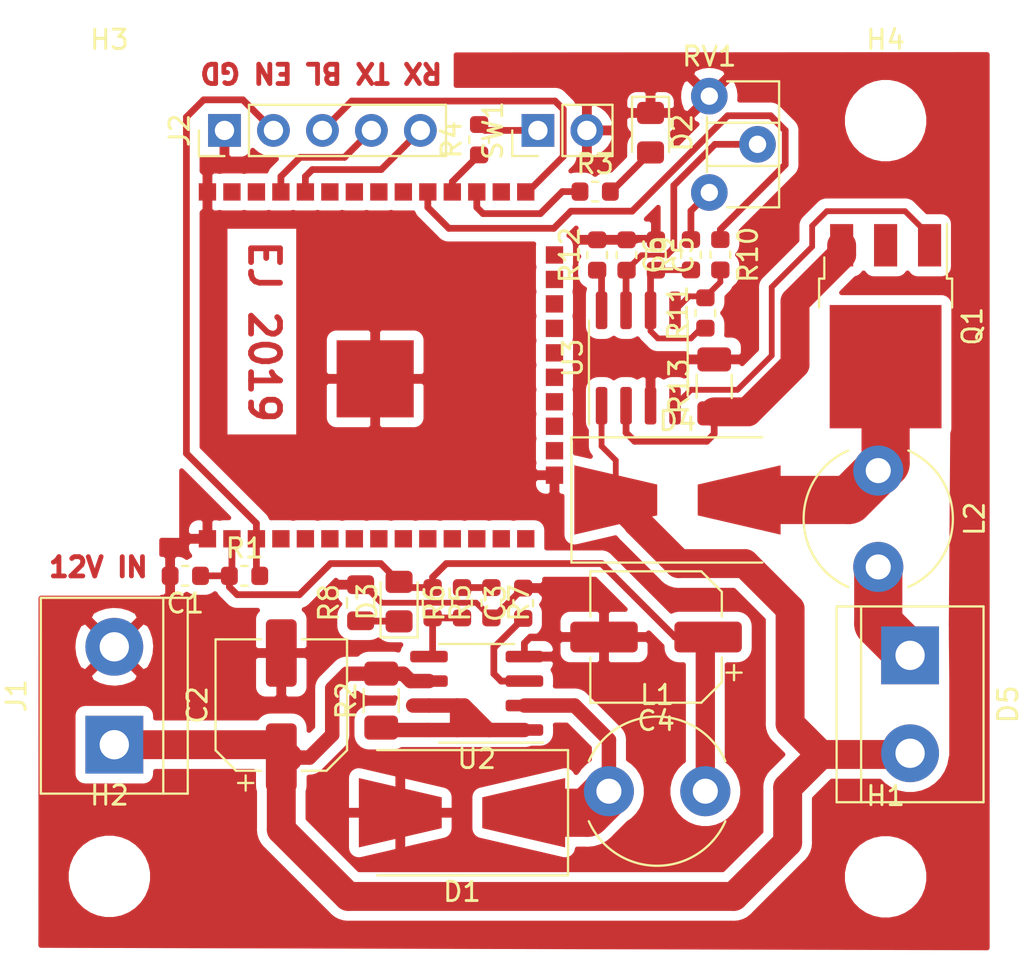
<source format=kicad_pcb>
(kicad_pcb (version 20171130) (host pcbnew "(6.0.0-rc1-dev-1546-g786ee0e)")

  (general
    (thickness 1.6)
    (drawings 3)
    (tracks 197)
    (zones 0)
    (modules 38)
    (nets 55)
  )

  (page A4)
  (layers
    (0 F.Cu signal)
    (31 B.Cu signal)
    (32 B.Adhes user)
    (33 F.Adhes user)
    (34 B.Paste user)
    (35 F.Paste user)
    (36 B.SilkS user)
    (37 F.SilkS user)
    (38 B.Mask user)
    (39 F.Mask user)
    (40 Dwgs.User user)
    (41 Cmts.User user)
    (42 Eco1.User user)
    (43 Eco2.User user)
    (44 Edge.Cuts user)
    (45 Margin user)
    (46 B.CrtYd user)
    (47 F.CrtYd user)
    (48 B.Fab user)
    (49 F.Fab user)
  )

  (setup
    (last_trace_width 2.5)
    (user_trace_width 0.3)
    (user_trace_width 0.35)
    (user_trace_width 0.75)
    (user_trace_width 1)
    (user_trace_width 1.5)
    (user_trace_width 2)
    (user_trace_width 2.5)
    (trace_clearance 0.2)
    (zone_clearance 0.508)
    (zone_45_only no)
    (trace_min 0.2)
    (via_size 0.8)
    (via_drill 0.4)
    (via_min_size 0.4)
    (via_min_drill 0.3)
    (uvia_size 0.3)
    (uvia_drill 0.1)
    (uvias_allowed no)
    (uvia_min_size 0.2)
    (uvia_min_drill 0.1)
    (edge_width 0.05)
    (segment_width 0.2)
    (pcb_text_width 0.3)
    (pcb_text_size 1.5 1.5)
    (mod_edge_width 0.12)
    (mod_text_size 1 1)
    (mod_text_width 0.15)
    (pad_size 1.9 1.9)
    (pad_drill 0.9)
    (pad_to_mask_clearance 0.051)
    (solder_mask_min_width 0.25)
    (aux_axis_origin 0 0)
    (visible_elements FFFFFF7F)
    (pcbplotparams
      (layerselection 0x00000_7fffffff)
      (usegerberextensions false)
      (usegerberattributes false)
      (usegerberadvancedattributes false)
      (creategerberjobfile false)
      (excludeedgelayer false)
      (linewidth 0.100000)
      (plotframeref false)
      (viasonmask false)
      (mode 1)
      (useauxorigin false)
      (hpglpennumber 1)
      (hpglpenspeed 20)
      (hpglpendiameter 15.000000)
      (psnegative false)
      (psa4output false)
      (plotreference false)
      (plotvalue false)
      (plotinvisibletext false)
      (padsonsilk true)
      (subtractmaskfromsilk false)
      (outputformat 5)
      (mirror true)
      (drillshape 1)
      (scaleselection 1)
      (outputdirectory ""))
  )

  (net 0 "")
  (net 1 GNDD)
  (net 2 +3V3)
  (net 3 +24V)
  (net 4 "Net-(C3-Pad1)")
  (net 5 "Net-(C5-Pad2)")
  (net 6 "Net-(C6-Pad2)")
  (net 7 "Net-(D1-Pad1)")
  (net 8 "Net-(D2-Pad2)")
  (net 9 "Net-(D3-Pad1)")
  (net 10 "Net-(D4-Pad2)")
  (net 11 "Net-(D5-Pad1)")
  (net 12 /esp_prg_rx)
  (net 13 /esp_prg_tx)
  (net 14 /esp_prg_bl)
  (net 15 /esp_prg_en)
  (net 16 "Net-(Q1-Pad3)")
  (net 17 "Net-(Q1-Pad1)")
  (net 18 "Net-(R2-Pad1)")
  (net 19 "Net-(R3-Pad1)")
  (net 20 "Net-(R4-Pad1)")
  (net 21 "Net-(R5-Pad2)")
  (net 22 "Net-(R6-Pad2)")
  (net 23 "Net-(R9-Pad2)")
  (net 24 "Net-(R10-Pad2)")
  (net 25 LIGHT_PWM)
  (net 26 "Net-(R12-Pad1)")
  (net 27 "Net-(U1-Pad37)")
  (net 28 "Net-(U1-Pad36)")
  (net 29 "Net-(U1-Pad33)")
  (net 30 "Net-(U1-Pad32)")
  (net 31 "Net-(U1-Pad31)")
  (net 32 "Net-(U1-Pad30)")
  (net 33 "Net-(U1-Pad26)")
  (net 34 "Net-(U1-Pad24)")
  (net 35 "Net-(U1-Pad23)")
  (net 36 "Net-(U1-Pad22)")
  (net 37 "Net-(U1-Pad21)")
  (net 38 "Net-(U1-Pad20)")
  (net 39 "Net-(U1-Pad19)")
  (net 40 "Net-(U1-Pad18)")
  (net 41 "Net-(U1-Pad17)")
  (net 42 "Net-(U1-Pad16)")
  (net 43 "Net-(U1-Pad14)")
  (net 44 "Net-(U1-Pad13)")
  (net 45 "Net-(U1-Pad12)")
  (net 46 "Net-(U1-Pad11)")
  (net 47 "Net-(U1-Pad10)")
  (net 48 "Net-(U1-Pad9)")
  (net 49 "Net-(U1-Pad8)")
  (net 50 "Net-(U1-Pad7)")
  (net 51 "Net-(U1-Pad6)")
  (net 52 "Net-(U1-Pad5)")
  (net 53 "Net-(U1-Pad4)")
  (net 54 "Net-(R4-Pad2)")

  (net_class Default "Dies ist die voreingestellte Netzklasse."
    (clearance 0.2)
    (trace_width 0.25)
    (via_dia 0.8)
    (via_drill 0.4)
    (uvia_dia 0.3)
    (uvia_drill 0.1)
    (add_net +24V)
    (add_net +3V3)
    (add_net /esp_prg_bl)
    (add_net /esp_prg_en)
    (add_net /esp_prg_rx)
    (add_net /esp_prg_tx)
    (add_net GNDD)
    (add_net LIGHT_PWM)
    (add_net "Net-(C3-Pad1)")
    (add_net "Net-(C5-Pad2)")
    (add_net "Net-(C6-Pad2)")
    (add_net "Net-(D1-Pad1)")
    (add_net "Net-(D2-Pad2)")
    (add_net "Net-(D3-Pad1)")
    (add_net "Net-(D4-Pad2)")
    (add_net "Net-(D5-Pad1)")
    (add_net "Net-(Q1-Pad1)")
    (add_net "Net-(Q1-Pad3)")
    (add_net "Net-(R10-Pad2)")
    (add_net "Net-(R12-Pad1)")
    (add_net "Net-(R2-Pad1)")
    (add_net "Net-(R3-Pad1)")
    (add_net "Net-(R4-Pad1)")
    (add_net "Net-(R4-Pad2)")
    (add_net "Net-(R5-Pad2)")
    (add_net "Net-(R6-Pad2)")
    (add_net "Net-(R9-Pad2)")
    (add_net "Net-(U1-Pad10)")
    (add_net "Net-(U1-Pad11)")
    (add_net "Net-(U1-Pad12)")
    (add_net "Net-(U1-Pad13)")
    (add_net "Net-(U1-Pad14)")
    (add_net "Net-(U1-Pad16)")
    (add_net "Net-(U1-Pad17)")
    (add_net "Net-(U1-Pad18)")
    (add_net "Net-(U1-Pad19)")
    (add_net "Net-(U1-Pad20)")
    (add_net "Net-(U1-Pad21)")
    (add_net "Net-(U1-Pad22)")
    (add_net "Net-(U1-Pad23)")
    (add_net "Net-(U1-Pad24)")
    (add_net "Net-(U1-Pad26)")
    (add_net "Net-(U1-Pad30)")
    (add_net "Net-(U1-Pad31)")
    (add_net "Net-(U1-Pad32)")
    (add_net "Net-(U1-Pad33)")
    (add_net "Net-(U1-Pad36)")
    (add_net "Net-(U1-Pad37)")
    (add_net "Net-(U1-Pad4)")
    (add_net "Net-(U1-Pad5)")
    (add_net "Net-(U1-Pad6)")
    (add_net "Net-(U1-Pad7)")
    (add_net "Net-(U1-Pad8)")
    (add_net "Net-(U1-Pad9)")
  )

  (module Connector_PinHeader_2.54mm:PinHeader_1x05_P2.54mm_Vertical (layer F.Cu) (tedit 59FED5CC) (tstamp 5DF080DB)
    (at 66.802 96.139 90)
    (descr "Through hole straight pin header, 1x05, 2.54mm pitch, single row")
    (tags "Through hole pin header THT 1x05 2.54mm single row")
    (path /5DF47D14)
    (fp_text reference J2 (at 0 -2.33 90) (layer F.SilkS)
      (effects (font (size 1 1) (thickness 0.15)))
    )
    (fp_text value Conn_01x05_Male (at 0 12.49 90) (layer F.Fab)
      (effects (font (size 1 1) (thickness 0.15)))
    )
    (fp_text user %R (at 0 5.08 180) (layer F.Fab)
      (effects (font (size 1 1) (thickness 0.15)))
    )
    (fp_line (start 1.8 -1.8) (end -1.8 -1.8) (layer F.CrtYd) (width 0.05))
    (fp_line (start 1.8 11.95) (end 1.8 -1.8) (layer F.CrtYd) (width 0.05))
    (fp_line (start -1.8 11.95) (end 1.8 11.95) (layer F.CrtYd) (width 0.05))
    (fp_line (start -1.8 -1.8) (end -1.8 11.95) (layer F.CrtYd) (width 0.05))
    (fp_line (start -1.33 -1.33) (end 0 -1.33) (layer F.SilkS) (width 0.12))
    (fp_line (start -1.33 0) (end -1.33 -1.33) (layer F.SilkS) (width 0.12))
    (fp_line (start -1.33 1.27) (end 1.33 1.27) (layer F.SilkS) (width 0.12))
    (fp_line (start 1.33 1.27) (end 1.33 11.49) (layer F.SilkS) (width 0.12))
    (fp_line (start -1.33 1.27) (end -1.33 11.49) (layer F.SilkS) (width 0.12))
    (fp_line (start -1.33 11.49) (end 1.33 11.49) (layer F.SilkS) (width 0.12))
    (fp_line (start -1.27 -0.635) (end -0.635 -1.27) (layer F.Fab) (width 0.1))
    (fp_line (start -1.27 11.43) (end -1.27 -0.635) (layer F.Fab) (width 0.1))
    (fp_line (start 1.27 11.43) (end -1.27 11.43) (layer F.Fab) (width 0.1))
    (fp_line (start 1.27 -1.27) (end 1.27 11.43) (layer F.Fab) (width 0.1))
    (fp_line (start -0.635 -1.27) (end 1.27 -1.27) (layer F.Fab) (width 0.1))
    (pad 5 thru_hole oval (at 0 10.16 90) (size 1.7 1.7) (drill 1) (layers *.Cu *.Mask)
      (net 12 /esp_prg_rx))
    (pad 4 thru_hole oval (at 0 7.62 90) (size 1.7 1.7) (drill 1) (layers *.Cu *.Mask)
      (net 13 /esp_prg_tx))
    (pad 3 thru_hole oval (at 0 5.08 90) (size 1.7 1.7) (drill 1) (layers *.Cu *.Mask)
      (net 14 /esp_prg_bl))
    (pad 2 thru_hole oval (at 0 2.54 90) (size 1.7 1.7) (drill 1) (layers *.Cu *.Mask)
      (net 15 /esp_prg_en))
    (pad 1 thru_hole rect (at 0 0 90) (size 1.7 1.7) (drill 1) (layers *.Cu *.Mask)
      (net 1 GNDD))
    (model ${KISYS3DMOD}/Connector_PinHeader_2.54mm.3dshapes/PinHeader_1x05_P2.54mm_Vertical.wrl
      (at (xyz 0 0 0))
      (scale (xyz 1 1 1))
      (rotate (xyz 0 0 0))
    )
  )

  (module Resistor_SMD:R_0603_1608Metric (layer F.Cu) (tedit 5B301BBD) (tstamp 5DF0A10A)
    (at 86.0275 99.314)
    (descr "Resistor SMD 0603 (1608 Metric), square (rectangular) end terminal, IPC_7351 nominal, (Body size source: http://www.tortai-tech.com/upload/download/2011102023233369053.pdf), generated with kicad-footprint-generator")
    (tags resistor)
    (path /5E0E4E58)
    (attr smd)
    (fp_text reference R3 (at 0 -1.43) (layer F.SilkS)
      (effects (font (size 1 1) (thickness 0.15)))
    )
    (fp_text value 10k (at 0 1.43) (layer F.Fab)
      (effects (font (size 1 1) (thickness 0.15)))
    )
    (fp_text user %R (at 0 0) (layer F.Fab)
      (effects (font (size 0.4 0.4) (thickness 0.06)))
    )
    (fp_line (start 1.48 0.73) (end -1.48 0.73) (layer F.CrtYd) (width 0.05))
    (fp_line (start 1.48 -0.73) (end 1.48 0.73) (layer F.CrtYd) (width 0.05))
    (fp_line (start -1.48 -0.73) (end 1.48 -0.73) (layer F.CrtYd) (width 0.05))
    (fp_line (start -1.48 0.73) (end -1.48 -0.73) (layer F.CrtYd) (width 0.05))
    (fp_line (start -0.162779 0.51) (end 0.162779 0.51) (layer F.SilkS) (width 0.12))
    (fp_line (start -0.162779 -0.51) (end 0.162779 -0.51) (layer F.SilkS) (width 0.12))
    (fp_line (start 0.8 0.4) (end -0.8 0.4) (layer F.Fab) (width 0.1))
    (fp_line (start 0.8 -0.4) (end 0.8 0.4) (layer F.Fab) (width 0.1))
    (fp_line (start -0.8 -0.4) (end 0.8 -0.4) (layer F.Fab) (width 0.1))
    (fp_line (start -0.8 0.4) (end -0.8 -0.4) (layer F.Fab) (width 0.1))
    (pad 2 smd roundrect (at 0.7875 0) (size 0.875 0.95) (layers F.Cu F.Paste F.Mask) (roundrect_rratio 0.25)
      (net 8 "Net-(D2-Pad2)"))
    (pad 1 smd roundrect (at -0.7875 0) (size 0.875 0.95) (layers F.Cu F.Paste F.Mask) (roundrect_rratio 0.25)
      (net 19 "Net-(R3-Pad1)"))
    (model ${KISYS3DMOD}/Resistor_SMD.3dshapes/R_0603_1608Metric.wrl
      (at (xyz 0 0 0))
      (scale (xyz 1 1 1))
      (rotate (xyz 0 0 0))
    )
  )

  (module Inductor_THT:L_Radial_D7.5mm_P5.00mm_Fastron_07P (layer F.Cu) (tedit 5AE59B06) (tstamp 5DF080E6)
    (at 86.741 130.429)
    (descr "Inductor, Radial series, Radial, pin pitch=5.00mm, , diameter=7.5mm, Fastron, 07P, http://www.fastrongroup.com/image-show/39/07P.pdf?type=Complete-DataSheet&productType=series")
    (tags "Inductor Radial series Radial pin pitch 5.00mm  diameter 7.5mm Fastron 07P")
    (path /5DF0D2D7)
    (fp_text reference L1 (at 2.5 -5) (layer F.SilkS)
      (effects (font (size 1 1) (thickness 0.15)))
    )
    (fp_text value L (at 2.5 5) (layer F.Fab)
      (effects (font (size 1 1) (thickness 0.15)))
    )
    (fp_text user %R (at 2.5 0) (layer F.Fab)
      (effects (font (size 1 1) (thickness 0.15)))
    )
    (fp_circle (center 2.5 0) (end 6.85 0) (layer F.CrtYd) (width 0.05))
    (fp_circle (center 2.5 0) (end 6.25 0) (layer F.Fab) (width 0.1))
    (fp_arc (start 2.5 0) (end -1.041652 1.56) (angle -132.455667) (layer F.SilkS) (width 0.12))
    (fp_arc (start 2.5 0) (end -1.041652 -1.56) (angle 132.455667) (layer F.SilkS) (width 0.12))
    (pad 2 thru_hole circle (at 5 0) (size 2.6 2.6) (drill 1.3) (layers *.Cu *.Mask)
      (net 2 +3V3))
    (pad 1 thru_hole circle (at 0 0) (size 2.6 2.6) (drill 1.3) (layers *.Cu *.Mask)
      (net 7 "Net-(D1-Pad1)"))
    (model ${KISYS3DMOD}/Inductor_THT.3dshapes/L_Radial_D7.5mm_P5.00mm_Fastron_07P.wrl
      (at (xyz 0 0 0))
      (scale (xyz 1 1 1))
      (rotate (xyz 0 0 0))
    )
  )

  (module Capacitor_SMD:CP_Elec_6.3x3 (layer F.Cu) (tedit 5BCA39CF) (tstamp 5DF08018)
    (at 89.187 122.428 180)
    (descr "SMD capacitor, aluminum electrolytic, Nichicon, 6.3x3.0mm")
    (tags "capacitor electrolytic")
    (path /5DF09431)
    (attr smd)
    (fp_text reference C4 (at 0 -4.35 180) (layer F.SilkS)
      (effects (font (size 1 1) (thickness 0.15)))
    )
    (fp_text value 100u (at 0 4.35 180) (layer F.Fab)
      (effects (font (size 1 1) (thickness 0.15)))
    )
    (fp_text user %R (at 0 0 180) (layer F.Fab)
      (effects (font (size 1 1) (thickness 0.15)))
    )
    (fp_line (start -4.7 1.05) (end -3.55 1.05) (layer F.CrtYd) (width 0.05))
    (fp_line (start -4.7 -1.05) (end -4.7 1.05) (layer F.CrtYd) (width 0.05))
    (fp_line (start -3.55 -1.05) (end -4.7 -1.05) (layer F.CrtYd) (width 0.05))
    (fp_line (start -3.55 1.05) (end -3.55 2.4) (layer F.CrtYd) (width 0.05))
    (fp_line (start -3.55 -2.4) (end -3.55 -1.05) (layer F.CrtYd) (width 0.05))
    (fp_line (start -3.55 -2.4) (end -2.4 -3.55) (layer F.CrtYd) (width 0.05))
    (fp_line (start -3.55 2.4) (end -2.4 3.55) (layer F.CrtYd) (width 0.05))
    (fp_line (start -2.4 -3.55) (end 3.55 -3.55) (layer F.CrtYd) (width 0.05))
    (fp_line (start -2.4 3.55) (end 3.55 3.55) (layer F.CrtYd) (width 0.05))
    (fp_line (start 3.55 1.05) (end 3.55 3.55) (layer F.CrtYd) (width 0.05))
    (fp_line (start 4.7 1.05) (end 3.55 1.05) (layer F.CrtYd) (width 0.05))
    (fp_line (start 4.7 -1.05) (end 4.7 1.05) (layer F.CrtYd) (width 0.05))
    (fp_line (start 3.55 -1.05) (end 4.7 -1.05) (layer F.CrtYd) (width 0.05))
    (fp_line (start 3.55 -3.55) (end 3.55 -1.05) (layer F.CrtYd) (width 0.05))
    (fp_line (start -4.04375 -2.24125) (end -4.04375 -1.45375) (layer F.SilkS) (width 0.12))
    (fp_line (start -4.4375 -1.8475) (end -3.65 -1.8475) (layer F.SilkS) (width 0.12))
    (fp_line (start -3.41 2.345563) (end -2.345563 3.41) (layer F.SilkS) (width 0.12))
    (fp_line (start -3.41 -2.345563) (end -2.345563 -3.41) (layer F.SilkS) (width 0.12))
    (fp_line (start -3.41 -2.345563) (end -3.41 -1.06) (layer F.SilkS) (width 0.12))
    (fp_line (start -3.41 2.345563) (end -3.41 1.06) (layer F.SilkS) (width 0.12))
    (fp_line (start -2.345563 3.41) (end 3.41 3.41) (layer F.SilkS) (width 0.12))
    (fp_line (start -2.345563 -3.41) (end 3.41 -3.41) (layer F.SilkS) (width 0.12))
    (fp_line (start 3.41 -3.41) (end 3.41 -1.06) (layer F.SilkS) (width 0.12))
    (fp_line (start 3.41 3.41) (end 3.41 1.06) (layer F.SilkS) (width 0.12))
    (fp_line (start -2.389838 -1.645) (end -2.389838 -1.015) (layer F.Fab) (width 0.1))
    (fp_line (start -2.704838 -1.33) (end -2.074838 -1.33) (layer F.Fab) (width 0.1))
    (fp_line (start -3.3 2.3) (end -2.3 3.3) (layer F.Fab) (width 0.1))
    (fp_line (start -3.3 -2.3) (end -2.3 -3.3) (layer F.Fab) (width 0.1))
    (fp_line (start -3.3 -2.3) (end -3.3 2.3) (layer F.Fab) (width 0.1))
    (fp_line (start -2.3 3.3) (end 3.3 3.3) (layer F.Fab) (width 0.1))
    (fp_line (start -2.3 -3.3) (end 3.3 -3.3) (layer F.Fab) (width 0.1))
    (fp_line (start 3.3 -3.3) (end 3.3 3.3) (layer F.Fab) (width 0.1))
    (fp_circle (center 0 0) (end 3.15 0) (layer F.Fab) (width 0.1))
    (pad 2 smd roundrect (at 2.7 0 180) (size 3.5 1.6) (layers F.Cu F.Paste F.Mask) (roundrect_rratio 0.15625)
      (net 1 GNDD))
    (pad 1 smd roundrect (at -2.7 0 180) (size 3.5 1.6) (layers F.Cu F.Paste F.Mask) (roundrect_rratio 0.15625)
      (net 2 +3V3))
    (model ${KISYS3DMOD}/Capacitor_SMD.3dshapes/CP_Elec_6.3x3.wrl
      (at (xyz 0 0 0))
      (scale (xyz 1 1 1))
      (rotate (xyz 0 0 0))
    )
  )

  (module Diode_SMD:D_SMB-SMC_Universal_Handsoldering (layer F.Cu) (tedit 586436A6) (tstamp 5DF08056)
    (at 79.121 131.5466 180)
    (descr "Diode, Universal, SMB(DO-214AA) or SMC (DO-214AB), Handsoldering,")
    (tags "Diode Universal SMB(DO-214AA) SMC (DO-214AB) Handsoldering ")
    (path /5DF07ADE)
    (attr smd)
    (fp_text reference D1 (at 0 -4.1 180) (layer F.SilkS)
      (effects (font (size 1 1) (thickness 0.15)))
    )
    (fp_text value D (at 0 4.1 180) (layer F.Fab)
      (effects (font (size 1 1) (thickness 0.15)))
    )
    (fp_line (start -5.5 -3.25) (end 4.4 -3.25) (layer F.SilkS) (width 0.12))
    (fp_line (start -5.5 3.25) (end 4.4 3.25) (layer F.SilkS) (width 0.12))
    (fp_line (start -0.64944 0.00102) (end 0.50118 -0.79908) (layer F.Fab) (width 0.1))
    (fp_line (start -0.64944 0.00102) (end 0.50118 0.75032) (layer F.Fab) (width 0.1))
    (fp_line (start 0.50118 0.75032) (end 0.50118 -0.79908) (layer F.Fab) (width 0.1))
    (fp_line (start -0.64944 -0.79908) (end -0.64944 0.80112) (layer F.Fab) (width 0.1))
    (fp_line (start 0.50118 0.00102) (end 1.4994 0.00102) (layer F.Fab) (width 0.1))
    (fp_line (start -0.64944 0.00102) (end -1.55114 0.00102) (layer F.Fab) (width 0.1))
    (fp_line (start -5.6 3.35) (end -5.6 -3.35) (layer F.CrtYd) (width 0.05))
    (fp_line (start 5.6 3.35) (end -5.6 3.35) (layer F.CrtYd) (width 0.05))
    (fp_line (start 5.6 -3.35) (end 5.6 3.35) (layer F.CrtYd) (width 0.05))
    (fp_line (start -5.6 -3.35) (end 5.6 -3.35) (layer F.CrtYd) (width 0.05))
    (fp_line (start 2.3 -2) (end -2.3 -2) (layer F.Fab) (width 0.1))
    (fp_line (start 2.3 -2) (end 2.3 2) (layer F.Fab) (width 0.1))
    (fp_line (start -2.3 2) (end -2.3 -2) (layer F.Fab) (width 0.1))
    (fp_line (start 2.3 2) (end -2.3 2) (layer F.Fab) (width 0.1))
    (fp_line (start 3.55 -3.1) (end -3.55 -3.1) (layer F.Fab) (width 0.1))
    (fp_line (start 3.55 -3.1) (end 3.55 3.1) (layer F.Fab) (width 0.1))
    (fp_line (start -3.55 3.1) (end -3.55 -3.1) (layer F.Fab) (width 0.1))
    (fp_line (start 3.55 3.1) (end -3.55 3.1) (layer F.Fab) (width 0.1))
    (fp_line (start -5.5 3.25) (end -5.5 -3.25) (layer F.SilkS) (width 0.12))
    (fp_text user %R (at 0 -4.1 180) (layer F.Fab)
      (effects (font (size 1 1) (thickness 0.15)))
    )
    (pad 2 smd trapezoid (at 3.2 0) (size 4.3 2.6) (rect_delta 1 0 ) (layers F.Cu F.Paste F.Mask)
      (net 1 GNDD))
    (pad 1 smd trapezoid (at -3.2 0 180) (size 4.3 2.6) (rect_delta 1 0 ) (layers F.Cu F.Paste F.Mask)
      (net 7 "Net-(D1-Pad1)"))
    (model ${KISYS3DMOD}/Diode_SMD.3dshapes/D_SMC.wrl
      (at (xyz 0 0 0))
      (scale (xyz 1 1 1))
      (rotate (xyz 0 0 0))
    )
  )

  (module Resistor_SMD:R_0805_2012Metric (layer F.Cu) (tedit 5B36C52B) (tstamp 5DF0CB29)
    (at 73.8632 120.65 90)
    (descr "Resistor SMD 0805 (2012 Metric), square (rectangular) end terminal, IPC_7351 nominal, (Body size source: https://docs.google.com/spreadsheets/d/1BsfQQcO9C6DZCsRaXUlFlo91Tg2WpOkGARC1WS5S8t0/edit?usp=sharing), generated with kicad-footprint-generator")
    (tags resistor)
    (path /5DF9B5AD)
    (attr smd)
    (fp_text reference R8 (at 0 -1.65 90) (layer F.SilkS)
      (effects (font (size 1 1) (thickness 0.15)))
    )
    (fp_text value R (at 0 1.65 90) (layer F.Fab)
      (effects (font (size 1 1) (thickness 0.15)))
    )
    (fp_text user %R (at 0 0 90) (layer F.Fab)
      (effects (font (size 0.5 0.5) (thickness 0.08)))
    )
    (fp_line (start 1.68 0.95) (end -1.68 0.95) (layer F.CrtYd) (width 0.05))
    (fp_line (start 1.68 -0.95) (end 1.68 0.95) (layer F.CrtYd) (width 0.05))
    (fp_line (start -1.68 -0.95) (end 1.68 -0.95) (layer F.CrtYd) (width 0.05))
    (fp_line (start -1.68 0.95) (end -1.68 -0.95) (layer F.CrtYd) (width 0.05))
    (fp_line (start -0.258578 0.71) (end 0.258578 0.71) (layer F.SilkS) (width 0.12))
    (fp_line (start -0.258578 -0.71) (end 0.258578 -0.71) (layer F.SilkS) (width 0.12))
    (fp_line (start 1 0.6) (end -1 0.6) (layer F.Fab) (width 0.1))
    (fp_line (start 1 -0.6) (end 1 0.6) (layer F.Fab) (width 0.1))
    (fp_line (start -1 -0.6) (end 1 -0.6) (layer F.Fab) (width 0.1))
    (fp_line (start -1 0.6) (end -1 -0.6) (layer F.Fab) (width 0.1))
    (pad 2 smd roundrect (at 0.9375 0 90) (size 0.975 1.4) (layers F.Cu F.Paste F.Mask) (roundrect_rratio 0.25)
      (net 1 GNDD))
    (pad 1 smd roundrect (at -0.9375 0 90) (size 0.975 1.4) (layers F.Cu F.Paste F.Mask) (roundrect_rratio 0.25)
      (net 9 "Net-(D3-Pad1)"))
    (model ${KISYS3DMOD}/Resistor_SMD.3dshapes/R_0805_2012Metric.wrl
      (at (xyz 0 0 0))
      (scale (xyz 1 1 1))
      (rotate (xyz 0 0 0))
    )
  )

  (module MountingHole:MountingHole_3.2mm_M3 (layer F.Cu) (tedit 56D1B4CB) (tstamp 5DF280B3)
    (at 101.092 95.631)
    (descr "Mounting Hole 3.2mm, no annular, M3")
    (tags "mounting hole 3.2mm no annular m3")
    (path /5DF70E72)
    (attr virtual)
    (fp_text reference H4 (at 0 -4.2) (layer F.SilkS)
      (effects (font (size 1 1) (thickness 0.15)))
    )
    (fp_text value MountingHole (at 0 4.2) (layer F.Fab)
      (effects (font (size 1 1) (thickness 0.15)))
    )
    (fp_circle (center 0 0) (end 3.45 0) (layer F.CrtYd) (width 0.05))
    (fp_circle (center 0 0) (end 3.2 0) (layer Cmts.User) (width 0.15))
    (fp_text user %R (at 0.3 0) (layer F.Fab)
      (effects (font (size 1 1) (thickness 0.15)))
    )
    (pad 1 np_thru_hole circle (at 0 0) (size 3.2 3.2) (drill 3.2) (layers *.Cu *.Mask))
  )

  (module MountingHole:MountingHole_3.2mm_M3 (layer F.Cu) (tedit 56D1B4CB) (tstamp 5DF1AF0F)
    (at 60.833 95.631)
    (descr "Mounting Hole 3.2mm, no annular, M3")
    (tags "mounting hole 3.2mm no annular m3")
    (path /5DF71155)
    (attr virtual)
    (fp_text reference H3 (at 0 -4.2) (layer F.SilkS)
      (effects (font (size 1 1) (thickness 0.15)))
    )
    (fp_text value MountingHole (at 0 4.2) (layer F.Fab)
      (effects (font (size 1 1) (thickness 0.15)))
    )
    (fp_circle (center 0 0) (end 3.45 0) (layer F.CrtYd) (width 0.05))
    (fp_circle (center 0 0) (end 3.2 0) (layer Cmts.User) (width 0.15))
    (fp_text user %R (at 0.3 0) (layer F.Fab)
      (effects (font (size 1 1) (thickness 0.15)))
    )
    (pad 1 np_thru_hole circle (at 0 0) (size 3.2 3.2) (drill 3.2) (layers *.Cu *.Mask))
  )

  (module MountingHole:MountingHole_3.2mm_M3 (layer F.Cu) (tedit 56D1B4CB) (tstamp 5DF27D5F)
    (at 60.833 134.8486)
    (descr "Mounting Hole 3.2mm, no annular, M3")
    (tags "mounting hole 3.2mm no annular m3")
    (path /5DF70CF7)
    (attr virtual)
    (fp_text reference H2 (at 0 -4.2) (layer F.SilkS)
      (effects (font (size 1 1) (thickness 0.15)))
    )
    (fp_text value MountingHole (at 0 4.2) (layer F.Fab)
      (effects (font (size 1 1) (thickness 0.15)))
    )
    (fp_circle (center 0 0) (end 3.45 0) (layer F.CrtYd) (width 0.05))
    (fp_circle (center 0 0) (end 3.2 0) (layer Cmts.User) (width 0.15))
    (fp_text user %R (at 0.3 0) (layer F.Fab)
      (effects (font (size 1 1) (thickness 0.15)))
    )
    (pad 1 np_thru_hole circle (at 0 0) (size 3.2 3.2) (drill 3.2) (layers *.Cu *.Mask))
  )

  (module MountingHole:MountingHole_3.2mm_M3 (layer F.Cu) (tedit 56D1B4CB) (tstamp 5DF19B38)
    (at 101.092 134.874)
    (descr "Mounting Hole 3.2mm, no annular, M3")
    (tags "mounting hole 3.2mm no annular m3")
    (path /5DF71470)
    (attr virtual)
    (fp_text reference H1 (at 0 -4.2) (layer F.SilkS)
      (effects (font (size 1 1) (thickness 0.15)))
    )
    (fp_text value MountingHole (at 0 4.2) (layer F.Fab)
      (effects (font (size 1 1) (thickness 0.15)))
    )
    (fp_circle (center 0 0) (end 3.45 0) (layer F.CrtYd) (width 0.05))
    (fp_circle (center 0 0) (end 3.2 0) (layer Cmts.User) (width 0.15))
    (fp_text user %R (at 0.3 0) (layer F.Fab)
      (effects (font (size 1 1) (thickness 0.15)))
    )
    (pad 1 np_thru_hole circle (at 0 0) (size 3.2 3.2) (drill 3.2) (layers *.Cu *.Mask))
  )

  (module LED_SMD:LED_0805_2012Metric_Pad1.15x1.40mm_HandSolder (layer F.Cu) (tedit 5B4B45C9) (tstamp 5DF08069)
    (at 88.9 96.257 270)
    (descr "LED SMD 0805 (2012 Metric), square (rectangular) end terminal, IPC_7351 nominal, (Body size source: https://docs.google.com/spreadsheets/d/1BsfQQcO9C6DZCsRaXUlFlo91Tg2WpOkGARC1WS5S8t0/edit?usp=sharing), generated with kicad-footprint-generator")
    (tags "LED handsolder")
    (path /5E00FBB9)
    (attr smd)
    (fp_text reference D2 (at 0 -1.65 270) (layer F.SilkS)
      (effects (font (size 1 1) (thickness 0.15)))
    )
    (fp_text value LED (at 0 1.65 270) (layer F.Fab)
      (effects (font (size 1 1) (thickness 0.15)))
    )
    (fp_text user %R (at 0 0 270) (layer F.Fab)
      (effects (font (size 0.5 0.5) (thickness 0.08)))
    )
    (fp_line (start 1.85 0.95) (end -1.85 0.95) (layer F.CrtYd) (width 0.05))
    (fp_line (start 1.85 -0.95) (end 1.85 0.95) (layer F.CrtYd) (width 0.05))
    (fp_line (start -1.85 -0.95) (end 1.85 -0.95) (layer F.CrtYd) (width 0.05))
    (fp_line (start -1.85 0.95) (end -1.85 -0.95) (layer F.CrtYd) (width 0.05))
    (fp_line (start -1.86 0.96) (end 1 0.96) (layer F.SilkS) (width 0.12))
    (fp_line (start -1.86 -0.96) (end -1.86 0.96) (layer F.SilkS) (width 0.12))
    (fp_line (start 1 -0.96) (end -1.86 -0.96) (layer F.SilkS) (width 0.12))
    (fp_line (start 1 0.6) (end 1 -0.6) (layer F.Fab) (width 0.1))
    (fp_line (start -1 0.6) (end 1 0.6) (layer F.Fab) (width 0.1))
    (fp_line (start -1 -0.3) (end -1 0.6) (layer F.Fab) (width 0.1))
    (fp_line (start -0.7 -0.6) (end -1 -0.3) (layer F.Fab) (width 0.1))
    (fp_line (start 1 -0.6) (end -0.7 -0.6) (layer F.Fab) (width 0.1))
    (pad 2 smd roundrect (at 1.025 0 270) (size 1.15 1.4) (layers F.Cu F.Paste F.Mask) (roundrect_rratio 0.217391)
      (net 8 "Net-(D2-Pad2)"))
    (pad 1 smd roundrect (at -1.025 0 270) (size 1.15 1.4) (layers F.Cu F.Paste F.Mask) (roundrect_rratio 0.217391)
      (net 1 GNDD))
    (model ${KISYS3DMOD}/LED_SMD.3dshapes/LED_0805_2012Metric.wrl
      (at (xyz 0 0 0))
      (scale (xyz 1 1 1))
      (rotate (xyz 0 0 0))
    )
  )

  (module Package_SO:SOIC-8_3.9x4.9mm_P1.27mm (layer F.Cu) (tedit 5D9F72B1) (tstamp 5DF21070)
    (at 88.265 107.95 90)
    (descr "SOIC, 8 Pin (JEDEC MS-012AA, https://www.analog.com/media/en/package-pcb-resources/package/pkg_pdf/soic_narrow-r/r_8.pdf), generated with kicad-footprint-generator ipc_gullwing_generator.py")
    (tags "SOIC SO")
    (path /5DF6AAFB)
    (attr smd)
    (fp_text reference U3 (at 0 -3.4 90) (layer F.SilkS)
      (effects (font (size 1 1) (thickness 0.15)))
    )
    (fp_text value HV9910BLG (at 0 3.4 90) (layer F.Fab)
      (effects (font (size 1 1) (thickness 0.15)))
    )
    (fp_text user %R (at 0 0 90) (layer F.Fab)
      (effects (font (size 0.98 0.98) (thickness 0.15)))
    )
    (fp_line (start 3.7 -2.7) (end -3.7 -2.7) (layer F.CrtYd) (width 0.05))
    (fp_line (start 3.7 2.7) (end 3.7 -2.7) (layer F.CrtYd) (width 0.05))
    (fp_line (start -3.7 2.7) (end 3.7 2.7) (layer F.CrtYd) (width 0.05))
    (fp_line (start -3.7 -2.7) (end -3.7 2.7) (layer F.CrtYd) (width 0.05))
    (fp_line (start -1.95 -1.475) (end -0.975 -2.45) (layer F.Fab) (width 0.1))
    (fp_line (start -1.95 2.45) (end -1.95 -1.475) (layer F.Fab) (width 0.1))
    (fp_line (start 1.95 2.45) (end -1.95 2.45) (layer F.Fab) (width 0.1))
    (fp_line (start 1.95 -2.45) (end 1.95 2.45) (layer F.Fab) (width 0.1))
    (fp_line (start -0.975 -2.45) (end 1.95 -2.45) (layer F.Fab) (width 0.1))
    (fp_line (start 0 -2.56) (end -3.45 -2.56) (layer F.SilkS) (width 0.12))
    (fp_line (start 0 -2.56) (end 1.95 -2.56) (layer F.SilkS) (width 0.12))
    (fp_line (start 0 2.56) (end -1.95 2.56) (layer F.SilkS) (width 0.12))
    (fp_line (start 0 2.56) (end 1.95 2.56) (layer F.SilkS) (width 0.12))
    (pad 8 smd roundrect (at 2.475 -1.905 90) (size 1.95 0.6) (layers F.Cu F.Paste F.Mask) (roundrect_rratio 0.25)
      (net 26 "Net-(R12-Pad1)"))
    (pad 7 smd roundrect (at 2.475 -0.635 90) (size 1.95 0.6) (layers F.Cu F.Paste F.Mask) (roundrect_rratio 0.25)
      (net 6 "Net-(C6-Pad2)"))
    (pad 6 smd roundrect (at 2.475 0.635 90) (size 1.95 0.6) (layers F.Cu F.Paste F.Mask) (roundrect_rratio 0.25)
      (net 5 "Net-(C5-Pad2)"))
    (pad 5 smd roundrect (at 2.475 1.905 90) (size 1.95 0.6) (layers F.Cu F.Paste F.Mask) (roundrect_rratio 0.25)
      (net 24 "Net-(R10-Pad2)"))
    (pad 4 smd roundrect (at -2.475 1.905 90) (size 1.95 0.6) (layers F.Cu F.Paste F.Mask) (roundrect_rratio 0.25)
      (net 17 "Net-(Q1-Pad1)"))
    (pad 3 smd roundrect (at -2.475 0.635 90) (size 1.95 0.6) (layers F.Cu F.Paste F.Mask) (roundrect_rratio 0.25)
      (net 1 GNDD))
    (pad 2 smd roundrect (at -2.475 -0.635 90) (size 1.95 0.6) (layers F.Cu F.Paste F.Mask) (roundrect_rratio 0.25)
      (net 16 "Net-(Q1-Pad3)"))
    (pad 1 smd roundrect (at -2.475 -1.905 90) (size 1.95 0.6) (layers F.Cu F.Paste F.Mask) (roundrect_rratio 0.25)
      (net 3 +24V))
    (model ${KISYS3DMOD}/Package_SO.3dshapes/SOIC-8_3.9x4.9mm_P1.27mm.wrl
      (at (xyz 0 0 0))
      (scale (xyz 1 1 1))
      (rotate (xyz 0 0 0))
    )
  )

  (module Package_SO:SOIC-8_3.9x4.9mm_P1.27mm (layer F.Cu) (tedit 5D9F72B1) (tstamp 5DF08275)
    (at 79.883 125.349 180)
    (descr "SOIC, 8 Pin (JEDEC MS-012AA, https://www.analog.com/media/en/package-pcb-resources/package/pkg_pdf/soic_narrow-r/r_8.pdf), generated with kicad-footprint-generator ipc_gullwing_generator.py")
    (tags "SOIC SO")
    (path /5DF063D3)
    (attr smd)
    (fp_text reference U2 (at 0 -3.4 180) (layer F.SilkS)
      (effects (font (size 1 1) (thickness 0.15)))
    )
    (fp_text value MC34063AD (at 0 3.4 180) (layer F.Fab)
      (effects (font (size 1 1) (thickness 0.15)))
    )
    (fp_text user %R (at 0 0 180) (layer F.Fab)
      (effects (font (size 0.98 0.98) (thickness 0.15)))
    )
    (fp_line (start 3.7 -2.7) (end -3.7 -2.7) (layer F.CrtYd) (width 0.05))
    (fp_line (start 3.7 2.7) (end 3.7 -2.7) (layer F.CrtYd) (width 0.05))
    (fp_line (start -3.7 2.7) (end 3.7 2.7) (layer F.CrtYd) (width 0.05))
    (fp_line (start -3.7 -2.7) (end -3.7 2.7) (layer F.CrtYd) (width 0.05))
    (fp_line (start -1.95 -1.475) (end -0.975 -2.45) (layer F.Fab) (width 0.1))
    (fp_line (start -1.95 2.45) (end -1.95 -1.475) (layer F.Fab) (width 0.1))
    (fp_line (start 1.95 2.45) (end -1.95 2.45) (layer F.Fab) (width 0.1))
    (fp_line (start 1.95 -2.45) (end 1.95 2.45) (layer F.Fab) (width 0.1))
    (fp_line (start -0.975 -2.45) (end 1.95 -2.45) (layer F.Fab) (width 0.1))
    (fp_line (start 0 -2.56) (end -3.45 -2.56) (layer F.SilkS) (width 0.12))
    (fp_line (start 0 -2.56) (end 1.95 -2.56) (layer F.SilkS) (width 0.12))
    (fp_line (start 0 2.56) (end -1.95 2.56) (layer F.SilkS) (width 0.12))
    (fp_line (start 0 2.56) (end 1.95 2.56) (layer F.SilkS) (width 0.12))
    (pad 8 smd roundrect (at 2.475 -1.905 180) (size 1.95 0.6) (layers F.Cu F.Paste F.Mask) (roundrect_rratio 0.25)
      (net 18 "Net-(R2-Pad1)"))
    (pad 7 smd roundrect (at 2.475 -0.635 180) (size 1.95 0.6) (layers F.Cu F.Paste F.Mask) (roundrect_rratio 0.25)
      (net 18 "Net-(R2-Pad1)"))
    (pad 6 smd roundrect (at 2.475 0.635 180) (size 1.95 0.6) (layers F.Cu F.Paste F.Mask) (roundrect_rratio 0.25)
      (net 3 +24V))
    (pad 5 smd roundrect (at 2.475 1.905 180) (size 1.95 0.6) (layers F.Cu F.Paste F.Mask) (roundrect_rratio 0.25)
      (net 21 "Net-(R5-Pad2)"))
    (pad 4 smd roundrect (at -2.475 1.905 180) (size 1.95 0.6) (layers F.Cu F.Paste F.Mask) (roundrect_rratio 0.25)
      (net 1 GNDD))
    (pad 3 smd roundrect (at -2.475 0.635 180) (size 1.95 0.6) (layers F.Cu F.Paste F.Mask) (roundrect_rratio 0.25)
      (net 4 "Net-(C3-Pad1)"))
    (pad 2 smd roundrect (at -2.475 -0.635 180) (size 1.95 0.6) (layers F.Cu F.Paste F.Mask) (roundrect_rratio 0.25)
      (net 7 "Net-(D1-Pad1)"))
    (pad 1 smd roundrect (at -2.475 -1.905 180) (size 1.95 0.6) (layers F.Cu F.Paste F.Mask) (roundrect_rratio 0.25)
      (net 18 "Net-(R2-Pad1)"))
    (model ${KISYS3DMOD}/Package_SO.3dshapes/SOIC-8_3.9x4.9mm_P1.27mm.wrl
      (at (xyz 0 0 0))
      (scale (xyz 1 1 1))
      (rotate (xyz 0 0 0))
    )
  )

  (module esp-wroom-32:esp-wroom-32 (layer F.Cu) (tedit 598990BA) (tstamp 5DF0825B)
    (at 74.168 108.331 90)
    (path /5DF2AC29)
    (fp_text reference U1 (at -3.92 -1.9 90) (layer F.SilkS) hide
      (effects (font (size 1 1) (thickness 0.15)))
    )
    (fp_text value ESP-WROOM-32 (at -0.11 -8.25 90) (layer F.Fab)
      (effects (font (size 1 1) (thickness 0.15)))
    )
    (fp_line (start -9 -9.75) (end 9 -9.75) (layer Dwgs.User) (width 0.15))
    (fp_line (start -9 -9.75) (end -9 -15.75) (layer Dwgs.User) (width 0.15))
    (fp_line (start -9 -15.75) (end 9 -15.75) (layer Dwgs.User) (width 0.15))
    (fp_line (start 9 -15.75) (end 9 -9.75) (layer Dwgs.User) (width 0.15))
    (fp_text user "Antenna Keepout" (at 0 -12.75 90) (layer Dwgs.User)
      (effects (font (size 1 1) (thickness 0.15)))
    )
    (fp_line (start 9 -9.75) (end 9 9.75) (layer Dwgs.User) (width 0.15))
    (fp_line (start 9 9.75) (end -9 9.75) (layer Dwgs.User) (width 0.15))
    (fp_line (start -9 9.75) (end -9 -9.75) (layer Dwgs.User) (width 0.15))
    (pad 39 smd rect (at -0.7 0.45 90) (size 4 4) (layers F.Cu F.Paste F.Mask)
      (net 1 GNDD))
    (pad 38 smd rect (at 9 -8.25 90) (size 0.9 0.9) (layers F.Cu F.Paste F.Mask)
      (net 1 GNDD))
    (pad 37 smd rect (at 9 -6.98 90) (size 0.9 0.9) (layers F.Cu F.Paste F.Mask)
      (net 27 "Net-(U1-Pad37)"))
    (pad 36 smd rect (at 9 -5.71 90) (size 0.9 0.9) (layers F.Cu F.Paste F.Mask)
      (net 28 "Net-(U1-Pad36)"))
    (pad 35 smd rect (at 9 -4.44 90) (size 0.9 0.9) (layers F.Cu F.Paste F.Mask)
      (net 13 /esp_prg_tx))
    (pad 34 smd rect (at 9 -3.17 90) (size 0.9 0.9) (layers F.Cu F.Paste F.Mask)
      (net 12 /esp_prg_rx))
    (pad 33 smd rect (at 9 -1.9 90) (size 0.9 0.9) (layers F.Cu F.Paste F.Mask)
      (net 29 "Net-(U1-Pad33)"))
    (pad 32 smd rect (at 9 -0.63 90) (size 0.9 0.9) (layers F.Cu F.Paste F.Mask)
      (net 30 "Net-(U1-Pad32)"))
    (pad 31 smd rect (at 9 0.64 90) (size 0.9 0.9) (layers F.Cu F.Paste F.Mask)
      (net 31 "Net-(U1-Pad31)"))
    (pad 30 smd rect (at 9 1.91 90) (size 0.9 0.9) (layers F.Cu F.Paste F.Mask)
      (net 32 "Net-(U1-Pad30)"))
    (pad 29 smd rect (at 9 3.18 90) (size 0.9 0.9) (layers F.Cu F.Paste F.Mask)
      (net 25 LIGHT_PWM))
    (pad 28 smd rect (at 9 4.45 90) (size 0.9 0.9) (layers F.Cu F.Paste F.Mask)
      (net 20 "Net-(R4-Pad1)"))
    (pad 27 smd rect (at 9 5.72 90) (size 0.9 0.9) (layers F.Cu F.Paste F.Mask)
      (net 19 "Net-(R3-Pad1)"))
    (pad 26 smd rect (at 9 6.99 90) (size 0.9 0.9) (layers F.Cu F.Paste F.Mask)
      (net 33 "Net-(U1-Pad26)"))
    (pad 25 smd rect (at 9 8.26 90) (size 0.9 0.9) (layers F.Cu F.Paste F.Mask)
      (net 14 /esp_prg_bl))
    (pad 24 smd rect (at 5.73 9.75 90) (size 0.9 0.9) (layers F.Cu F.Paste F.Mask)
      (net 34 "Net-(U1-Pad24)"))
    (pad 23 smd rect (at 4.46 9.75 90) (size 0.9 0.9) (layers F.Cu F.Paste F.Mask)
      (net 35 "Net-(U1-Pad23)"))
    (pad 22 smd rect (at 3.19 9.75 90) (size 0.9 0.9) (layers F.Cu F.Paste F.Mask)
      (net 36 "Net-(U1-Pad22)"))
    (pad 21 smd rect (at 1.92 9.75 90) (size 0.9 0.9) (layers F.Cu F.Paste F.Mask)
      (net 37 "Net-(U1-Pad21)"))
    (pad 20 smd rect (at 0.65 9.75 90) (size 0.9 0.9) (layers F.Cu F.Paste F.Mask)
      (net 38 "Net-(U1-Pad20)"))
    (pad 19 smd rect (at -0.62 9.75 90) (size 0.9 0.9) (layers F.Cu F.Paste F.Mask)
      (net 39 "Net-(U1-Pad19)"))
    (pad 18 smd rect (at -1.89 9.75 90) (size 0.9 0.9) (layers F.Cu F.Paste F.Mask)
      (net 40 "Net-(U1-Pad18)"))
    (pad 17 smd rect (at -3.16 9.75 90) (size 0.9 0.9) (layers F.Cu F.Paste F.Mask)
      (net 41 "Net-(U1-Pad17)"))
    (pad 16 smd rect (at -4.43 9.75 90) (size 0.9 0.9) (layers F.Cu F.Paste F.Mask)
      (net 42 "Net-(U1-Pad16)"))
    (pad 15 smd rect (at -5.7 9.75 90) (size 0.9 0.9) (layers F.Cu F.Paste F.Mask)
      (net 1 GNDD))
    (pad 14 smd rect (at -9 8.26 90) (size 0.9 0.9) (layers F.Cu F.Paste F.Mask)
      (net 43 "Net-(U1-Pad14)"))
    (pad 13 smd rect (at -9 6.99 90) (size 0.9 0.9) (layers F.Cu F.Paste F.Mask)
      (net 44 "Net-(U1-Pad13)"))
    (pad 12 smd rect (at -9 5.72 90) (size 0.9 0.9) (layers F.Cu F.Paste F.Mask)
      (net 45 "Net-(U1-Pad12)"))
    (pad 11 smd rect (at -9 4.45 90) (size 0.9 0.9) (layers F.Cu F.Paste F.Mask)
      (net 46 "Net-(U1-Pad11)"))
    (pad 10 smd rect (at -9 3.18 90) (size 0.9 0.9) (layers F.Cu F.Paste F.Mask)
      (net 47 "Net-(U1-Pad10)"))
    (pad 9 smd rect (at -9 1.91 90) (size 0.9 0.9) (layers F.Cu F.Paste F.Mask)
      (net 48 "Net-(U1-Pad9)"))
    (pad 8 smd rect (at -9 0.64 90) (size 0.9 0.9) (layers F.Cu F.Paste F.Mask)
      (net 49 "Net-(U1-Pad8)"))
    (pad 7 smd rect (at -9 -0.63 90) (size 0.9 0.9) (layers F.Cu F.Paste F.Mask)
      (net 50 "Net-(U1-Pad7)"))
    (pad 6 smd rect (at -9 -1.9 90) (size 0.9 0.9) (layers F.Cu F.Paste F.Mask)
      (net 51 "Net-(U1-Pad6)"))
    (pad 5 smd rect (at -9 -3.17 90) (size 0.9 0.9) (layers F.Cu F.Paste F.Mask)
      (net 52 "Net-(U1-Pad5)"))
    (pad 4 smd rect (at -9 -4.44 90) (size 0.9 0.9) (layers F.Cu F.Paste F.Mask)
      (net 53 "Net-(U1-Pad4)"))
    (pad 3 smd rect (at -9 -5.71 90) (size 0.9 0.9) (layers F.Cu F.Paste F.Mask)
      (net 15 /esp_prg_en))
    (pad 2 smd rect (at -9 -6.98 90) (size 0.9 0.9) (layers F.Cu F.Paste F.Mask)
      (net 2 +3V3))
    (pad 1 smd rect (at -9 -8.25 90) (size 0.9 0.9) (layers F.Cu F.Paste F.Mask)
      (net 1 GNDD))
  )

  (module Connector_PinHeader_2.54mm:PinHeader_1x02_P2.54mm_Vertical (layer F.Cu) (tedit 59FED5CC) (tstamp 5DF08228)
    (at 83.058 96.139 90)
    (descr "Through hole straight pin header, 1x02, 2.54mm pitch, single row")
    (tags "Through hole pin header THT 1x02 2.54mm single row")
    (path /5E0D6F71)
    (fp_text reference SW1 (at 0 -2.33 90) (layer F.SilkS)
      (effects (font (size 1 1) (thickness 0.15)))
    )
    (fp_text value SW_SPST (at 0 4.87 90) (layer F.Fab)
      (effects (font (size 1 1) (thickness 0.15)))
    )
    (fp_text user %R (at 0 1.27 180) (layer F.Fab)
      (effects (font (size 1 1) (thickness 0.15)))
    )
    (fp_line (start 1.8 -1.8) (end -1.8 -1.8) (layer F.CrtYd) (width 0.05))
    (fp_line (start 1.8 4.35) (end 1.8 -1.8) (layer F.CrtYd) (width 0.05))
    (fp_line (start -1.8 4.35) (end 1.8 4.35) (layer F.CrtYd) (width 0.05))
    (fp_line (start -1.8 -1.8) (end -1.8 4.35) (layer F.CrtYd) (width 0.05))
    (fp_line (start -1.33 -1.33) (end 0 -1.33) (layer F.SilkS) (width 0.12))
    (fp_line (start -1.33 0) (end -1.33 -1.33) (layer F.SilkS) (width 0.12))
    (fp_line (start -1.33 1.27) (end 1.33 1.27) (layer F.SilkS) (width 0.12))
    (fp_line (start 1.33 1.27) (end 1.33 3.87) (layer F.SilkS) (width 0.12))
    (fp_line (start -1.33 1.27) (end -1.33 3.87) (layer F.SilkS) (width 0.12))
    (fp_line (start -1.33 3.87) (end 1.33 3.87) (layer F.SilkS) (width 0.12))
    (fp_line (start -1.27 -0.635) (end -0.635 -1.27) (layer F.Fab) (width 0.1))
    (fp_line (start -1.27 3.81) (end -1.27 -0.635) (layer F.Fab) (width 0.1))
    (fp_line (start 1.27 3.81) (end -1.27 3.81) (layer F.Fab) (width 0.1))
    (fp_line (start 1.27 -1.27) (end 1.27 3.81) (layer F.Fab) (width 0.1))
    (fp_line (start -0.635 -1.27) (end 1.27 -1.27) (layer F.Fab) (width 0.1))
    (pad 2 thru_hole oval (at 0 2.54 90) (size 1.7 1.7) (drill 1) (layers *.Cu *.Mask)
      (net 1 GNDD))
    (pad 1 thru_hole rect (at 0 0 90) (size 1.7 1.7) (drill 1) (layers *.Cu *.Mask)
      (net 54 "Net-(R4-Pad2)"))
    (model ${KISYS3DMOD}/Connector_PinHeader_2.54mm.3dshapes/PinHeader_1x02_P2.54mm_Vertical.wrl
      (at (xyz 0 0 0))
      (scale (xyz 1 1 1))
      (rotate (xyz 0 0 0))
    )
  )

  (module Potentiometer_THT:Potentiometer_ACP_CA6-H2,5_Horizontal (layer F.Cu) (tedit 5DF0A2C8) (tstamp 5DF08212)
    (at 91.948 94.361)
    (descr "Potentiometer, horizontal, ACP CA6-H2,5, http://www.acptechnologies.com/wp-content/uploads/2017/06/01-ACP-CA6.pdf")
    (tags "Potentiometer horizontal ACP CA6-H2,5")
    (path /5DFA564B)
    (fp_text reference RV1 (at 0 -2.06) (layer F.SilkS)
      (effects (font (size 1 1) (thickness 0.15)))
    )
    (fp_text value 5k (at 0 7.06) (layer F.Fab)
      (effects (font (size 1 1) (thickness 0.15)))
    )
    (fp_text user %R (at 1.75 2.5) (layer F.Fab)
      (effects (font (size 0.78 0.78) (thickness 0.15)))
    )
    (fp_line (start 3.75 -1.1) (end -1.1 -1.1) (layer F.CrtYd) (width 0.05))
    (fp_line (start 3.75 6.1) (end 3.75 -1.1) (layer F.CrtYd) (width 0.05))
    (fp_line (start -1.1 6.1) (end 3.75 6.1) (layer F.CrtYd) (width 0.05))
    (fp_line (start -1.1 -1.1) (end -1.1 6.1) (layer F.CrtYd) (width 0.05))
    (fp_line (start 3.62 1.38) (end 3.62 3.62) (layer F.SilkS) (width 0.12))
    (fp_line (start -0.121 1.38) (end -0.121 3.62) (layer F.SilkS) (width 0.12))
    (fp_line (start -0.121 3.62) (end 3.62 3.62) (layer F.SilkS) (width 0.12))
    (fp_line (start -0.121 1.38) (end 3.62 1.38) (layer F.SilkS) (width 0.12))
    (fp_line (start -0.121 1.066) (end -0.121 3.935) (layer F.SilkS) (width 0.12))
    (fp_line (start 3.62 -0.77) (end 3.62 5.77) (layer F.SilkS) (width 0.12))
    (fp_line (start 0.925 5.77) (end 3.62 5.77) (layer F.SilkS) (width 0.12))
    (fp_line (start 0.925 -0.77) (end 3.62 -0.77) (layer F.SilkS) (width 0.12))
    (fp_line (start 3.5 1.5) (end 0 1.5) (layer F.Fab) (width 0.1))
    (fp_line (start 3.5 3.5) (end 3.5 1.5) (layer F.Fab) (width 0.1))
    (fp_line (start 0 3.5) (end 3.5 3.5) (layer F.Fab) (width 0.1))
    (fp_line (start 0 1.5) (end 0 3.5) (layer F.Fab) (width 0.1))
    (fp_line (start 0 -0.65) (end 3.5 -0.65) (layer F.Fab) (width 0.1))
    (fp_line (start 0 5.65) (end 0 -0.65) (layer F.Fab) (width 0.1))
    (fp_line (start 3.5 5.65) (end 0 5.65) (layer F.Fab) (width 0.1))
    (fp_line (start 3.5 -0.65) (end 3.5 5.65) (layer F.Fab) (width 0.1))
    (pad 1 thru_hole circle (at 0 0) (size 1.9 1.9) (drill 0.9) (layers *.Cu *.Mask)
      (net 1 GNDD))
    (pad 2 thru_hole circle (at 2.5 2.5) (size 1.9 1.9) (drill 0.9) (layers *.Cu *.Mask)
      (net 6 "Net-(C6-Pad2)"))
    (pad 3 thru_hole circle (at 0 5) (size 1.9 1.9) (drill 0.9) (layers *.Cu *.Mask)
      (net 23 "Net-(R9-Pad2)"))
    (model ${KISYS3DMOD}/Potentiometer_THT.3dshapes/Potentiometer_ACP_CA6-H2,5_Horizontal.wrl
      (at (xyz 0 0 0))
      (scale (xyz 1 1 1))
      (rotate (xyz 0 0 0))
    )
  )

  (module Resistor_SMD:R_1206_3216Metric (layer F.Cu) (tedit 5B301BBD) (tstamp 5DF0F9AD)
    (at 92.202 109.4232 90)
    (descr "Resistor SMD 1206 (3216 Metric), square (rectangular) end terminal, IPC_7351 nominal, (Body size source: http://www.tortai-tech.com/upload/download/2011102023233369053.pdf), generated with kicad-footprint-generator")
    (tags resistor)
    (path /5DF7CE05)
    (attr smd)
    (fp_text reference R13 (at 0 -1.82 90) (layer F.SilkS)
      (effects (font (size 1 1) (thickness 0.15)))
    )
    (fp_text value R (at 0 1.82 90) (layer F.Fab)
      (effects (font (size 1 1) (thickness 0.15)))
    )
    (fp_text user %R (at 0 0 90) (layer F.Fab)
      (effects (font (size 0.8 0.8) (thickness 0.12)))
    )
    (fp_line (start 2.28 1.12) (end -2.28 1.12) (layer F.CrtYd) (width 0.05))
    (fp_line (start 2.28 -1.12) (end 2.28 1.12) (layer F.CrtYd) (width 0.05))
    (fp_line (start -2.28 -1.12) (end 2.28 -1.12) (layer F.CrtYd) (width 0.05))
    (fp_line (start -2.28 1.12) (end -2.28 -1.12) (layer F.CrtYd) (width 0.05))
    (fp_line (start -0.602064 0.91) (end 0.602064 0.91) (layer F.SilkS) (width 0.12))
    (fp_line (start -0.602064 -0.91) (end 0.602064 -0.91) (layer F.SilkS) (width 0.12))
    (fp_line (start 1.6 0.8) (end -1.6 0.8) (layer F.Fab) (width 0.1))
    (fp_line (start 1.6 -0.8) (end 1.6 0.8) (layer F.Fab) (width 0.1))
    (fp_line (start -1.6 -0.8) (end 1.6 -0.8) (layer F.Fab) (width 0.1))
    (fp_line (start -1.6 0.8) (end -1.6 -0.8) (layer F.Fab) (width 0.1))
    (pad 2 smd roundrect (at 1.4 0 90) (size 1.25 1.75) (layers F.Cu F.Paste F.Mask) (roundrect_rratio 0.2)
      (net 1 GNDD))
    (pad 1 smd roundrect (at -1.4 0 90) (size 1.25 1.75) (layers F.Cu F.Paste F.Mask) (roundrect_rratio 0.2)
      (net 16 "Net-(Q1-Pad3)"))
    (model ${KISYS3DMOD}/Resistor_SMD.3dshapes/R_1206_3216Metric.wrl
      (at (xyz 0 0 0))
      (scale (xyz 1 1 1))
      (rotate (xyz 0 0 0))
    )
  )

  (module Resistor_SMD:R_0603_1608Metric (layer F.Cu) (tedit 5B301BBD) (tstamp 5DF081E5)
    (at 86.1314 102.6033 90)
    (descr "Resistor SMD 0603 (1608 Metric), square (rectangular) end terminal, IPC_7351 nominal, (Body size source: http://www.tortai-tech.com/upload/download/2011102023233369053.pdf), generated with kicad-footprint-generator")
    (tags resistor)
    (path /5DF85770)
    (attr smd)
    (fp_text reference R12 (at 0 -1.43 90) (layer F.SilkS)
      (effects (font (size 1 1) (thickness 0.15)))
    )
    (fp_text value R (at 0 1.43 90) (layer F.Fab)
      (effects (font (size 1 1) (thickness 0.15)))
    )
    (fp_text user %R (at 0 0 90) (layer F.Fab)
      (effects (font (size 0.4 0.4) (thickness 0.06)))
    )
    (fp_line (start 1.48 0.73) (end -1.48 0.73) (layer F.CrtYd) (width 0.05))
    (fp_line (start 1.48 -0.73) (end 1.48 0.73) (layer F.CrtYd) (width 0.05))
    (fp_line (start -1.48 -0.73) (end 1.48 -0.73) (layer F.CrtYd) (width 0.05))
    (fp_line (start -1.48 0.73) (end -1.48 -0.73) (layer F.CrtYd) (width 0.05))
    (fp_line (start -0.162779 0.51) (end 0.162779 0.51) (layer F.SilkS) (width 0.12))
    (fp_line (start -0.162779 -0.51) (end 0.162779 -0.51) (layer F.SilkS) (width 0.12))
    (fp_line (start 0.8 0.4) (end -0.8 0.4) (layer F.Fab) (width 0.1))
    (fp_line (start 0.8 -0.4) (end 0.8 0.4) (layer F.Fab) (width 0.1))
    (fp_line (start -0.8 -0.4) (end 0.8 -0.4) (layer F.Fab) (width 0.1))
    (fp_line (start -0.8 0.4) (end -0.8 -0.4) (layer F.Fab) (width 0.1))
    (pad 2 smd roundrect (at 0.7875 0 90) (size 0.875 0.95) (layers F.Cu F.Paste F.Mask) (roundrect_rratio 0.25)
      (net 1 GNDD))
    (pad 1 smd roundrect (at -0.7875 0 90) (size 0.875 0.95) (layers F.Cu F.Paste F.Mask) (roundrect_rratio 0.25)
      (net 26 "Net-(R12-Pad1)"))
    (model ${KISYS3DMOD}/Resistor_SMD.3dshapes/R_0603_1608Metric.wrl
      (at (xyz 0 0 0))
      (scale (xyz 1 1 1))
      (rotate (xyz 0 0 0))
    )
  )

  (module Resistor_SMD:R_0603_1608Metric (layer F.Cu) (tedit 5B301BBD) (tstamp 5DF21F34)
    (at 91.7448 105.6132 90)
    (descr "Resistor SMD 0603 (1608 Metric), square (rectangular) end terminal, IPC_7351 nominal, (Body size source: http://www.tortai-tech.com/upload/download/2011102023233369053.pdf), generated with kicad-footprint-generator")
    (tags resistor)
    (path /5E0BF55B)
    (attr smd)
    (fp_text reference R11 (at 0 -1.43 90) (layer F.SilkS)
      (effects (font (size 1 1) (thickness 0.15)))
    )
    (fp_text value 100k (at 0 1.43 90) (layer F.Fab)
      (effects (font (size 1 1) (thickness 0.15)))
    )
    (fp_text user %R (at 0 0 90) (layer F.Fab)
      (effects (font (size 0.4 0.4) (thickness 0.06)))
    )
    (fp_line (start 1.48 0.73) (end -1.48 0.73) (layer F.CrtYd) (width 0.05))
    (fp_line (start 1.48 -0.73) (end 1.48 0.73) (layer F.CrtYd) (width 0.05))
    (fp_line (start -1.48 -0.73) (end 1.48 -0.73) (layer F.CrtYd) (width 0.05))
    (fp_line (start -1.48 0.73) (end -1.48 -0.73) (layer F.CrtYd) (width 0.05))
    (fp_line (start -0.162779 0.51) (end 0.162779 0.51) (layer F.SilkS) (width 0.12))
    (fp_line (start -0.162779 -0.51) (end 0.162779 -0.51) (layer F.SilkS) (width 0.12))
    (fp_line (start 0.8 0.4) (end -0.8 0.4) (layer F.Fab) (width 0.1))
    (fp_line (start 0.8 -0.4) (end 0.8 0.4) (layer F.Fab) (width 0.1))
    (fp_line (start -0.8 -0.4) (end 0.8 -0.4) (layer F.Fab) (width 0.1))
    (fp_line (start -0.8 0.4) (end -0.8 -0.4) (layer F.Fab) (width 0.1))
    (pad 2 smd roundrect (at 0.7875 0 90) (size 0.875 0.95) (layers F.Cu F.Paste F.Mask) (roundrect_rratio 0.25)
      (net 24 "Net-(R10-Pad2)"))
    (pad 1 smd roundrect (at -0.7875 0 90) (size 0.875 0.95) (layers F.Cu F.Paste F.Mask) (roundrect_rratio 0.25)
      (net 5 "Net-(C5-Pad2)"))
    (model ${KISYS3DMOD}/Resistor_SMD.3dshapes/R_0603_1608Metric.wrl
      (at (xyz 0 0 0))
      (scale (xyz 1 1 1))
      (rotate (xyz 0 0 0))
    )
  )

  (module Resistor_SMD:R_0603_1608Metric (layer F.Cu) (tedit 5B301BBD) (tstamp 5DF2215F)
    (at 92.5195 102.5905 270)
    (descr "Resistor SMD 0603 (1608 Metric), square (rectangular) end terminal, IPC_7351 nominal, (Body size source: http://www.tortai-tech.com/upload/download/2011102023233369053.pdf), generated with kicad-footprint-generator")
    (tags resistor)
    (path /5E0834FF)
    (attr smd)
    (fp_text reference R10 (at 0 -1.43 270) (layer F.SilkS)
      (effects (font (size 1 1) (thickness 0.15)))
    )
    (fp_text value 1k (at 0 1.43 270) (layer F.Fab)
      (effects (font (size 1 1) (thickness 0.15)))
    )
    (fp_text user %R (at 0 0 270) (layer F.Fab)
      (effects (font (size 0.4 0.4) (thickness 0.06)))
    )
    (fp_line (start 1.48 0.73) (end -1.48 0.73) (layer F.CrtYd) (width 0.05))
    (fp_line (start 1.48 -0.73) (end 1.48 0.73) (layer F.CrtYd) (width 0.05))
    (fp_line (start -1.48 -0.73) (end 1.48 -0.73) (layer F.CrtYd) (width 0.05))
    (fp_line (start -1.48 0.73) (end -1.48 -0.73) (layer F.CrtYd) (width 0.05))
    (fp_line (start -0.162779 0.51) (end 0.162779 0.51) (layer F.SilkS) (width 0.12))
    (fp_line (start -0.162779 -0.51) (end 0.162779 -0.51) (layer F.SilkS) (width 0.12))
    (fp_line (start 0.8 0.4) (end -0.8 0.4) (layer F.Fab) (width 0.1))
    (fp_line (start 0.8 -0.4) (end 0.8 0.4) (layer F.Fab) (width 0.1))
    (fp_line (start -0.8 -0.4) (end 0.8 -0.4) (layer F.Fab) (width 0.1))
    (fp_line (start -0.8 0.4) (end -0.8 -0.4) (layer F.Fab) (width 0.1))
    (pad 2 smd roundrect (at 0.7875 0 270) (size 0.875 0.95) (layers F.Cu F.Paste F.Mask) (roundrect_rratio 0.25)
      (net 24 "Net-(R10-Pad2)"))
    (pad 1 smd roundrect (at -0.7875 0 270) (size 0.875 0.95) (layers F.Cu F.Paste F.Mask) (roundrect_rratio 0.25)
      (net 25 LIGHT_PWM))
    (model ${KISYS3DMOD}/Resistor_SMD.3dshapes/R_0603_1608Metric.wrl
      (at (xyz 0 0 0))
      (scale (xyz 1 1 1))
      (rotate (xyz 0 0 0))
    )
  )

  (module Resistor_SMD:R_0603_1608Metric (layer F.Cu) (tedit 5B301BBD) (tstamp 5DF2303F)
    (at 90.9955 102.5905 90)
    (descr "Resistor SMD 0603 (1608 Metric), square (rectangular) end terminal, IPC_7351 nominal, (Body size source: http://www.tortai-tech.com/upload/download/2011102023233369053.pdf), generated with kicad-footprint-generator")
    (tags resistor)
    (path /5DFBDBF8)
    (attr smd)
    (fp_text reference R9 (at 0 -1.43 90) (layer F.SilkS)
      (effects (font (size 1 1) (thickness 0.15)))
    )
    (fp_text value 178k (at 0 1.43 90) (layer F.Fab)
      (effects (font (size 1 1) (thickness 0.15)))
    )
    (fp_text user %R (at 0 0 90) (layer F.Fab)
      (effects (font (size 0.4 0.4) (thickness 0.06)))
    )
    (fp_line (start 1.48 0.73) (end -1.48 0.73) (layer F.CrtYd) (width 0.05))
    (fp_line (start 1.48 -0.73) (end 1.48 0.73) (layer F.CrtYd) (width 0.05))
    (fp_line (start -1.48 -0.73) (end 1.48 -0.73) (layer F.CrtYd) (width 0.05))
    (fp_line (start -1.48 0.73) (end -1.48 -0.73) (layer F.CrtYd) (width 0.05))
    (fp_line (start -0.162779 0.51) (end 0.162779 0.51) (layer F.SilkS) (width 0.12))
    (fp_line (start -0.162779 -0.51) (end 0.162779 -0.51) (layer F.SilkS) (width 0.12))
    (fp_line (start 0.8 0.4) (end -0.8 0.4) (layer F.Fab) (width 0.1))
    (fp_line (start 0.8 -0.4) (end 0.8 0.4) (layer F.Fab) (width 0.1))
    (fp_line (start -0.8 -0.4) (end 0.8 -0.4) (layer F.Fab) (width 0.1))
    (fp_line (start -0.8 0.4) (end -0.8 -0.4) (layer F.Fab) (width 0.1))
    (pad 2 smd roundrect (at 0.7875 0 90) (size 0.875 0.95) (layers F.Cu F.Paste F.Mask) (roundrect_rratio 0.25)
      (net 23 "Net-(R9-Pad2)"))
    (pad 1 smd roundrect (at -0.7875 0 90) (size 0.875 0.95) (layers F.Cu F.Paste F.Mask) (roundrect_rratio 0.25)
      (net 5 "Net-(C5-Pad2)"))
    (model ${KISYS3DMOD}/Resistor_SMD.3dshapes/R_0603_1608Metric.wrl
      (at (xyz 0 0 0))
      (scale (xyz 1 1 1))
      (rotate (xyz 0 0 0))
    )
  )

  (module Resistor_SMD:R_0603_1608Metric (layer F.Cu) (tedit 5B301BBD) (tstamp 5DF08190)
    (at 80.645 120.65 270)
    (descr "Resistor SMD 0603 (1608 Metric), square (rectangular) end terminal, IPC_7351 nominal, (Body size source: http://www.tortai-tech.com/upload/download/2011102023233369053.pdf), generated with kicad-footprint-generator")
    (tags resistor)
    (path /5DF0C6AF)
    (attr smd)
    (fp_text reference R7 (at 0 -1.43 270) (layer F.SilkS)
      (effects (font (size 1 1) (thickness 0.15)))
    )
    (fp_text value 100R (at 0 1.43 270) (layer F.Fab)
      (effects (font (size 1 1) (thickness 0.15)))
    )
    (fp_text user %R (at 0 0 270) (layer F.Fab)
      (effects (font (size 0.4 0.4) (thickness 0.06)))
    )
    (fp_line (start 1.48 0.73) (end -1.48 0.73) (layer F.CrtYd) (width 0.05))
    (fp_line (start 1.48 -0.73) (end 1.48 0.73) (layer F.CrtYd) (width 0.05))
    (fp_line (start -1.48 -0.73) (end 1.48 -0.73) (layer F.CrtYd) (width 0.05))
    (fp_line (start -1.48 0.73) (end -1.48 -0.73) (layer F.CrtYd) (width 0.05))
    (fp_line (start -0.162779 0.51) (end 0.162779 0.51) (layer F.SilkS) (width 0.12))
    (fp_line (start -0.162779 -0.51) (end 0.162779 -0.51) (layer F.SilkS) (width 0.12))
    (fp_line (start 0.8 0.4) (end -0.8 0.4) (layer F.Fab) (width 0.1))
    (fp_line (start 0.8 -0.4) (end 0.8 0.4) (layer F.Fab) (width 0.1))
    (fp_line (start -0.8 -0.4) (end 0.8 -0.4) (layer F.Fab) (width 0.1))
    (fp_line (start -0.8 0.4) (end -0.8 -0.4) (layer F.Fab) (width 0.1))
    (pad 2 smd roundrect (at 0.7875 0 270) (size 0.875 0.95) (layers F.Cu F.Paste F.Mask) (roundrect_rratio 0.25)
      (net 1 GNDD))
    (pad 1 smd roundrect (at -0.7875 0 270) (size 0.875 0.95) (layers F.Cu F.Paste F.Mask) (roundrect_rratio 0.25)
      (net 22 "Net-(R6-Pad2)"))
    (model ${KISYS3DMOD}/Resistor_SMD.3dshapes/R_0603_1608Metric.wrl
      (at (xyz 0 0 0))
      (scale (xyz 1 1 1))
      (rotate (xyz 0 0 0))
    )
  )

  (module Resistor_SMD:R_0603_1608Metric (layer F.Cu) (tedit 5B301BBD) (tstamp 5DF0817F)
    (at 79.121 120.65 90)
    (descr "Resistor SMD 0603 (1608 Metric), square (rectangular) end terminal, IPC_7351 nominal, (Body size source: http://www.tortai-tech.com/upload/download/2011102023233369053.pdf), generated with kicad-footprint-generator")
    (tags resistor)
    (path /5DF0C43B)
    (attr smd)
    (fp_text reference R6 (at 0 -1.43 90) (layer F.SilkS)
      (effects (font (size 1 1) (thickness 0.15)))
    )
    (fp_text value 1k (at 0 1.43 90) (layer F.Fab)
      (effects (font (size 1 1) (thickness 0.15)))
    )
    (fp_text user %R (at 0 0 90) (layer F.Fab)
      (effects (font (size 0.4 0.4) (thickness 0.06)))
    )
    (fp_line (start 1.48 0.73) (end -1.48 0.73) (layer F.CrtYd) (width 0.05))
    (fp_line (start 1.48 -0.73) (end 1.48 0.73) (layer F.CrtYd) (width 0.05))
    (fp_line (start -1.48 -0.73) (end 1.48 -0.73) (layer F.CrtYd) (width 0.05))
    (fp_line (start -1.48 0.73) (end -1.48 -0.73) (layer F.CrtYd) (width 0.05))
    (fp_line (start -0.162779 0.51) (end 0.162779 0.51) (layer F.SilkS) (width 0.12))
    (fp_line (start -0.162779 -0.51) (end 0.162779 -0.51) (layer F.SilkS) (width 0.12))
    (fp_line (start 0.8 0.4) (end -0.8 0.4) (layer F.Fab) (width 0.1))
    (fp_line (start 0.8 -0.4) (end 0.8 0.4) (layer F.Fab) (width 0.1))
    (fp_line (start -0.8 -0.4) (end 0.8 -0.4) (layer F.Fab) (width 0.1))
    (fp_line (start -0.8 0.4) (end -0.8 -0.4) (layer F.Fab) (width 0.1))
    (pad 2 smd roundrect (at 0.7875 0 90) (size 0.875 0.95) (layers F.Cu F.Paste F.Mask) (roundrect_rratio 0.25)
      (net 22 "Net-(R6-Pad2)"))
    (pad 1 smd roundrect (at -0.7875 0 90) (size 0.875 0.95) (layers F.Cu F.Paste F.Mask) (roundrect_rratio 0.25)
      (net 21 "Net-(R5-Pad2)"))
    (model ${KISYS3DMOD}/Resistor_SMD.3dshapes/R_0603_1608Metric.wrl
      (at (xyz 0 0 0))
      (scale (xyz 1 1 1))
      (rotate (xyz 0 0 0))
    )
  )

  (module Resistor_SMD:R_0603_1608Metric (layer F.Cu) (tedit 5B301BBD) (tstamp 5DF13039)
    (at 77.597 120.65 270)
    (descr "Resistor SMD 0603 (1608 Metric), square (rectangular) end terminal, IPC_7351 nominal, (Body size source: http://www.tortai-tech.com/upload/download/2011102023233369053.pdf), generated with kicad-footprint-generator")
    (tags resistor)
    (path /5DF09EAB)
    (attr smd)
    (fp_text reference R5 (at 0 -1.43 270) (layer F.SilkS)
      (effects (font (size 1 1) (thickness 0.15)))
    )
    (fp_text value 1k8 (at 0 1.43 270) (layer F.Fab)
      (effects (font (size 1 1) (thickness 0.15)))
    )
    (fp_text user %R (at 0 0 270) (layer F.Fab)
      (effects (font (size 0.4 0.4) (thickness 0.06)))
    )
    (fp_line (start 1.48 0.73) (end -1.48 0.73) (layer F.CrtYd) (width 0.05))
    (fp_line (start 1.48 -0.73) (end 1.48 0.73) (layer F.CrtYd) (width 0.05))
    (fp_line (start -1.48 -0.73) (end 1.48 -0.73) (layer F.CrtYd) (width 0.05))
    (fp_line (start -1.48 0.73) (end -1.48 -0.73) (layer F.CrtYd) (width 0.05))
    (fp_line (start -0.162779 0.51) (end 0.162779 0.51) (layer F.SilkS) (width 0.12))
    (fp_line (start -0.162779 -0.51) (end 0.162779 -0.51) (layer F.SilkS) (width 0.12))
    (fp_line (start 0.8 0.4) (end -0.8 0.4) (layer F.Fab) (width 0.1))
    (fp_line (start 0.8 -0.4) (end 0.8 0.4) (layer F.Fab) (width 0.1))
    (fp_line (start -0.8 -0.4) (end 0.8 -0.4) (layer F.Fab) (width 0.1))
    (fp_line (start -0.8 0.4) (end -0.8 -0.4) (layer F.Fab) (width 0.1))
    (pad 2 smd roundrect (at 0.7875 0 270) (size 0.875 0.95) (layers F.Cu F.Paste F.Mask) (roundrect_rratio 0.25)
      (net 21 "Net-(R5-Pad2)"))
    (pad 1 smd roundrect (at -0.7875 0 270) (size 0.875 0.95) (layers F.Cu F.Paste F.Mask) (roundrect_rratio 0.25)
      (net 2 +3V3))
    (model ${KISYS3DMOD}/Resistor_SMD.3dshapes/R_0603_1608Metric.wrl
      (at (xyz 0 0 0))
      (scale (xyz 1 1 1))
      (rotate (xyz 0 0 0))
    )
  )

  (module Resistor_SMD:R_0603_1608Metric (layer F.Cu) (tedit 5B301BBD) (tstamp 5DF0815D)
    (at 80.01 96.6215 90)
    (descr "Resistor SMD 0603 (1608 Metric), square (rectangular) end terminal, IPC_7351 nominal, (Body size source: http://www.tortai-tech.com/upload/download/2011102023233369053.pdf), generated with kicad-footprint-generator")
    (tags resistor)
    (path /5E010FF2)
    (attr smd)
    (fp_text reference R4 (at 0 -1.43 90) (layer F.SilkS)
      (effects (font (size 1 1) (thickness 0.15)))
    )
    (fp_text value R (at 0 1.43 90) (layer F.Fab)
      (effects (font (size 1 1) (thickness 0.15)))
    )
    (fp_text user %R (at 0 0 90) (layer F.Fab)
      (effects (font (size 0.4 0.4) (thickness 0.06)))
    )
    (fp_line (start 1.48 0.73) (end -1.48 0.73) (layer F.CrtYd) (width 0.05))
    (fp_line (start 1.48 -0.73) (end 1.48 0.73) (layer F.CrtYd) (width 0.05))
    (fp_line (start -1.48 -0.73) (end 1.48 -0.73) (layer F.CrtYd) (width 0.05))
    (fp_line (start -1.48 0.73) (end -1.48 -0.73) (layer F.CrtYd) (width 0.05))
    (fp_line (start -0.162779 0.51) (end 0.162779 0.51) (layer F.SilkS) (width 0.12))
    (fp_line (start -0.162779 -0.51) (end 0.162779 -0.51) (layer F.SilkS) (width 0.12))
    (fp_line (start 0.8 0.4) (end -0.8 0.4) (layer F.Fab) (width 0.1))
    (fp_line (start 0.8 -0.4) (end 0.8 0.4) (layer F.Fab) (width 0.1))
    (fp_line (start -0.8 -0.4) (end 0.8 -0.4) (layer F.Fab) (width 0.1))
    (fp_line (start -0.8 0.4) (end -0.8 -0.4) (layer F.Fab) (width 0.1))
    (pad 2 smd roundrect (at 0.7875 0 90) (size 0.875 0.95) (layers F.Cu F.Paste F.Mask) (roundrect_rratio 0.25)
      (net 54 "Net-(R4-Pad2)"))
    (pad 1 smd roundrect (at -0.7875 0 90) (size 0.875 0.95) (layers F.Cu F.Paste F.Mask) (roundrect_rratio 0.25)
      (net 20 "Net-(R4-Pad1)"))
    (model ${KISYS3DMOD}/Resistor_SMD.3dshapes/R_0603_1608Metric.wrl
      (at (xyz 0 0 0))
      (scale (xyz 1 1 1))
      (rotate (xyz 0 0 0))
    )
  )

  (module Resistor_SMD:R_1206_3216Metric (layer F.Cu) (tedit 5B301BBD) (tstamp 5DF0813B)
    (at 74.93 125.727 90)
    (descr "Resistor SMD 1206 (3216 Metric), square (rectangular) end terminal, IPC_7351 nominal, (Body size source: http://www.tortai-tech.com/upload/download/2011102023233369053.pdf), generated with kicad-footprint-generator")
    (tags resistor)
    (path /5DF06A7A)
    (attr smd)
    (fp_text reference R2 (at 0 -1.82 90) (layer F.SilkS)
      (effects (font (size 1 1) (thickness 0.15)))
    )
    (fp_text value 0R33 (at 0 1.82 90) (layer F.Fab)
      (effects (font (size 1 1) (thickness 0.15)))
    )
    (fp_text user %R (at 0 0 90) (layer F.Fab)
      (effects (font (size 0.8 0.8) (thickness 0.12)))
    )
    (fp_line (start 2.28 1.12) (end -2.28 1.12) (layer F.CrtYd) (width 0.05))
    (fp_line (start 2.28 -1.12) (end 2.28 1.12) (layer F.CrtYd) (width 0.05))
    (fp_line (start -2.28 -1.12) (end 2.28 -1.12) (layer F.CrtYd) (width 0.05))
    (fp_line (start -2.28 1.12) (end -2.28 -1.12) (layer F.CrtYd) (width 0.05))
    (fp_line (start -0.602064 0.91) (end 0.602064 0.91) (layer F.SilkS) (width 0.12))
    (fp_line (start -0.602064 -0.91) (end 0.602064 -0.91) (layer F.SilkS) (width 0.12))
    (fp_line (start 1.6 0.8) (end -1.6 0.8) (layer F.Fab) (width 0.1))
    (fp_line (start 1.6 -0.8) (end 1.6 0.8) (layer F.Fab) (width 0.1))
    (fp_line (start -1.6 -0.8) (end 1.6 -0.8) (layer F.Fab) (width 0.1))
    (fp_line (start -1.6 0.8) (end -1.6 -0.8) (layer F.Fab) (width 0.1))
    (pad 2 smd roundrect (at 1.4 0 90) (size 1.25 1.75) (layers F.Cu F.Paste F.Mask) (roundrect_rratio 0.2)
      (net 3 +24V))
    (pad 1 smd roundrect (at -1.4 0 90) (size 1.25 1.75) (layers F.Cu F.Paste F.Mask) (roundrect_rratio 0.2)
      (net 18 "Net-(R2-Pad1)"))
    (model ${KISYS3DMOD}/Resistor_SMD.3dshapes/R_1206_3216Metric.wrl
      (at (xyz 0 0 0))
      (scale (xyz 1 1 1))
      (rotate (xyz 0 0 0))
    )
  )

  (module Resistor_SMD:R_0603_1608Metric (layer F.Cu) (tedit 5B301BBD) (tstamp 5DF0C901)
    (at 67.8435 119.253)
    (descr "Resistor SMD 0603 (1608 Metric), square (rectangular) end terminal, IPC_7351 nominal, (Body size source: http://www.tortai-tech.com/upload/download/2011102023233369053.pdf), generated with kicad-footprint-generator")
    (tags resistor)
    (path /5DF371BE)
    (attr smd)
    (fp_text reference R1 (at 0 -1.43) (layer F.SilkS)
      (effects (font (size 1 1) (thickness 0.15)))
    )
    (fp_text value 10k (at 0 1.43) (layer F.Fab)
      (effects (font (size 1 1) (thickness 0.15)))
    )
    (fp_line (start -0.8 0.4) (end -0.8 -0.4) (layer F.Fab) (width 0.1))
    (fp_line (start -0.8 -0.4) (end 0.8 -0.4) (layer F.Fab) (width 0.1))
    (fp_line (start 0.8 -0.4) (end 0.8 0.4) (layer F.Fab) (width 0.1))
    (fp_line (start 0.8 0.4) (end -0.8 0.4) (layer F.Fab) (width 0.1))
    (fp_line (start -0.162779 -0.51) (end 0.162779 -0.51) (layer F.SilkS) (width 0.12))
    (fp_line (start -0.162779 0.51) (end 0.162779 0.51) (layer F.SilkS) (width 0.12))
    (fp_line (start -1.48 0.73) (end -1.48 -0.73) (layer F.CrtYd) (width 0.05))
    (fp_line (start -1.48 -0.73) (end 1.48 -0.73) (layer F.CrtYd) (width 0.05))
    (fp_line (start 1.48 -0.73) (end 1.48 0.73) (layer F.CrtYd) (width 0.05))
    (fp_line (start 1.48 0.73) (end -1.48 0.73) (layer F.CrtYd) (width 0.05))
    (fp_text user %R (at 0 0) (layer F.Fab)
      (effects (font (size 0.4 0.4) (thickness 0.06)))
    )
    (pad 1 smd roundrect (at -0.7875 0) (size 0.875 0.95) (layers F.Cu F.Paste F.Mask) (roundrect_rratio 0.25)
      (net 2 +3V3))
    (pad 2 smd roundrect (at 0.7875 0) (size 0.875 0.95) (layers F.Cu F.Paste F.Mask) (roundrect_rratio 0.25)
      (net 15 /esp_prg_en))
    (model ${KISYS3DMOD}/Resistor_SMD.3dshapes/R_0603_1608Metric.wrl
      (at (xyz 0 0 0))
      (scale (xyz 1 1 1))
      (rotate (xyz 0 0 0))
    )
  )

  (module Package_TO_SOT_SMD:TO-252-3_TabPin4 (layer F.Cu) (tedit 5A70FB3C) (tstamp 5DF08119)
    (at 101.092 106.299 270)
    (descr "TO-252 / DPAK SMD package, http://www.infineon.com/cms/en/product/packages/PG-TO252/PG-TO252-3-1/")
    (tags "DPAK TO-252 DPAK-3 TO-252-3 SOT-428")
    (path /5DF6E810)
    (attr smd)
    (fp_text reference Q1 (at 0 -4.5 270) (layer F.SilkS)
      (effects (font (size 1 1) (thickness 0.15)))
    )
    (fp_text value IRFR024 (at 0 4.5 270) (layer F.Fab)
      (effects (font (size 1 1) (thickness 0.15)))
    )
    (fp_text user %R (at 0 0 270) (layer F.Fab)
      (effects (font (size 1 1) (thickness 0.15)))
    )
    (fp_line (start 5.55 -3.5) (end -5.55 -3.5) (layer F.CrtYd) (width 0.05))
    (fp_line (start 5.55 3.5) (end 5.55 -3.5) (layer F.CrtYd) (width 0.05))
    (fp_line (start -5.55 3.5) (end 5.55 3.5) (layer F.CrtYd) (width 0.05))
    (fp_line (start -5.55 -3.5) (end -5.55 3.5) (layer F.CrtYd) (width 0.05))
    (fp_line (start -2.47 3.18) (end -3.57 3.18) (layer F.SilkS) (width 0.12))
    (fp_line (start -2.47 3.45) (end -2.47 3.18) (layer F.SilkS) (width 0.12))
    (fp_line (start -0.97 3.45) (end -2.47 3.45) (layer F.SilkS) (width 0.12))
    (fp_line (start -2.47 -3.18) (end -5.3 -3.18) (layer F.SilkS) (width 0.12))
    (fp_line (start -2.47 -3.45) (end -2.47 -3.18) (layer F.SilkS) (width 0.12))
    (fp_line (start -0.97 -3.45) (end -2.47 -3.45) (layer F.SilkS) (width 0.12))
    (fp_line (start -4.97 2.655) (end -2.27 2.655) (layer F.Fab) (width 0.1))
    (fp_line (start -4.97 1.905) (end -4.97 2.655) (layer F.Fab) (width 0.1))
    (fp_line (start -2.27 1.905) (end -4.97 1.905) (layer F.Fab) (width 0.1))
    (fp_line (start -4.97 0.375) (end -2.27 0.375) (layer F.Fab) (width 0.1))
    (fp_line (start -4.97 -0.375) (end -4.97 0.375) (layer F.Fab) (width 0.1))
    (fp_line (start -2.27 -0.375) (end -4.97 -0.375) (layer F.Fab) (width 0.1))
    (fp_line (start -4.97 -1.905) (end -2.27 -1.905) (layer F.Fab) (width 0.1))
    (fp_line (start -4.97 -2.655) (end -4.97 -1.905) (layer F.Fab) (width 0.1))
    (fp_line (start -1.865 -2.655) (end -4.97 -2.655) (layer F.Fab) (width 0.1))
    (fp_line (start -1.27 -3.25) (end 3.95 -3.25) (layer F.Fab) (width 0.1))
    (fp_line (start -2.27 -2.25) (end -1.27 -3.25) (layer F.Fab) (width 0.1))
    (fp_line (start -2.27 3.25) (end -2.27 -2.25) (layer F.Fab) (width 0.1))
    (fp_line (start 3.95 3.25) (end -2.27 3.25) (layer F.Fab) (width 0.1))
    (fp_line (start 3.95 -3.25) (end 3.95 3.25) (layer F.Fab) (width 0.1))
    (fp_line (start 4.95 2.7) (end 3.95 2.7) (layer F.Fab) (width 0.1))
    (fp_line (start 4.95 -2.7) (end 4.95 2.7) (layer F.Fab) (width 0.1))
    (fp_line (start 3.95 -2.7) (end 4.95 -2.7) (layer F.Fab) (width 0.1))
    (pad "" smd rect (at 0.425 1.525 270) (size 3.05 2.75) (layers F.Paste))
    (pad "" smd rect (at 3.775 -1.525 270) (size 3.05 2.75) (layers F.Paste))
    (pad "" smd rect (at 0.425 -1.525 270) (size 3.05 2.75) (layers F.Paste))
    (pad "" smd rect (at 3.775 1.525 270) (size 3.05 2.75) (layers F.Paste))
    (pad 4 smd rect (at 2.1 0 270) (size 6.4 5.8) (layers F.Cu F.Mask)
      (net 10 "Net-(D4-Pad2)"))
    (pad 3 smd rect (at -4.2 2.28 270) (size 2.2 1.2) (layers F.Cu F.Paste F.Mask)
      (net 16 "Net-(Q1-Pad3)"))
    (pad 2 smd rect (at -4.2 0 270) (size 2.2 1.2) (layers F.Cu F.Paste F.Mask))
    (pad 1 smd rect (at -4.2 -2.28 270) (size 2.2 1.2) (layers F.Cu F.Paste F.Mask)
      (net 17 "Net-(Q1-Pad1)"))
    (model ${KISYS3DMOD}/Package_TO_SOT_SMD.3dshapes/TO-252-3_TabPin4.wrl
      (at (xyz 0 0 0))
      (scale (xyz 1 1 1))
      (rotate (xyz 0 0 0))
    )
  )

  (module Inductor_THT:L_Radial_D7.5mm_P5.00mm_Fastron_07P (layer F.Cu) (tedit 5AE59B06) (tstamp 5DF10BFE)
    (at 100.711 113.792 270)
    (descr "Inductor, Radial series, Radial, pin pitch=5.00mm, , diameter=7.5mm, Fastron, 07P, http://www.fastrongroup.com/image-show/39/07P.pdf?type=Complete-DataSheet&productType=series")
    (tags "Inductor Radial series Radial pin pitch 5.00mm  diameter 7.5mm Fastron 07P")
    (path /5DF7C541)
    (fp_text reference L2 (at 2.5 -5 270) (layer F.SilkS)
      (effects (font (size 1 1) (thickness 0.15)))
    )
    (fp_text value L (at 2.5 5 270) (layer F.Fab)
      (effects (font (size 1 1) (thickness 0.15)))
    )
    (fp_text user %R (at 2.5 0 90) (layer F.Fab)
      (effects (font (size 1 1) (thickness 0.15)))
    )
    (fp_circle (center 2.5 0) (end 6.85 0) (layer F.CrtYd) (width 0.05))
    (fp_circle (center 2.5 0) (end 6.25 0) (layer F.Fab) (width 0.1))
    (fp_arc (start 2.5 0) (end -1.041652 1.56) (angle -132.455667) (layer F.SilkS) (width 0.12))
    (fp_arc (start 2.5 0) (end -1.041652 -1.56) (angle 132.455667) (layer F.SilkS) (width 0.12))
    (pad 2 thru_hole circle (at 5 0 270) (size 2.6 2.6) (drill 1.3) (layers *.Cu *.Mask)
      (net 11 "Net-(D5-Pad1)"))
    (pad 1 thru_hole circle (at 0 0 270) (size 2.6 2.6) (drill 1.3) (layers *.Cu *.Mask)
      (net 10 "Net-(D4-Pad2)"))
    (model ${KISYS3DMOD}/Inductor_THT.3dshapes/L_Radial_D7.5mm_P5.00mm_Fastron_07P.wrl
      (at (xyz 0 0 0))
      (scale (xyz 1 1 1))
      (rotate (xyz 0 0 0))
    )
  )

  (module TerminalBlock:TerminalBlock_bornier-2_P5.08mm (layer F.Cu) (tedit 59FF03AB) (tstamp 5DF080C2)
    (at 61.087 128.016 90)
    (descr "simple 2-pin terminal block, pitch 5.08mm, revamped version of bornier2")
    (tags "terminal block bornier2")
    (path /5DF0FC0F)
    (fp_text reference J1 (at 2.54 -5.08 90) (layer F.SilkS)
      (effects (font (size 1 1) (thickness 0.15)))
    )
    (fp_text value Barrel_Jack (at 2.54 5.08 90) (layer F.Fab)
      (effects (font (size 1 1) (thickness 0.15)))
    )
    (fp_line (start 7.79 4) (end -2.71 4) (layer F.CrtYd) (width 0.05))
    (fp_line (start 7.79 4) (end 7.79 -4) (layer F.CrtYd) (width 0.05))
    (fp_line (start -2.71 -4) (end -2.71 4) (layer F.CrtYd) (width 0.05))
    (fp_line (start -2.71 -4) (end 7.79 -4) (layer F.CrtYd) (width 0.05))
    (fp_line (start -2.54 3.81) (end 7.62 3.81) (layer F.SilkS) (width 0.12))
    (fp_line (start -2.54 -3.81) (end -2.54 3.81) (layer F.SilkS) (width 0.12))
    (fp_line (start 7.62 -3.81) (end -2.54 -3.81) (layer F.SilkS) (width 0.12))
    (fp_line (start 7.62 3.81) (end 7.62 -3.81) (layer F.SilkS) (width 0.12))
    (fp_line (start 7.62 2.54) (end -2.54 2.54) (layer F.SilkS) (width 0.12))
    (fp_line (start 7.54 -3.75) (end -2.46 -3.75) (layer F.Fab) (width 0.1))
    (fp_line (start 7.54 3.75) (end 7.54 -3.75) (layer F.Fab) (width 0.1))
    (fp_line (start -2.46 3.75) (end 7.54 3.75) (layer F.Fab) (width 0.1))
    (fp_line (start -2.46 -3.75) (end -2.46 3.75) (layer F.Fab) (width 0.1))
    (fp_line (start -2.41 2.55) (end 7.49 2.55) (layer F.Fab) (width 0.1))
    (fp_text user %R (at 2.54 0 90) (layer F.Fab)
      (effects (font (size 1 1) (thickness 0.15)))
    )
    (pad 2 thru_hole circle (at 5.08 0 90) (size 3 3) (drill 1.52) (layers *.Cu *.Mask)
      (net 1 GNDD))
    (pad 1 thru_hole rect (at 0 0 90) (size 3 3) (drill 1.52) (layers *.Cu *.Mask)
      (net 3 +24V))
    (model ${KISYS3DMOD}/TerminalBlock.3dshapes/TerminalBlock_bornier-2_P5.08mm.wrl
      (offset (xyz 2.539999961853027 0 0))
      (scale (xyz 1 1 1))
      (rotate (xyz 0 0 0))
    )
  )

  (module TerminalBlock:TerminalBlock_bornier-2_P5.08mm (layer F.Cu) (tedit 59FF03AB) (tstamp 5DF080AD)
    (at 102.362 123.3805 270)
    (descr "simple 2-pin terminal block, pitch 5.08mm, revamped version of bornier2")
    (tags "terminal block bornier2")
    (path /5DF774E3)
    (fp_text reference D5 (at 2.54 -5.08 270) (layer F.SilkS)
      (effects (font (size 1 1) (thickness 0.15)))
    )
    (fp_text value LED_Series (at 2.54 5.08 270) (layer F.Fab)
      (effects (font (size 1 1) (thickness 0.15)))
    )
    (fp_line (start 7.79 4) (end -2.71 4) (layer F.CrtYd) (width 0.05))
    (fp_line (start 7.79 4) (end 7.79 -4) (layer F.CrtYd) (width 0.05))
    (fp_line (start -2.71 -4) (end -2.71 4) (layer F.CrtYd) (width 0.05))
    (fp_line (start -2.71 -4) (end 7.79 -4) (layer F.CrtYd) (width 0.05))
    (fp_line (start -2.54 3.81) (end 7.62 3.81) (layer F.SilkS) (width 0.12))
    (fp_line (start -2.54 -3.81) (end -2.54 3.81) (layer F.SilkS) (width 0.12))
    (fp_line (start 7.62 -3.81) (end -2.54 -3.81) (layer F.SilkS) (width 0.12))
    (fp_line (start 7.62 3.81) (end 7.62 -3.81) (layer F.SilkS) (width 0.12))
    (fp_line (start 7.62 2.54) (end -2.54 2.54) (layer F.SilkS) (width 0.12))
    (fp_line (start 7.54 -3.75) (end -2.46 -3.75) (layer F.Fab) (width 0.1))
    (fp_line (start 7.54 3.75) (end 7.54 -3.75) (layer F.Fab) (width 0.1))
    (fp_line (start -2.46 3.75) (end 7.54 3.75) (layer F.Fab) (width 0.1))
    (fp_line (start -2.46 -3.75) (end -2.46 3.75) (layer F.Fab) (width 0.1))
    (fp_line (start -2.41 2.55) (end 7.49 2.55) (layer F.Fab) (width 0.1))
    (fp_text user %R (at 2.54 0 270) (layer F.Fab)
      (effects (font (size 1 1) (thickness 0.15)))
    )
    (pad 2 thru_hole circle (at 5.08 0 270) (size 3 3) (drill 1.52) (layers *.Cu *.Mask)
      (net 3 +24V))
    (pad 1 thru_hole rect (at 0 0 270) (size 3 3) (drill 1.52) (layers *.Cu *.Mask)
      (net 11 "Net-(D5-Pad1)"))
    (model ${KISYS3DMOD}/TerminalBlock.3dshapes/TerminalBlock_bornier-2_P5.08mm.wrl
      (offset (xyz 2.539999961853027 0 0))
      (scale (xyz 1 1 1))
      (rotate (xyz 0 0 0))
    )
  )

  (module Diode_SMD:D_SMB-SMC_Universal_Handsoldering (layer F.Cu) (tedit 586436A6) (tstamp 5DF08098)
    (at 90.297 115.316)
    (descr "Diode, Universal, SMB(DO-214AA) or SMC (DO-214AB), Handsoldering,")
    (tags "Diode Universal SMB(DO-214AA) SMC (DO-214AB) Handsoldering ")
    (path /5DF71199)
    (attr smd)
    (fp_text reference D4 (at 0 -4.1) (layer F.SilkS)
      (effects (font (size 1 1) (thickness 0.15)))
    )
    (fp_text value D_Schottky (at 0 4.1) (layer F.Fab)
      (effects (font (size 1 1) (thickness 0.15)))
    )
    (fp_line (start -5.5 -3.25) (end 4.4 -3.25) (layer F.SilkS) (width 0.12))
    (fp_line (start -5.5 3.25) (end 4.4 3.25) (layer F.SilkS) (width 0.12))
    (fp_line (start -0.64944 0.00102) (end 0.50118 -0.79908) (layer F.Fab) (width 0.1))
    (fp_line (start -0.64944 0.00102) (end 0.50118 0.75032) (layer F.Fab) (width 0.1))
    (fp_line (start 0.50118 0.75032) (end 0.50118 -0.79908) (layer F.Fab) (width 0.1))
    (fp_line (start -0.64944 -0.79908) (end -0.64944 0.80112) (layer F.Fab) (width 0.1))
    (fp_line (start 0.50118 0.00102) (end 1.4994 0.00102) (layer F.Fab) (width 0.1))
    (fp_line (start -0.64944 0.00102) (end -1.55114 0.00102) (layer F.Fab) (width 0.1))
    (fp_line (start -5.6 3.35) (end -5.6 -3.35) (layer F.CrtYd) (width 0.05))
    (fp_line (start 5.6 3.35) (end -5.6 3.35) (layer F.CrtYd) (width 0.05))
    (fp_line (start 5.6 -3.35) (end 5.6 3.35) (layer F.CrtYd) (width 0.05))
    (fp_line (start -5.6 -3.35) (end 5.6 -3.35) (layer F.CrtYd) (width 0.05))
    (fp_line (start 2.3 -2) (end -2.3 -2) (layer F.Fab) (width 0.1))
    (fp_line (start 2.3 -2) (end 2.3 2) (layer F.Fab) (width 0.1))
    (fp_line (start -2.3 2) (end -2.3 -2) (layer F.Fab) (width 0.1))
    (fp_line (start 2.3 2) (end -2.3 2) (layer F.Fab) (width 0.1))
    (fp_line (start 3.55 -3.1) (end -3.55 -3.1) (layer F.Fab) (width 0.1))
    (fp_line (start 3.55 -3.1) (end 3.55 3.1) (layer F.Fab) (width 0.1))
    (fp_line (start -3.55 3.1) (end -3.55 -3.1) (layer F.Fab) (width 0.1))
    (fp_line (start 3.55 3.1) (end -3.55 3.1) (layer F.Fab) (width 0.1))
    (fp_line (start -5.5 3.25) (end -5.5 -3.25) (layer F.SilkS) (width 0.12))
    (fp_text user %R (at 0 -4.1) (layer F.Fab)
      (effects (font (size 1 1) (thickness 0.15)))
    )
    (pad 2 smd trapezoid (at 3.2 0 180) (size 4.3 2.6) (rect_delta 1 0 ) (layers F.Cu F.Paste F.Mask)
      (net 10 "Net-(D4-Pad2)"))
    (pad 1 smd trapezoid (at -3.2 0) (size 4.3 2.6) (rect_delta 1 0 ) (layers F.Cu F.Paste F.Mask)
      (net 3 +24V))
    (model ${KISYS3DMOD}/Diode_SMD.3dshapes/D_SMC.wrl
      (at (xyz 0 0 0))
      (scale (xyz 1 1 1))
      (rotate (xyz 0 0 0))
    )
  )

  (module LED_SMD:LED_0805_2012Metric_Pad1.15x1.40mm_HandSolder (layer F.Cu) (tedit 5B4B45C9) (tstamp 5DF0807C)
    (at 75.8571 120.5902 90)
    (descr "LED SMD 0805 (2012 Metric), square (rectangular) end terminal, IPC_7351 nominal, (Body size source: https://docs.google.com/spreadsheets/d/1BsfQQcO9C6DZCsRaXUlFlo91Tg2WpOkGARC1WS5S8t0/edit?usp=sharing), generated with kicad-footprint-generator")
    (tags "LED handsolder")
    (path /5DF9764A)
    (attr smd)
    (fp_text reference D3 (at 0 -1.65 90) (layer F.SilkS)
      (effects (font (size 1 1) (thickness 0.15)))
    )
    (fp_text value LED (at 0 1.65 90) (layer F.Fab)
      (effects (font (size 1 1) (thickness 0.15)))
    )
    (fp_text user %R (at 0 0 90) (layer F.Fab)
      (effects (font (size 0.5 0.5) (thickness 0.08)))
    )
    (fp_line (start 1.85 0.95) (end -1.85 0.95) (layer F.CrtYd) (width 0.05))
    (fp_line (start 1.85 -0.95) (end 1.85 0.95) (layer F.CrtYd) (width 0.05))
    (fp_line (start -1.85 -0.95) (end 1.85 -0.95) (layer F.CrtYd) (width 0.05))
    (fp_line (start -1.85 0.95) (end -1.85 -0.95) (layer F.CrtYd) (width 0.05))
    (fp_line (start -1.86 0.96) (end 1 0.96) (layer F.SilkS) (width 0.12))
    (fp_line (start -1.86 -0.96) (end -1.86 0.96) (layer F.SilkS) (width 0.12))
    (fp_line (start 1 -0.96) (end -1.86 -0.96) (layer F.SilkS) (width 0.12))
    (fp_line (start 1 0.6) (end 1 -0.6) (layer F.Fab) (width 0.1))
    (fp_line (start -1 0.6) (end 1 0.6) (layer F.Fab) (width 0.1))
    (fp_line (start -1 -0.3) (end -1 0.6) (layer F.Fab) (width 0.1))
    (fp_line (start -0.7 -0.6) (end -1 -0.3) (layer F.Fab) (width 0.1))
    (fp_line (start 1 -0.6) (end -0.7 -0.6) (layer F.Fab) (width 0.1))
    (pad 2 smd roundrect (at 1.025 0 90) (size 1.15 1.4) (layers F.Cu F.Paste F.Mask) (roundrect_rratio 0.217391)
      (net 2 +3V3))
    (pad 1 smd roundrect (at -1.025 0 90) (size 1.15 1.4) (layers F.Cu F.Paste F.Mask) (roundrect_rratio 0.217391)
      (net 9 "Net-(D3-Pad1)"))
    (model ${KISYS3DMOD}/LED_SMD.3dshapes/LED_0805_2012Metric.wrl
      (at (xyz 0 0 0))
      (scale (xyz 1 1 1))
      (rotate (xyz 0 0 0))
    )
  )

  (module Capacitor_SMD:C_0603_1608Metric (layer F.Cu) (tedit 5B301BBE) (tstamp 5DF0803A)
    (at 87.6554 102.6033 270)
    (descr "Capacitor SMD 0603 (1608 Metric), square (rectangular) end terminal, IPC_7351 nominal, (Body size source: http://www.tortai-tech.com/upload/download/2011102023233369053.pdf), generated with kicad-footprint-generator")
    (tags capacitor)
    (path /5DFB08AA)
    (attr smd)
    (fp_text reference C6 (at 0 -1.43 270) (layer F.SilkS)
      (effects (font (size 1 1) (thickness 0.15)))
    )
    (fp_text value 2u2 (at 0 1.43 270) (layer F.Fab)
      (effects (font (size 1 1) (thickness 0.15)))
    )
    (fp_text user %R (at 0 0 270) (layer F.Fab)
      (effects (font (size 0.4 0.4) (thickness 0.06)))
    )
    (fp_line (start 1.48 0.73) (end -1.48 0.73) (layer F.CrtYd) (width 0.05))
    (fp_line (start 1.48 -0.73) (end 1.48 0.73) (layer F.CrtYd) (width 0.05))
    (fp_line (start -1.48 -0.73) (end 1.48 -0.73) (layer F.CrtYd) (width 0.05))
    (fp_line (start -1.48 0.73) (end -1.48 -0.73) (layer F.CrtYd) (width 0.05))
    (fp_line (start -0.162779 0.51) (end 0.162779 0.51) (layer F.SilkS) (width 0.12))
    (fp_line (start -0.162779 -0.51) (end 0.162779 -0.51) (layer F.SilkS) (width 0.12))
    (fp_line (start 0.8 0.4) (end -0.8 0.4) (layer F.Fab) (width 0.1))
    (fp_line (start 0.8 -0.4) (end 0.8 0.4) (layer F.Fab) (width 0.1))
    (fp_line (start -0.8 -0.4) (end 0.8 -0.4) (layer F.Fab) (width 0.1))
    (fp_line (start -0.8 0.4) (end -0.8 -0.4) (layer F.Fab) (width 0.1))
    (pad 2 smd roundrect (at 0.7875 0 270) (size 0.875 0.95) (layers F.Cu F.Paste F.Mask) (roundrect_rratio 0.25)
      (net 6 "Net-(C6-Pad2)"))
    (pad 1 smd roundrect (at -0.7875 0 270) (size 0.875 0.95) (layers F.Cu F.Paste F.Mask) (roundrect_rratio 0.25)
      (net 1 GNDD))
    (model ${KISYS3DMOD}/Capacitor_SMD.3dshapes/C_0603_1608Metric.wrl
      (at (xyz 0 0 0))
      (scale (xyz 1 1 1))
      (rotate (xyz 0 0 0))
    )
  )

  (module Capacitor_SMD:C_0603_1608Metric (layer F.Cu) (tedit 5B301BBE) (tstamp 5DF08029)
    (at 89.1794 102.6033 270)
    (descr "Capacitor SMD 0603 (1608 Metric), square (rectangular) end terminal, IPC_7351 nominal, (Body size source: http://www.tortai-tech.com/upload/download/2011102023233369053.pdf), generated with kicad-footprint-generator")
    (tags capacitor)
    (path /5DFA20AD)
    (attr smd)
    (fp_text reference C5 (at 0 -1.43 270) (layer F.SilkS)
      (effects (font (size 1 1) (thickness 0.15)))
    )
    (fp_text value 2u2 (at 0 1.43 270) (layer F.Fab)
      (effects (font (size 1 1) (thickness 0.15)))
    )
    (fp_text user %R (at 0 0 270) (layer F.Fab)
      (effects (font (size 0.4 0.4) (thickness 0.06)))
    )
    (fp_line (start 1.48 0.73) (end -1.48 0.73) (layer F.CrtYd) (width 0.05))
    (fp_line (start 1.48 -0.73) (end 1.48 0.73) (layer F.CrtYd) (width 0.05))
    (fp_line (start -1.48 -0.73) (end 1.48 -0.73) (layer F.CrtYd) (width 0.05))
    (fp_line (start -1.48 0.73) (end -1.48 -0.73) (layer F.CrtYd) (width 0.05))
    (fp_line (start -0.162779 0.51) (end 0.162779 0.51) (layer F.SilkS) (width 0.12))
    (fp_line (start -0.162779 -0.51) (end 0.162779 -0.51) (layer F.SilkS) (width 0.12))
    (fp_line (start 0.8 0.4) (end -0.8 0.4) (layer F.Fab) (width 0.1))
    (fp_line (start 0.8 -0.4) (end 0.8 0.4) (layer F.Fab) (width 0.1))
    (fp_line (start -0.8 -0.4) (end 0.8 -0.4) (layer F.Fab) (width 0.1))
    (fp_line (start -0.8 0.4) (end -0.8 -0.4) (layer F.Fab) (width 0.1))
    (pad 2 smd roundrect (at 0.7875 0 270) (size 0.875 0.95) (layers F.Cu F.Paste F.Mask) (roundrect_rratio 0.25)
      (net 5 "Net-(C5-Pad2)"))
    (pad 1 smd roundrect (at -0.7875 0 270) (size 0.875 0.95) (layers F.Cu F.Paste F.Mask) (roundrect_rratio 0.25)
      (net 1 GNDD))
    (model ${KISYS3DMOD}/Capacitor_SMD.3dshapes/C_0603_1608Metric.wrl
      (at (xyz 0 0 0))
      (scale (xyz 1 1 1))
      (rotate (xyz 0 0 0))
    )
  )

  (module Capacitor_SMD:C_0603_1608Metric (layer F.Cu) (tedit 5B301BBE) (tstamp 5DF07FF0)
    (at 82.296 120.6755 90)
    (descr "Capacitor SMD 0603 (1608 Metric), square (rectangular) end terminal, IPC_7351 nominal, (Body size source: http://www.tortai-tech.com/upload/download/2011102023233369053.pdf), generated with kicad-footprint-generator")
    (tags capacitor)
    (path /5DF0E0B8)
    (attr smd)
    (fp_text reference C3 (at 0 -1.43 90) (layer F.SilkS)
      (effects (font (size 1 1) (thickness 0.15)))
    )
    (fp_text value 47p (at 0 1.43 90) (layer F.Fab)
      (effects (font (size 1 1) (thickness 0.15)))
    )
    (fp_text user %R (at 0 0 90) (layer F.Fab)
      (effects (font (size 0.4 0.4) (thickness 0.06)))
    )
    (fp_line (start 1.48 0.73) (end -1.48 0.73) (layer F.CrtYd) (width 0.05))
    (fp_line (start 1.48 -0.73) (end 1.48 0.73) (layer F.CrtYd) (width 0.05))
    (fp_line (start -1.48 -0.73) (end 1.48 -0.73) (layer F.CrtYd) (width 0.05))
    (fp_line (start -1.48 0.73) (end -1.48 -0.73) (layer F.CrtYd) (width 0.05))
    (fp_line (start -0.162779 0.51) (end 0.162779 0.51) (layer F.SilkS) (width 0.12))
    (fp_line (start -0.162779 -0.51) (end 0.162779 -0.51) (layer F.SilkS) (width 0.12))
    (fp_line (start 0.8 0.4) (end -0.8 0.4) (layer F.Fab) (width 0.1))
    (fp_line (start 0.8 -0.4) (end 0.8 0.4) (layer F.Fab) (width 0.1))
    (fp_line (start -0.8 -0.4) (end 0.8 -0.4) (layer F.Fab) (width 0.1))
    (fp_line (start -0.8 0.4) (end -0.8 -0.4) (layer F.Fab) (width 0.1))
    (pad 2 smd roundrect (at 0.7875 0 90) (size 0.875 0.95) (layers F.Cu F.Paste F.Mask) (roundrect_rratio 0.25)
      (net 1 GNDD))
    (pad 1 smd roundrect (at -0.7875 0 90) (size 0.875 0.95) (layers F.Cu F.Paste F.Mask) (roundrect_rratio 0.25)
      (net 4 "Net-(C3-Pad1)"))
    (model ${KISYS3DMOD}/Capacitor_SMD.3dshapes/C_0603_1608Metric.wrl
      (at (xyz 0 0 0))
      (scale (xyz 1 1 1))
      (rotate (xyz 0 0 0))
    )
  )

  (module Capacitor_SMD:CP_Elec_6.3x3 (layer F.Cu) (tedit 5BCA39CF) (tstamp 5DF07FDF)
    (at 69.7484 125.9586 90)
    (descr "SMD capacitor, aluminum electrolytic, Nichicon, 6.3x3.0mm")
    (tags "capacitor electrolytic")
    (path /5DF13D02)
    (attr smd)
    (fp_text reference C2 (at 0 -4.35 90) (layer F.SilkS)
      (effects (font (size 1 1) (thickness 0.15)))
    )
    (fp_text value 100u (at 0 4.35 90) (layer F.Fab)
      (effects (font (size 1 1) (thickness 0.15)))
    )
    (fp_text user %R (at 0 0 90) (layer F.Fab)
      (effects (font (size 1 1) (thickness 0.15)))
    )
    (fp_line (start -4.7 1.05) (end -3.55 1.05) (layer F.CrtYd) (width 0.05))
    (fp_line (start -4.7 -1.05) (end -4.7 1.05) (layer F.CrtYd) (width 0.05))
    (fp_line (start -3.55 -1.05) (end -4.7 -1.05) (layer F.CrtYd) (width 0.05))
    (fp_line (start -3.55 1.05) (end -3.55 2.4) (layer F.CrtYd) (width 0.05))
    (fp_line (start -3.55 -2.4) (end -3.55 -1.05) (layer F.CrtYd) (width 0.05))
    (fp_line (start -3.55 -2.4) (end -2.4 -3.55) (layer F.CrtYd) (width 0.05))
    (fp_line (start -3.55 2.4) (end -2.4 3.55) (layer F.CrtYd) (width 0.05))
    (fp_line (start -2.4 -3.55) (end 3.55 -3.55) (layer F.CrtYd) (width 0.05))
    (fp_line (start -2.4 3.55) (end 3.55 3.55) (layer F.CrtYd) (width 0.05))
    (fp_line (start 3.55 1.05) (end 3.55 3.55) (layer F.CrtYd) (width 0.05))
    (fp_line (start 4.7 1.05) (end 3.55 1.05) (layer F.CrtYd) (width 0.05))
    (fp_line (start 4.7 -1.05) (end 4.7 1.05) (layer F.CrtYd) (width 0.05))
    (fp_line (start 3.55 -1.05) (end 4.7 -1.05) (layer F.CrtYd) (width 0.05))
    (fp_line (start 3.55 -3.55) (end 3.55 -1.05) (layer F.CrtYd) (width 0.05))
    (fp_line (start -4.04375 -2.24125) (end -4.04375 -1.45375) (layer F.SilkS) (width 0.12))
    (fp_line (start -4.4375 -1.8475) (end -3.65 -1.8475) (layer F.SilkS) (width 0.12))
    (fp_line (start -3.41 2.345563) (end -2.345563 3.41) (layer F.SilkS) (width 0.12))
    (fp_line (start -3.41 -2.345563) (end -2.345563 -3.41) (layer F.SilkS) (width 0.12))
    (fp_line (start -3.41 -2.345563) (end -3.41 -1.06) (layer F.SilkS) (width 0.12))
    (fp_line (start -3.41 2.345563) (end -3.41 1.06) (layer F.SilkS) (width 0.12))
    (fp_line (start -2.345563 3.41) (end 3.41 3.41) (layer F.SilkS) (width 0.12))
    (fp_line (start -2.345563 -3.41) (end 3.41 -3.41) (layer F.SilkS) (width 0.12))
    (fp_line (start 3.41 -3.41) (end 3.41 -1.06) (layer F.SilkS) (width 0.12))
    (fp_line (start 3.41 3.41) (end 3.41 1.06) (layer F.SilkS) (width 0.12))
    (fp_line (start -2.389838 -1.645) (end -2.389838 -1.015) (layer F.Fab) (width 0.1))
    (fp_line (start -2.704838 -1.33) (end -2.074838 -1.33) (layer F.Fab) (width 0.1))
    (fp_line (start -3.3 2.3) (end -2.3 3.3) (layer F.Fab) (width 0.1))
    (fp_line (start -3.3 -2.3) (end -2.3 -3.3) (layer F.Fab) (width 0.1))
    (fp_line (start -3.3 -2.3) (end -3.3 2.3) (layer F.Fab) (width 0.1))
    (fp_line (start -2.3 3.3) (end 3.3 3.3) (layer F.Fab) (width 0.1))
    (fp_line (start -2.3 -3.3) (end 3.3 -3.3) (layer F.Fab) (width 0.1))
    (fp_line (start 3.3 -3.3) (end 3.3 3.3) (layer F.Fab) (width 0.1))
    (fp_circle (center 0 0) (end 3.15 0) (layer F.Fab) (width 0.1))
    (pad 2 smd roundrect (at 2.7 0 90) (size 3.5 1.6) (layers F.Cu F.Paste F.Mask) (roundrect_rratio 0.15625)
      (net 1 GNDD))
    (pad 1 smd roundrect (at -2.7 0 90) (size 3.5 1.6) (layers F.Cu F.Paste F.Mask) (roundrect_rratio 0.15625)
      (net 3 +24V))
    (model ${KISYS3DMOD}/Capacitor_SMD.3dshapes/CP_Elec_6.3x3.wrl
      (at (xyz 0 0 0))
      (scale (xyz 1 1 1))
      (rotate (xyz 0 0 0))
    )
  )

  (module Capacitor_SMD:C_0603_1608Metric (layer F.Cu) (tedit 5B301BBE) (tstamp 5DF07FB7)
    (at 64.77 119.253 180)
    (descr "Capacitor SMD 0603 (1608 Metric), square (rectangular) end terminal, IPC_7351 nominal, (Body size source: http://www.tortai-tech.com/upload/download/2011102023233369053.pdf), generated with kicad-footprint-generator")
    (tags capacitor)
    (path /5DF248B3)
    (attr smd)
    (fp_text reference C1 (at 0 -1.43 180) (layer F.SilkS)
      (effects (font (size 1 1) (thickness 0.15)))
    )
    (fp_text value 100n (at 0 1.43 180) (layer F.Fab)
      (effects (font (size 1 1) (thickness 0.15)))
    )
    (fp_text user %R (at 0 0 180) (layer F.Fab)
      (effects (font (size 0.4 0.4) (thickness 0.06)))
    )
    (fp_line (start 1.48 0.73) (end -1.48 0.73) (layer F.CrtYd) (width 0.05))
    (fp_line (start 1.48 -0.73) (end 1.48 0.73) (layer F.CrtYd) (width 0.05))
    (fp_line (start -1.48 -0.73) (end 1.48 -0.73) (layer F.CrtYd) (width 0.05))
    (fp_line (start -1.48 0.73) (end -1.48 -0.73) (layer F.CrtYd) (width 0.05))
    (fp_line (start -0.162779 0.51) (end 0.162779 0.51) (layer F.SilkS) (width 0.12))
    (fp_line (start -0.162779 -0.51) (end 0.162779 -0.51) (layer F.SilkS) (width 0.12))
    (fp_line (start 0.8 0.4) (end -0.8 0.4) (layer F.Fab) (width 0.1))
    (fp_line (start 0.8 -0.4) (end 0.8 0.4) (layer F.Fab) (width 0.1))
    (fp_line (start -0.8 -0.4) (end 0.8 -0.4) (layer F.Fab) (width 0.1))
    (fp_line (start -0.8 0.4) (end -0.8 -0.4) (layer F.Fab) (width 0.1))
    (pad 2 smd roundrect (at 0.7875 0 180) (size 0.875 0.95) (layers F.Cu F.Paste F.Mask) (roundrect_rratio 0.25)
      (net 1 GNDD))
    (pad 1 smd roundrect (at -0.7875 0 180) (size 0.875 0.95) (layers F.Cu F.Paste F.Mask) (roundrect_rratio 0.25)
      (net 2 +3V3))
    (model ${KISYS3DMOD}/Capacitor_SMD.3dshapes/C_0603_1608Metric.wrl
      (at (xyz 0 0 0))
      (scale (xyz 1 1 1))
      (rotate (xyz 0 0 0))
    )
  )

  (gr_text "EJ 2019" (at 68.8594 106.5784 270) (layer F.Cu)
    (effects (font (size 1.5 1.5) (thickness 0.3)))
  )
  (gr_text "12V IN" (at 60.2615 118.8085) (layer F.Cu)
    (effects (font (size 1 1) (thickness 0.25)))
  )
  (gr_text "RX TX BL EN GD" (at 71.8185 93.1545 180) (layer F.Cu)
    (effects (font (size 1 1) (thickness 0.25)))
  )

  (segment (start 80.7465 121.4375) (end 82.296 119.888) (width 0.35) (layer F.Cu) (net 1))
  (segment (start 80.645 121.4375) (end 80.7465 121.4375) (width 0.35) (layer F.Cu) (net 1))
  (segment (start 83.058 119.888) (end 82.296 119.888) (width 0.35) (layer F.Cu) (net 1))
  (segment (start 82.358 122.747) (end 82.677 122.428) (width 0.35) (layer F.Cu) (net 1))
  (segment (start 82.677 122.428) (end 83.312 122.428) (width 0.35) (layer F.Cu) (net 1))
  (segment (start 82.358 123.444) (end 82.358 122.747) (width 0.35) (layer F.Cu) (net 1))
  (segment (start 83.439 122.301) (end 83.439 120.269) (width 0.35) (layer F.Cu) (net 1))
  (segment (start 83.312 122.428) (end 83.439 122.301) (width 0.35) (layer F.Cu) (net 1))
  (segment (start 83.439 120.269) (end 83.058 119.888) (width 0.35) (layer F.Cu) (net 1))
  (segment (start 63.9825 119.253) (end 63.9825 118.0085) (width 0.35) (layer F.Cu) (net 1))
  (segment (start 64.66 117.331) (end 65.918 117.331) (width 0.35) (layer F.Cu) (net 1))
  (segment (start 63.9825 118.0085) (end 64.66 117.331) (width 0.35) (layer F.Cu) (net 1))
  (segment (start 74.0029 119.7125) (end 74.9404 120.65) (width 0.3) (layer F.Cu) (net 1))
  (segment (start 79.8575 120.65) (end 80.645 121.4375) (width 0.3) (layer F.Cu) (net 1))
  (segment (start 74.9404 120.65) (end 79.8575 120.65) (width 0.3) (layer F.Cu) (net 1))
  (segment (start 67.188 117.331) (end 67.188 119.121) (width 0.35) (layer F.Cu) (net 2))
  (segment (start 65.5575 119.253) (end 67.056 119.253) (width 0.35) (layer F.Cu) (net 2))
  (segment (start 76.1544 119.8625) (end 75.8571 119.5652) (width 0.35) (layer F.Cu) (net 2))
  (segment (start 77.597 119.8625) (end 76.1544 119.8625) (width 0.35) (layer F.Cu) (net 2))
  (segment (start 87.249 122.428) (end 86.487 122.428) (width 1) (layer F.Cu) (net 1))
  (segment (start 86.487 122.1105) (end 86.487 122.428) (width 0.35) (layer F.Cu) (net 1))
  (segment (start 86.487 122.428) (end 86.487 122.301) (width 0.35) (layer F.Cu) (net 1))
  (segment (start 67.056 119.828) (end 67.056 119.253) (width 0.35) (layer F.Cu) (net 2))
  (segment (start 67.4589 120.2309) (end 67.056 119.828) (width 0.35) (layer F.Cu) (net 2))
  (segment (start 70.6882 120.2309) (end 67.4589 120.2309) (width 0.35) (layer F.Cu) (net 2))
  (segment (start 72.3011 118.618) (end 70.6882 120.2309) (width 0.35) (layer F.Cu) (net 2))
  (segment (start 75.8571 119.5652) (end 74.9099 118.618) (width 0.35) (layer F.Cu) (net 2))
  (segment (start 74.9099 118.618) (end 72.3011 118.618) (width 0.35) (layer F.Cu) (net 2))
  (segment (start 91.741 122.574) (end 91.887 122.428) (width 1) (layer F.Cu) (net 2))
  (segment (start 91.741 130.429) (end 91.741 122.574) (width 1) (layer F.Cu) (net 2))
  (segment (start 90.17 122.428) (end 91.887 122.428) (width 0.35) (layer F.Cu) (net 2))
  (segment (start 86.36 118.618) (end 90.17 122.428) (width 0.35) (layer F.Cu) (net 2))
  (segment (start 78.304 118.618) (end 86.36 118.618) (width 0.35) (layer F.Cu) (net 2))
  (segment (start 77.597 119.8625) (end 77.597 119.325) (width 0.35) (layer F.Cu) (net 2))
  (segment (start 77.597 119.325) (end 78.304 118.618) (width 0.35) (layer F.Cu) (net 2))
  (segment (start 72.39 125.095) (end 72.39 127.500256) (width 0.75) (layer F.Cu) (net 3))
  (segment (start 71.206256 128.684) (end 70.104 128.684) (width 0.75) (layer F.Cu) (net 3))
  (segment (start 72.39 127.500256) (end 71.206256 128.684) (width 0.75) (layer F.Cu) (net 3))
  (segment (start 73.152 124.333) (end 72.39 125.095) (width 0.75) (layer F.Cu) (net 3))
  (segment (start 74.93 124.327) (end 74.924 124.333) (width 0.75) (layer F.Cu) (net 3))
  (segment (start 74.924 124.333) (end 73.152 124.333) (width 0.75) (layer F.Cu) (net 3))
  (segment (start 74.936 124.333) (end 74.93 124.327) (width 0.75) (layer F.Cu) (net 3))
  (segment (start 76.073 124.333) (end 74.936 124.333) (width 0.75) (layer F.Cu) (net 3))
  (segment (start 77.408 124.714) (end 76.454 124.714) (width 0.75) (layer F.Cu) (net 3))
  (segment (start 76.454 124.714) (end 76.073 124.333) (width 0.75) (layer F.Cu) (net 3))
  (segment (start 86.36 111.5) (end 86.36 110.425) (width 0.3) (layer F.Cu) (net 3))
  (segment (start 86.36 112.522) (end 86.36 111.5) (width 0.3) (layer F.Cu) (net 3))
  (segment (start 87.097 115.316) (end 87.097 113.259) (width 0.3) (layer F.Cu) (net 3))
  (segment (start 87.097 113.259) (end 86.36 112.522) (width 0.3) (layer F.Cu) (net 3))
  (segment (start 69.436 128.016) (end 70.104 128.684) (width 1.5) (layer F.Cu) (net 3))
  (segment (start 62.357 128.016) (end 69.436 128.016) (width 1.5) (layer F.Cu) (net 3))
  (segment (start 96.139 120.9675) (end 96.139 126.9365) (width 1.5) (layer F.Cu) (net 3))
  (segment (start 93.7895 118.618) (end 96.139 120.9675) (width 1.5) (layer F.Cu) (net 3))
  (segment (start 88.222426 116.479926) (end 90.3605 118.618) (width 1.5) (layer F.Cu) (net 3))
  (segment (start 87.097 115.316) (end 88.222426 116.441426) (width 1.5) (layer F.Cu) (net 3))
  (segment (start 88.222426 116.441426) (end 88.222426 116.479926) (width 1.5) (layer F.Cu) (net 3))
  (segment (start 90.3605 118.618) (end 93.7895 118.618) (width 1.5) (layer F.Cu) (net 3))
  (segment (start 96.139 126.9365) (end 97.7265 128.524) (width 1.5) (layer F.Cu) (net 3))
  (segment (start 102.2985 128.524) (end 97.7265 128.524) (width 1.5) (layer F.Cu) (net 3))
  (segment (start 102.362 128.4605) (end 102.2985 128.524) (width 1.5) (layer F.Cu) (net 3))
  (segment (start 69.7484 128.6586) (end 70.0786 128.6586) (width 1.5) (layer F.Cu) (net 3))
  (segment (start 96.012 130.2385) (end 96.012 133.096) (width 1.5) (layer F.Cu) (net 3))
  (segment (start 97.7265 128.524) (end 96.012 130.2385) (width 1.5) (layer F.Cu) (net 3))
  (segment (start 93.218 135.89) (end 73.2155 135.89) (width 1.5) (layer F.Cu) (net 3))
  (segment (start 96.012 133.096) (end 93.218 135.89) (width 1.5) (layer F.Cu) (net 3))
  (segment (start 73.2155 135.89) (end 69.7484 132.4229) (width 1.5) (layer F.Cu) (net 3))
  (segment (start 69.7484 132.4229) (end 69.7484 128.6586) (width 1.5) (layer F.Cu) (net 3))
  (segment (start 82.358 124.714) (end 81.153 124.714) (width 0.35) (layer F.Cu) (net 4))
  (segment (start 81.153 124.714) (end 80.772 124.333) (width 0.35) (layer F.Cu) (net 4))
  (segment (start 80.772 124.333) (end 80.772 122.936) (width 0.35) (layer F.Cu) (net 4))
  (segment (start 80.823 122.936) (end 81.331 122.428) (width 0.35) (layer F.Cu) (net 4))
  (segment (start 80.772 122.936) (end 80.823 122.936) (width 0.35) (layer F.Cu) (net 4))
  (segment (start 81.331 122.428) (end 82.296 121.463) (width 0.35) (layer F.Cu) (net 4))
  (segment (start 88.9 103.6702) (end 89.1794 103.3908) (width 0.35) (layer F.Cu) (net 5))
  (segment (start 88.9 105.475) (end 88.9 103.6702) (width 0.35) (layer F.Cu) (net 5))
  (segment (start 90.9827 103.3908) (end 90.9955 103.378) (width 0.3) (layer F.Cu) (net 5))
  (segment (start 89.1794 103.3908) (end 90.9827 103.3908) (width 0.3) (layer F.Cu) (net 5))
  (segment (start 88.9 106.55) (end 88.9 105.475) (width 0.3) (layer F.Cu) (net 5))
  (segment (start 89.284 106.934) (end 88.9 106.55) (width 0.3) (layer F.Cu) (net 5))
  (segment (start 90.9955 106.934) (end 89.284 106.934) (width 0.3) (layer F.Cu) (net 5))
  (segment (start 91.7575 106.3245) (end 91.605 106.3245) (width 0.3) (layer F.Cu) (net 5))
  (segment (start 91.605 106.3245) (end 90.9955 106.934) (width 0.3) (layer F.Cu) (net 5))
  (segment (start 87.63 103.4162) (end 87.6554 103.3908) (width 0.35) (layer F.Cu) (net 6))
  (segment (start 87.63 105.475) (end 87.63 103.4162) (width 0.35) (layer F.Cu) (net 6))
  (segment (start 88.4302 102.616) (end 88.7095 102.616) (width 0.3) (layer F.Cu) (net 6))
  (segment (start 87.6554 103.3908) (end 88.4302 102.616) (width 0.3) (layer F.Cu) (net 6))
  (segment (start 88.7095 102.616) (end 89.5985 102.616) (width 0.25) (layer F.Cu) (net 6))
  (segment (start 93.302488 96.861) (end 94.448 96.861) (width 0.35) (layer F.Cu) (net 6))
  (segment (start 90.1065 98.9965) (end 92.242 96.861) (width 0.35) (layer F.Cu) (net 6))
  (segment (start 92.242 96.861) (end 93.302488 96.861) (width 0.35) (layer F.Cu) (net 6))
  (segment (start 89.73819 102.60331) (end 90.1065 102.235) (width 0.35) (layer F.Cu) (net 6))
  (segment (start 90.1065 102.235) (end 90.1065 98.9965) (width 0.35) (layer F.Cu) (net 6))
  (segment (start 86.741 127.762) (end 86.741 130.429) (width 0.75) (layer F.Cu) (net 7))
  (segment (start 82.358 125.984) (end 84.963 125.984) (width 0.75) (layer F.Cu) (net 7))
  (segment (start 84.963 125.984) (end 86.741 127.762) (width 0.75) (layer F.Cu) (net 7))
  (segment (start 85.6234 131.5466) (end 86.741 130.429) (width 2.5) (layer F.Cu) (net 7))
  (segment (start 82.321 131.5466) (end 85.6234 131.5466) (width 2.5) (layer F.Cu) (net 7))
  (segment (start 86.965 99.314) (end 86.965 99.217) (width 0.35) (layer F.Cu) (net 8))
  (segment (start 88.276628 97.905372) (end 88.9 97.282) (width 0.35) (layer F.Cu) (net 8))
  (segment (start 86.965 99.217) (end 88.276628 97.905372) (width 0.35) (layer F.Cu) (net 8))
  (segment (start 75.8444 121.6025) (end 75.8571 121.6152) (width 0.35) (layer F.Cu) (net 9))
  (segment (start 74.0029 121.6025) (end 75.8444 121.6025) (width 0.35) (layer F.Cu) (net 9))
  (segment (start 101.092 113.411) (end 100.711 113.792) (width 2.5) (layer F.Cu) (net 10))
  (segment (start 101.092 108.399) (end 101.092 113.411) (width 2.5) (layer F.Cu) (net 10))
  (segment (start 99.187 115.316) (end 100.711 113.792) (width 2.5) (layer F.Cu) (net 10))
  (segment (start 93.497 115.316) (end 99.187 115.316) (width 2.5) (layer F.Cu) (net 10))
  (segment (start 100.711 118.792) (end 100.711 121.7295) (width 2.5) (layer F.Cu) (net 11))
  (segment (start 100.711 121.7295) (end 102.362 123.3805) (width 2.5) (layer F.Cu) (net 11))
  (segment (start 74.93 98.171) (end 76.112001 96.988999) (width 0.35) (layer F.Cu) (net 12))
  (segment (start 76.112001 96.988999) (end 76.962 96.139) (width 0.35) (layer F.Cu) (net 12))
  (segment (start 71.358 98.171) (end 74.93 98.171) (width 0.35) (layer F.Cu) (net 12))
  (segment (start 70.998 99.331) (end 70.998 98.531) (width 0.35) (layer F.Cu) (net 12))
  (segment (start 70.998 98.531) (end 71.358 98.171) (width 0.35) (layer F.Cu) (net 12))
  (segment (start 73.025 97.536) (end 74.422 96.139) (width 0.35) (layer F.Cu) (net 13))
  (segment (start 70.723 97.536) (end 73.025 97.536) (width 0.35) (layer F.Cu) (net 13))
  (segment (start 69.728 99.331) (end 69.728 98.531) (width 0.35) (layer F.Cu) (net 13))
  (segment (start 69.728 98.531) (end 70.723 97.536) (width 0.35) (layer F.Cu) (net 13))
  (segment (start 84.372999 97.491001) (end 82.533 99.331) (width 0.35) (layer F.Cu) (net 14))
  (segment (start 84.372999 95.040999) (end 84.372999 97.491001) (width 0.35) (layer F.Cu) (net 14))
  (segment (start 83.947 94.615) (end 84.372999 95.040999) (width 0.35) (layer F.Cu) (net 14))
  (segment (start 82.533 99.331) (end 82.428 99.331) (width 0.35) (layer F.Cu) (net 14))
  (segment (start 71.882 96.139) (end 73.406 94.615) (width 0.35) (layer F.Cu) (net 14))
  (segment (start 73.406 94.615) (end 83.947 94.615) (width 0.35) (layer F.Cu) (net 14))
  (segment (start 68.458 117.331) (end 68.458 119.08) (width 0.35) (layer F.Cu) (net 15))
  (segment (start 68.458 116.531) (end 68.458 117.331) (width 0.35) (layer F.Cu) (net 15))
  (segment (start 64.82751 95.44649) (end 64.82751 112.90051) (width 0.35) (layer F.Cu) (net 15))
  (segment (start 65.7225 94.5515) (end 64.82751 95.44649) (width 0.35) (layer F.Cu) (net 15))
  (segment (start 69.342 96.139) (end 67.7545 94.5515) (width 0.35) (layer F.Cu) (net 15))
  (segment (start 64.82751 112.90051) (end 68.458 116.531) (width 0.35) (layer F.Cu) (net 15))
  (segment (start 67.7545 94.5515) (end 65.7225 94.5515) (width 0.35) (layer F.Cu) (net 15))
  (segment (start 98.812 102.599) (end 98.812 102.099) (width 1.5) (layer F.Cu) (net 16))
  (segment (start 96.393 108.29) (end 96.393 105.018) (width 1.5) (layer F.Cu) (net 16))
  (segment (start 96.393 105.018) (end 98.812 102.599) (width 1.5) (layer F.Cu) (net 16))
  (segment (start 92.202 110.744) (end 93.939 110.744) (width 1.5) (layer F.Cu) (net 16))
  (segment (start 93.939 110.744) (end 96.393 108.29) (width 1.5) (layer F.Cu) (net 16))
  (segment (start 91.821 112.268) (end 92.202 111.887) (width 0.35) (layer F.Cu) (net 16))
  (segment (start 88.0745 112.268) (end 91.821 112.268) (width 0.35) (layer F.Cu) (net 16))
  (segment (start 87.63 110.425) (end 87.63 111.8235) (width 0.35) (layer F.Cu) (net 16))
  (segment (start 92.202 111.887) (end 92.202 110.744) (width 0.35) (layer F.Cu) (net 16))
  (segment (start 87.63 111.8235) (end 88.0745 112.268) (width 0.35) (layer F.Cu) (net 16))
  (segment (start 103.372 101.599) (end 103.372 102.099) (width 0.3) (layer F.Cu) (net 17))
  (segment (start 102.103 100.33) (end 103.372 101.599) (width 0.3) (layer F.Cu) (net 17))
  (segment (start 98.044 100.33) (end 102.103 100.33) (width 0.3) (layer F.Cu) (net 17))
  (segment (start 97.282 101.092) (end 98.044 100.33) (width 0.3) (layer F.Cu) (net 17))
  (segment (start 90.17 110.425) (end 90.9955 109.5995) (width 0.3) (layer F.Cu) (net 17))
  (segment (start 90.9955 109.5995) (end 93.41 109.5995) (width 0.3) (layer F.Cu) (net 17))
  (segment (start 93.41 109.5995) (end 95.1865 107.823) (width 0.3) (layer F.Cu) (net 17))
  (segment (start 95.1865 107.823) (end 95.1865 104.267) (width 0.3) (layer F.Cu) (net 17))
  (segment (start 95.1865 104.267) (end 97.282 102.1715) (width 0.3) (layer F.Cu) (net 17))
  (segment (start 97.282 102.1715) (end 97.282 101.092) (width 0.3) (layer F.Cu) (net 17))
  (segment (start 82.358 127.254) (end 80.518 127.254) (width 0.75) (layer F.Cu) (net 18))
  (segment (start 78.867 125.984) (end 78.867 127.254) (width 0.75) (layer F.Cu) (net 18))
  (segment (start 78.867 127.254) (end 77.408 127.254) (width 0.75) (layer F.Cu) (net 18))
  (segment (start 80.518 127.254) (end 78.867 127.254) (width 0.75) (layer F.Cu) (net 18))
  (segment (start 78.867 125.984) (end 79.248 125.984) (width 0.75) (layer F.Cu) (net 18))
  (segment (start 77.408 125.984) (end 78.867 125.984) (width 0.75) (layer F.Cu) (net 18))
  (segment (start 79.629 126.365) (end 80.518 127.254) (width 0.75) (layer F.Cu) (net 18))
  (segment (start 79.629 126.365) (end 79.629 126.492) (width 0.75) (layer F.Cu) (net 18))
  (segment (start 79.248 125.984) (end 79.629 126.365) (width 0.75) (layer F.Cu) (net 18))
  (segment (start 79.629 126.492) (end 79.375 126.746) (width 0.75) (layer F.Cu) (net 18))
  (segment (start 76.587 125.984) (end 77.408 125.984) (width 0.75) (layer F.Cu) (net 18))
  (segment (start 75.057 127.254) (end 74.93 127.127) (width 0.75) (layer F.Cu) (net 18))
  (segment (start 77.408 127.254) (end 75.057 127.254) (width 0.75) (layer F.Cu) (net 18))
  (segment (start 84.328 99.314) (end 85.09 99.314) (width 0.35) (layer F.Cu) (net 19))
  (segment (start 83.185 100.457) (end 84.328 99.314) (width 0.35) (layer F.Cu) (net 19))
  (segment (start 80.214 100.457) (end 83.185 100.457) (width 0.35) (layer F.Cu) (net 19))
  (segment (start 79.888 99.331) (end 79.888 100.131) (width 0.35) (layer F.Cu) (net 19))
  (segment (start 79.888 100.131) (end 80.214 100.457) (width 0.35) (layer F.Cu) (net 19))
  (segment (start 78.613 99.326) (end 78.618 99.331) (width 0.35) (layer F.Cu) (net 20))
  (segment (start 78.618 98.801) (end 80.01 97.409) (width 0.35) (layer F.Cu) (net 20))
  (segment (start 78.618 99.331) (end 78.618 98.801) (width 0.35) (layer F.Cu) (net 20))
  (segment (start 77.597 123.255) (end 77.597 121.4375) (width 0.35) (layer F.Cu) (net 21))
  (segment (start 77.408 123.444) (end 77.597 123.255) (width 0.35) (layer F.Cu) (net 21))
  (segment (start 77.597 121.4375) (end 79.121 121.4375) (width 0.35) (layer F.Cu) (net 21))
  (segment (start 79.121 119.8625) (end 80.645 119.8625) (width 0.35) (layer F.Cu) (net 22))
  (segment (start 90.9955 100.3135) (end 91.948 99.361) (width 0.35) (layer F.Cu) (net 23))
  (segment (start 90.9955 101.803) (end 90.9955 100.3135) (width 0.35) (layer F.Cu) (net 23))
  (segment (start 90.8955 104.7495) (end 90.17 105.475) (width 0.3) (layer F.Cu) (net 24))
  (segment (start 91.7575 104.7495) (end 90.8955 104.7495) (width 0.3) (layer F.Cu) (net 24))
  (segment (start 92.5195 104.013) (end 92.5195 103.378) (width 0.3) (layer F.Cu) (net 24))
  (segment (start 91.7575 104.7495) (end 91.783 104.7495) (width 0.3) (layer F.Cu) (net 24))
  (segment (start 91.783 104.7495) (end 92.5195 104.013) (width 0.3) (layer F.Cu) (net 24))
  (segment (start 92.5195 101.2825) (end 92.5195 101.803) (width 0.35) (layer F.Cu) (net 25))
  (segment (start 92.9005 95.377) (end 95.123 95.377) (width 0.35) (layer F.Cu) (net 25))
  (segment (start 77.348 100.131) (end 78.436 101.219) (width 0.35) (layer F.Cu) (net 25))
  (segment (start 77.348 99.331) (end 77.348 100.131) (width 0.35) (layer F.Cu) (net 25))
  (segment (start 95.885 97.917) (end 92.5195 101.2825) (width 0.35) (layer F.Cu) (net 25))
  (segment (start 78.436 101.219) (end 83.8835 101.219) (width 0.35) (layer F.Cu) (net 25))
  (segment (start 95.123 95.377) (end 95.885 96.139) (width 0.35) (layer F.Cu) (net 25))
  (segment (start 83.8835 101.219) (end 84.7725 100.33) (width 0.35) (layer F.Cu) (net 25))
  (segment (start 95.885 96.139) (end 95.885 97.917) (width 0.35) (layer F.Cu) (net 25))
  (segment (start 87.9475 100.33) (end 92.9005 95.377) (width 0.35) (layer F.Cu) (net 25))
  (segment (start 84.7725 100.33) (end 87.9475 100.33) (width 0.35) (layer F.Cu) (net 25))
  (segment (start 86.36 103.6194) (end 86.36 105.475) (width 0.35) (layer F.Cu) (net 26))
  (segment (start 86.1314 103.3908) (end 86.36 103.6194) (width 0.35) (layer F.Cu) (net 26))
  (segment (start 80.315 96.139) (end 80.01 95.834) (width 0.35) (layer F.Cu) (net 54))
  (segment (start 83.058 96.139) (end 80.315 96.139) (width 0.35) (layer F.Cu) (net 54))

  (zone (net 1) (net_name GNDD) (layer F.Cu) (tstamp 5DF2908D) (hatch edge 0.508)
    (connect_pads (clearance 0.508))
    (min_thickness 0.254)
    (fill yes (arc_segments 32) (thermal_gap 0.508) (thermal_bridge_width 0.508))
    (polygon
      (pts
        (xy 57.15 138.557) (xy 106.4895 138.684) (xy 106.4895 92.075) (xy 57.168537 92.104656)
      )
    )
    (filled_polygon
      (pts
        (xy 106.3625 138.556672) (xy 57.277051 138.430326) (xy 57.278568 134.628472) (xy 58.598 134.628472) (xy 58.598 135.068728)
        (xy 58.68389 135.500525) (xy 58.852369 135.907269) (xy 59.096962 136.273329) (xy 59.408271 136.584638) (xy 59.774331 136.829231)
        (xy 60.181075 136.99771) (xy 60.612872 137.0836) (xy 61.053128 137.0836) (xy 61.484925 136.99771) (xy 61.891669 136.829231)
        (xy 62.257729 136.584638) (xy 62.569038 136.273329) (xy 62.813631 135.907269) (xy 62.98211 135.500525) (xy 63.068 135.068728)
        (xy 63.068 134.628472) (xy 62.98211 134.196675) (xy 62.813631 133.789931) (xy 62.569038 133.423871) (xy 62.257729 133.112562)
        (xy 61.891669 132.867969) (xy 61.484925 132.69949) (xy 61.053128 132.6136) (xy 60.612872 132.6136) (xy 60.181075 132.69949)
        (xy 59.774331 132.867969) (xy 59.408271 133.112562) (xy 59.096962 133.423871) (xy 58.852369 133.789931) (xy 58.68389 134.196675)
        (xy 58.598 134.628472) (xy 57.278568 134.628472) (xy 57.282637 124.427653) (xy 59.774952 124.427653) (xy 59.930962 124.743214)
        (xy 60.305745 124.93402) (xy 60.710551 125.048044) (xy 61.129824 125.080902) (xy 61.547451 125.031334) (xy 61.947383 124.901243)
        (xy 62.243038 124.743214) (xy 62.399048 124.427653) (xy 61.087 123.115605) (xy 59.774952 124.427653) (xy 57.282637 124.427653)
        (xy 57.283216 122.978824) (xy 58.942098 122.978824) (xy 58.991666 123.396451) (xy 59.121757 123.796383) (xy 59.279786 124.092038)
        (xy 59.595347 124.248048) (xy 60.907395 122.936) (xy 61.266605 122.936) (xy 62.578653 124.248048) (xy 62.894214 124.092038)
        (xy 63.08502 123.717255) (xy 63.133723 123.54435) (xy 68.3134 123.54435) (xy 68.3134 125.071142) (xy 68.337803 125.193823)
        (xy 68.38567 125.309385) (xy 68.455163 125.413389) (xy 68.543611 125.501837) (xy 68.647615 125.57133) (xy 68.763177 125.619197)
        (xy 68.885858 125.6436) (xy 69.46265 125.6436) (xy 69.6214 125.48485) (xy 69.6214 123.3856) (xy 69.8754 123.3856)
        (xy 69.8754 125.48485) (xy 70.03415 125.6436) (xy 70.610942 125.6436) (xy 70.733623 125.619197) (xy 70.849185 125.57133)
        (xy 70.953189 125.501837) (xy 71.041637 125.413389) (xy 71.11113 125.309385) (xy 71.158997 125.193823) (xy 71.1834 125.071142)
        (xy 71.1834 123.54435) (xy 71.02465 123.3856) (xy 69.8754 123.3856) (xy 69.6214 123.3856) (xy 68.47215 123.3856)
        (xy 68.3134 123.54435) (xy 63.133723 123.54435) (xy 63.199044 123.312449) (xy 63.231902 122.893176) (xy 63.182334 122.475549)
        (xy 63.052243 122.075617) (xy 62.894214 121.779962) (xy 62.578653 121.623952) (xy 61.266605 122.936) (xy 60.907395 122.936)
        (xy 59.595347 121.623952) (xy 59.279786 121.779962) (xy 59.08898 122.154745) (xy 58.974956 122.559551) (xy 58.942098 122.978824)
        (xy 57.283216 122.978824) (xy 57.283828 121.444347) (xy 59.774952 121.444347) (xy 61.087 122.756395) (xy 62.399048 121.444347)
        (xy 62.243038 121.128786) (xy 61.868255 120.93798) (xy 61.463449 120.823956) (xy 61.044176 120.791098) (xy 60.626549 120.840666)
        (xy 60.226617 120.970757) (xy 59.930962 121.128786) (xy 59.774952 121.444347) (xy 57.283828 121.444347) (xy 57.284241 120.411)
        (xy 63.54531 120.411) (xy 63.54531 120.363) (xy 63.69675 120.363) (xy 63.8555 120.20425) (xy 63.8555 119.38)
        (xy 63.8355 119.38) (xy 63.8355 119.126) (xy 63.8555 119.126) (xy 63.8555 118.30175) (xy 63.69675 118.143)
        (xy 63.54531 118.143) (xy 63.54531 117.404129) (xy 64.451468 117.411496) (xy 64.477276 117.40906) (xy 64.501101 117.401833)
        (xy 64.523057 117.390097) (xy 64.542303 117.374303) (xy 64.558097 117.355057) (xy 64.569833 117.333101) (xy 64.57706 117.309276)
        (xy 64.5795 117.2845) (xy 64.5795 116.818458) (xy 64.833 116.818458) (xy 64.833 117.04525) (xy 64.99175 117.204)
        (xy 65.791 117.204) (xy 65.791 116.40475) (xy 65.63225 116.246) (xy 65.405458 116.246) (xy 65.282777 116.270403)
        (xy 65.167215 116.31827) (xy 65.063211 116.387763) (xy 64.974763 116.476211) (xy 64.90527 116.580215) (xy 64.857403 116.695777)
        (xy 64.833 116.818458) (xy 64.5795 116.818458) (xy 64.5795 113.798012) (xy 67.024415 116.242928) (xy 66.738 116.242928)
        (xy 66.613518 116.255188) (xy 66.557509 116.272178) (xy 66.553223 116.270403) (xy 66.430542 116.246) (xy 66.20375 116.246)
        (xy 66.045 116.40475) (xy 66.045 117.204) (xy 66.065 117.204) (xy 66.065 117.458) (xy 66.045 117.458)
        (xy 66.045 117.478) (xy 65.791 117.478) (xy 65.791 117.458) (xy 64.99175 117.458) (xy 64.833 117.61675)
        (xy 64.833 117.843542) (xy 64.857403 117.966223) (xy 64.90527 118.081785) (xy 64.974763 118.185789) (xy 64.999953 118.210979)
        (xy 64.862725 118.284329) (xy 64.84165 118.301624) (xy 64.824789 118.284763) (xy 64.720785 118.21527) (xy 64.605223 118.167403)
        (xy 64.482542 118.143) (xy 64.26825 118.143) (xy 64.1095 118.30175) (xy 64.1095 119.126) (xy 64.1295 119.126)
        (xy 64.1295 119.38) (xy 64.1095 119.38) (xy 64.1095 120.20425) (xy 64.26825 120.363) (xy 64.482542 120.363)
        (xy 64.605223 120.338597) (xy 64.720785 120.29073) (xy 64.824789 120.221237) (xy 64.84165 120.204376) (xy 64.862725 120.221671)
        (xy 65.010858 120.30085) (xy 65.171592 120.349608) (xy 65.33875 120.366072) (xy 65.77625 120.366072) (xy 65.943408 120.349608)
        (xy 66.104142 120.30085) (xy 66.252275 120.221671) (xy 66.30675 120.176965) (xy 66.337618 120.202297) (xy 66.379251 120.280189)
        (xy 66.407564 120.314688) (xy 66.480472 120.403528) (xy 66.511388 120.4289) (xy 66.858 120.775512) (xy 66.883372 120.806428)
        (xy 67.006711 120.907649) (xy 67.032827 120.921608) (xy 67.147426 120.982863) (xy 67.170717 120.989928) (xy 67.300112 121.02918)
        (xy 67.419109 121.0409) (xy 67.419112 121.0409) (xy 67.4589 121.044819) (xy 67.498688 121.0409) (xy 68.518074 121.0409)
        (xy 68.455163 121.103811) (xy 68.38567 121.207815) (xy 68.337803 121.323377) (xy 68.3134 121.446058) (xy 68.3134 122.97285)
        (xy 68.47215 123.1316) (xy 69.6214 123.1316) (xy 69.6214 123.1116) (xy 69.8754 123.1116) (xy 69.8754 123.1316)
        (xy 71.02465 123.1316) (xy 71.1834 122.97285) (xy 71.1834 121.446058) (xy 71.158997 121.323377) (xy 71.11113 121.207815)
        (xy 71.041637 121.103811) (xy 70.953189 121.015363) (xy 70.934251 121.002709) (xy 70.999673 120.982863) (xy 71.140389 120.907649)
        (xy 71.263728 120.806428) (xy 71.289099 120.775513) (xy 72.583031 119.481581) (xy 72.68695 119.5855) (xy 73.7362 119.5855)
        (xy 73.7362 119.5655) (xy 73.9902 119.5655) (xy 73.9902 119.5855) (xy 74.0102 119.5855) (xy 74.0102 119.8395)
        (xy 73.9902 119.8395) (xy 73.9902 119.8595) (xy 73.7362 119.8595) (xy 73.7362 119.8395) (xy 72.68695 119.8395)
        (xy 72.5282 119.99825) (xy 72.5282 120.262542) (xy 72.552603 120.385223) (xy 72.60047 120.500785) (xy 72.669963 120.604789)
        (xy 72.758411 120.693237) (xy 72.790305 120.714548) (xy 72.783408 120.720208) (xy 72.673742 120.853836) (xy 72.592253 121.006291)
        (xy 72.542072 121.171715) (xy 72.525128 121.34375) (xy 72.525128 121.83125) (xy 72.542072 122.003285) (xy 72.592253 122.168709)
        (xy 72.673742 122.321164) (xy 72.783408 122.454792) (xy 72.917036 122.564458) (xy 73.069491 122.645947) (xy 73.234915 122.696128)
        (xy 73.40695 122.713072) (xy 74.31945 122.713072) (xy 74.491485 122.696128) (xy 74.656909 122.645947) (xy 74.788326 122.575703)
        (xy 74.913713 122.678605) (xy 75.067249 122.760672) (xy 75.233845 122.811208) (xy 75.407099 122.828272) (xy 75.950638 122.828272)
        (xy 75.927742 122.856171) (xy 75.854916 122.992418) (xy 75.819639 123.108713) (xy 75.728254 123.080992) (xy 75.555 123.063928)
        (xy 74.305 123.063928) (xy 74.131746 123.080992) (xy 73.96515 123.131528) (xy 73.811614 123.213595) (xy 73.678303 123.323)
        (xy 73.201608 123.323) (xy 73.152 123.318114) (xy 72.954005 123.337615) (xy 72.812633 123.3805) (xy 72.76362 123.395368)
        (xy 72.58816 123.489153) (xy 72.434367 123.615367) (xy 72.402743 123.653901) (xy 71.710905 124.34574) (xy 71.672367 124.377367)
        (xy 71.546153 124.53116) (xy 71.454838 124.702) (xy 71.452368 124.706621) (xy 71.394615 124.897006) (xy 71.375114 125.095)
        (xy 71.38 125.144608) (xy 71.380001 127.081899) (xy 71.186472 127.275428) (xy 71.186472 127.1586) (xy 71.169408 126.985346)
        (xy 71.118872 126.81875) (xy 71.036805 126.665214) (xy 70.926362 126.530638) (xy 70.791786 126.420195) (xy 70.63825 126.338128)
        (xy 70.471654 126.287592) (xy 70.2984 126.270528) (xy 69.1984 126.270528) (xy 69.025146 126.287592) (xy 68.85855 126.338128)
        (xy 68.705014 126.420195) (xy 68.570438 126.530638) (xy 68.488074 126.631) (xy 63.225072 126.631) (xy 63.225072 126.516)
        (xy 63.212812 126.391518) (xy 63.176502 126.27182) (xy 63.117537 126.161506) (xy 63.038185 126.064815) (xy 62.941494 125.985463)
        (xy 62.83118 125.926498) (xy 62.711482 125.890188) (xy 62.587 125.877928) (xy 59.587 125.877928) (xy 59.462518 125.890188)
        (xy 59.34282 125.926498) (xy 59.232506 125.985463) (xy 59.135815 126.064815) (xy 59.056463 126.161506) (xy 58.997498 126.27182)
        (xy 58.961188 126.391518) (xy 58.948928 126.516) (xy 58.948928 129.516) (xy 58.961188 129.640482) (xy 58.997498 129.76018)
        (xy 59.056463 129.870494) (xy 59.135815 129.967185) (xy 59.232506 130.046537) (xy 59.34282 130.105502) (xy 59.462518 130.141812)
        (xy 59.587 130.154072) (xy 62.587 130.154072) (xy 62.711482 130.141812) (xy 62.83118 130.105502) (xy 62.941494 130.046537)
        (xy 63.038185 129.967185) (xy 63.117537 129.870494) (xy 63.176502 129.76018) (xy 63.212812 129.640482) (xy 63.225072 129.516)
        (xy 63.225072 129.401) (xy 68.310328 129.401) (xy 68.310328 130.1586) (xy 68.327392 130.331854) (xy 68.363401 130.450559)
        (xy 68.3634 132.354871) (xy 68.3567 132.4229) (xy 68.3634 132.490929) (xy 68.3634 132.490936) (xy 68.377983 132.639)
        (xy 68.38344 132.694407) (xy 68.392687 132.72489) (xy 68.462636 132.95548) (xy 68.591243 133.196087) (xy 68.764319 133.40698)
        (xy 68.817165 133.45035) (xy 72.18805 136.821236) (xy 72.231419 136.874081) (xy 72.284264 136.91745) (xy 72.284266 136.917452)
        (xy 72.382061 136.99771) (xy 72.442312 137.047157) (xy 72.682919 137.175764) (xy 72.943993 137.25496) (xy 73.147463 137.275)
        (xy 73.147471 137.275) (xy 73.2155 137.2817) (xy 73.283529 137.275) (xy 93.149971 137.275) (xy 93.218 137.2817)
        (xy 93.286029 137.275) (xy 93.286037 137.275) (xy 93.489507 137.25496) (xy 93.750581 137.175764) (xy 93.991188 137.047157)
        (xy 94.202081 136.874081) (xy 94.245454 136.821231) (xy 96.412813 134.653872) (xy 98.857 134.653872) (xy 98.857 135.094128)
        (xy 98.94289 135.525925) (xy 99.111369 135.932669) (xy 99.355962 136.298729) (xy 99.667271 136.610038) (xy 100.033331 136.854631)
        (xy 100.440075 137.02311) (xy 100.871872 137.109) (xy 101.312128 137.109) (xy 101.743925 137.02311) (xy 102.150669 136.854631)
        (xy 102.516729 136.610038) (xy 102.828038 136.298729) (xy 103.072631 135.932669) (xy 103.24111 135.525925) (xy 103.327 135.094128)
        (xy 103.327 134.653872) (xy 103.24111 134.222075) (xy 103.072631 133.815331) (xy 102.828038 133.449271) (xy 102.516729 133.137962)
        (xy 102.150669 132.893369) (xy 101.743925 132.72489) (xy 101.312128 132.639) (xy 100.871872 132.639) (xy 100.440075 132.72489)
        (xy 100.033331 132.893369) (xy 99.667271 133.137962) (xy 99.355962 133.449271) (xy 99.111369 133.815331) (xy 98.94289 134.222075)
        (xy 98.857 134.653872) (xy 96.412813 134.653872) (xy 96.943236 134.12345) (xy 96.996081 134.080081) (xy 97.074382 133.984672)
        (xy 97.169157 133.869188) (xy 97.297764 133.628581) (xy 97.37696 133.367507) (xy 97.379019 133.3466) (xy 97.397 133.164037)
        (xy 97.397 133.164029) (xy 97.4037 133.096) (xy 97.397 133.027971) (xy 97.397 130.812185) (xy 98.300186 129.909)
        (xy 100.791154 129.909) (xy 101.001017 130.118863) (xy 101.350698 130.352512) (xy 101.739244 130.513453) (xy 102.151721 130.5955)
        (xy 102.572279 130.5955) (xy 102.984756 130.513453) (xy 103.373302 130.352512) (xy 103.722983 130.118863) (xy 104.020363 129.821483)
        (xy 104.254012 129.471802) (xy 104.414953 129.083256) (xy 104.497 128.670779) (xy 104.497 128.661222) (xy 104.499597 128.658057)
        (xy 104.511333 128.636101) (xy 104.51856 128.612276) (xy 104.521 128.5875) (xy 104.521 124.7775) (xy 104.520995 124.776371)
        (xy 104.500072 122.422528) (xy 104.500072 121.8805) (xy 104.49619 121.841086) (xy 104.570416 111.863921) (xy 104.581502 111.84318)
        (xy 104.617812 111.723482) (xy 104.630072 111.599) (xy 104.630072 105.199) (xy 104.617812 105.074518) (xy 104.581502 104.95482)
        (xy 104.522537 104.844506) (xy 104.443185 104.747815) (xy 104.346494 104.668463) (xy 104.23618 104.609498) (xy 104.116482 104.573188)
        (xy 103.992 104.560928) (xy 98.808758 104.560928) (xy 99.548528 103.821158) (xy 99.65618 103.788502) (xy 99.766494 103.729537)
        (xy 99.863185 103.650185) (xy 99.942537 103.553494) (xy 99.952 103.53579) (xy 99.961463 103.553494) (xy 100.040815 103.650185)
        (xy 100.137506 103.729537) (xy 100.24782 103.788502) (xy 100.367518 103.824812) (xy 100.492 103.837072) (xy 101.692 103.837072)
        (xy 101.816482 103.824812) (xy 101.93618 103.788502) (xy 102.046494 103.729537) (xy 102.143185 103.650185) (xy 102.222537 103.553494)
        (xy 102.232 103.53579) (xy 102.241463 103.553494) (xy 102.320815 103.650185) (xy 102.417506 103.729537) (xy 102.52782 103.788502)
        (xy 102.647518 103.824812) (xy 102.772 103.837072) (xy 103.972 103.837072) (xy 104.096482 103.824812) (xy 104.21618 103.788502)
        (xy 104.326494 103.729537) (xy 104.423185 103.650185) (xy 104.502537 103.553494) (xy 104.561502 103.44318) (xy 104.597812 103.323482)
        (xy 104.610072 103.199) (xy 104.610072 100.999) (xy 104.597812 100.874518) (xy 104.561502 100.75482) (xy 104.502537 100.644506)
        (xy 104.423185 100.547815) (xy 104.326494 100.468463) (xy 104.21618 100.409498) (xy 104.096482 100.373188) (xy 103.972 100.360928)
        (xy 103.244085 100.360928) (xy 102.685347 99.80219) (xy 102.660764 99.772236) (xy 102.541233 99.674138) (xy 102.40486 99.601246)
        (xy 102.256887 99.556359) (xy 102.141561 99.545) (xy 102.141553 99.545) (xy 102.103 99.541203) (xy 102.064447 99.545)
        (xy 98.082556 99.545) (xy 98.044 99.541203) (xy 98.005444 99.545) (xy 98.005439 99.545) (xy 97.965026 99.54898)
        (xy 97.890113 99.556358) (xy 97.754845 99.597392) (xy 97.74214 99.601246) (xy 97.605767 99.674138) (xy 97.486236 99.772236)
        (xy 97.461653 99.80219) (xy 96.754185 100.509658) (xy 96.724237 100.534236) (xy 96.699659 100.564184) (xy 96.699655 100.564188)
        (xy 96.66669 100.604356) (xy 96.626139 100.653767) (xy 96.597938 100.706528) (xy 96.553246 100.790141) (xy 96.508359 100.938114)
        (xy 96.493203 101.092) (xy 96.497001 101.130562) (xy 96.497 101.846343) (xy 94.658685 103.684658) (xy 94.628737 103.709236)
        (xy 94.604159 103.739184) (xy 94.604155 103.739188) (xy 94.595177 103.750128) (xy 94.530639 103.828767) (xy 94.509461 103.868389)
        (xy 94.457746 103.965141) (xy 94.412859 104.113114) (xy 94.397703 104.267) (xy 94.401501 104.305563) (xy 94.4015 107.497842)
        (xy 93.651196 108.248146) (xy 93.55325 108.1502) (xy 92.329 108.1502) (xy 92.329 108.1702) (xy 92.075 108.1702)
        (xy 92.075 108.1502) (xy 90.85075 108.1502) (xy 90.692 108.30895) (xy 90.692 108.710742) (xy 90.716403 108.833423)
        (xy 90.727596 108.860446) (xy 90.69364 108.870746) (xy 90.656516 108.890589) (xy 90.621582 108.871916) (xy 90.473745 108.827071)
        (xy 90.32 108.811928) (xy 90.02 108.811928) (xy 89.866255 108.827071) (xy 89.718418 108.871916) (xy 89.584742 108.943368)
        (xy 89.500785 108.88727) (xy 89.385223 108.839403) (xy 89.262542 108.815) (xy 89.18575 108.815) (xy 89.027 108.97375)
        (xy 89.027 110.298) (xy 89.047 110.298) (xy 89.047 110.552) (xy 89.027 110.552) (xy 89.027 110.572)
        (xy 88.773 110.572) (xy 88.773 110.552) (xy 88.753 110.552) (xy 88.753 110.298) (xy 88.773 110.298)
        (xy 88.773 108.97375) (xy 88.61425 108.815) (xy 88.537458 108.815) (xy 88.414777 108.839403) (xy 88.299215 108.88727)
        (xy 88.215258 108.943368) (xy 88.081582 108.871916) (xy 87.933745 108.827071) (xy 87.78 108.811928) (xy 87.48 108.811928)
        (xy 87.326255 108.827071) (xy 87.178418 108.871916) (xy 87.042171 108.944742) (xy 86.995 108.983454) (xy 86.947829 108.944742)
        (xy 86.811582 108.871916) (xy 86.663745 108.827071) (xy 86.51 108.811928) (xy 86.21 108.811928) (xy 86.056255 108.827071)
        (xy 85.908418 108.871916) (xy 85.772171 108.944742) (xy 85.652749 109.042749) (xy 85.554742 109.162171) (xy 85.481916 109.298418)
        (xy 85.437071 109.446255) (xy 85.421928 109.6) (xy 85.421928 111.25) (xy 85.437071 111.403745) (xy 85.481916 111.551582)
        (xy 85.554742 111.687829) (xy 85.575001 111.712514) (xy 85.575 112.483447) (xy 85.571203 112.522) (xy 85.575 112.560553)
        (xy 85.575 112.56056) (xy 85.586359 112.675886) (xy 85.631246 112.823859) (xy 85.704138 112.960232) (xy 85.78198 113.055082)
        (xy 85.091532 112.894513) (xy 85.006072 112.884706) (xy 85.006072 112.311) (xy 84.993812 112.186518) (xy 84.975454 112.126)
        (xy 84.993812 112.065482) (xy 85.006072 111.941) (xy 85.006072 111.041) (xy 84.993812 110.916518) (xy 84.975454 110.856)
        (xy 84.993812 110.795482) (xy 85.006072 110.671) (xy 85.006072 109.771) (xy 84.993812 109.646518) (xy 84.975454 109.586)
        (xy 84.993812 109.525482) (xy 85.006072 109.401) (xy 85.006072 108.501) (xy 84.993812 108.376518) (xy 84.975454 108.316)
        (xy 84.993812 108.255482) (xy 85.006072 108.131) (xy 85.006072 107.231) (xy 84.993812 107.106518) (xy 84.975454 107.046)
        (xy 84.993812 106.985482) (xy 85.006072 106.861) (xy 85.006072 105.961) (xy 84.993812 105.836518) (xy 84.975454 105.776)
        (xy 84.993812 105.715482) (xy 85.006072 105.591) (xy 85.006072 104.691) (xy 84.993812 104.566518) (xy 84.975454 104.506)
        (xy 84.993812 104.445482) (xy 85.006072 104.321) (xy 85.006072 103.421) (xy 84.993812 103.296518) (xy 84.975454 103.236)
        (xy 84.993812 103.175482) (xy 85.006072 103.051) (xy 85.006072 102.151) (xy 84.993812 102.026518) (xy 84.957502 101.90682)
        (xy 84.898537 101.796506) (xy 84.819185 101.699815) (xy 84.722494 101.620463) (xy 84.660621 101.587391) (xy 85.043535 101.204477)
        (xy 85.0214 101.315758) (xy 85.0214 101.53005) (xy 85.18015 101.6888) (xy 86.0044 101.6888) (xy 86.0044 101.6688)
        (xy 86.2584 101.6688) (xy 86.2584 101.6888) (xy 87.5284 101.6888) (xy 87.5284 101.6688) (xy 87.7824 101.6688)
        (xy 87.7824 101.6888) (xy 89.0524 101.6888) (xy 89.0524 100.90205) (xy 88.89365 100.7433) (xy 88.679712 100.7433)
        (xy 89.296501 100.126512) (xy 89.2965 101.856) (xy 88.908355 101.856) (xy 88.863387 101.842359) (xy 88.748061 101.831)
        (xy 88.468756 101.831) (xy 88.4302 101.827203) (xy 88.391644 101.831) (xy 88.391639 101.831) (xy 88.351226 101.83498)
        (xy 88.276313 101.842358) (xy 88.141045 101.883392) (xy 88.12834 101.887246) (xy 88.024405 101.9428) (xy 87.7824 101.9428)
        (xy 87.7824 101.9628) (xy 87.5284 101.9628) (xy 87.5284 101.9428) (xy 86.2584 101.9428) (xy 86.2584 101.9628)
        (xy 86.0044 101.9628) (xy 86.0044 101.9428) (xy 85.18015 101.9428) (xy 85.0214 102.10155) (xy 85.0214 102.315842)
        (xy 85.045803 102.438523) (xy 85.09367 102.554085) (xy 85.163163 102.658089) (xy 85.180024 102.67495) (xy 85.162729 102.696025)
        (xy 85.08355 102.844158) (xy 85.034792 103.004892) (xy 85.018328 103.17205) (xy 85.018328 103.60955) (xy 85.034792 103.776708)
        (xy 85.08355 103.937442) (xy 85.162729 104.085575) (xy 85.269285 104.215415) (xy 85.399125 104.321971) (xy 85.477268 104.36374)
        (xy 85.437071 104.496255) (xy 85.421928 104.65) (xy 85.421928 106.3) (xy 85.437071 106.453745) (xy 85.481916 106.601582)
        (xy 85.554742 106.737829) (xy 85.652749 106.857251) (xy 85.772171 106.955258) (xy 85.908418 107.028084) (xy 86.056255 107.072929)
        (xy 86.21 107.088072) (xy 86.51 107.088072) (xy 86.663745 107.072929) (xy 86.811582 107.028084) (xy 86.947829 106.955258)
        (xy 86.995 106.916546) (xy 87.042171 106.955258) (xy 87.178418 107.028084) (xy 87.326255 107.072929) (xy 87.48 107.088072)
        (xy 87.78 107.088072) (xy 87.933745 107.072929) (xy 88.081582 107.028084) (xy 88.217829 106.955258) (xy 88.223865 106.950304)
        (xy 88.244138 106.988232) (xy 88.342236 107.107764) (xy 88.37219 107.132347) (xy 88.701653 107.46181) (xy 88.726236 107.491764)
        (xy 88.845767 107.589862) (xy 88.98214 107.662754) (xy 89.130113 107.707641) (xy 89.245439 107.719) (xy 89.245446 107.719)
        (xy 89.283999 107.722797) (xy 89.322552 107.719) (xy 90.692 107.719) (xy 90.692 107.73745) (xy 90.85075 107.8962)
        (xy 92.075 107.8962) (xy 92.075 107.8762) (xy 92.329 107.8762) (xy 92.329 107.8962) (xy 93.55325 107.8962)
        (xy 93.712 107.73745) (xy 93.712 107.335658) (xy 93.687597 107.212977) (xy 93.63973 107.097415) (xy 93.570237 106.993411)
        (xy 93.481789 106.904963) (xy 93.377785 106.83547) (xy 93.262223 106.787603) (xy 93.139542 106.7632) (xy 92.843714 106.7632)
        (xy 92.857872 106.61945) (xy 92.857872 106.18195) (xy 92.841408 106.014792) (xy 92.79265 105.854058) (xy 92.713471 105.705925)
        (xy 92.637374 105.6132) (xy 92.713471 105.520475) (xy 92.79265 105.372342) (xy 92.841408 105.211608) (xy 92.857872 105.04445)
        (xy 92.857872 104.784786) (xy 93.047316 104.595341) (xy 93.077264 104.570764) (xy 93.175362 104.451233) (xy 93.248254 104.31486)
        (xy 93.249632 104.310316) (xy 93.251775 104.309171) (xy 93.381615 104.202615) (xy 93.488171 104.072775) (xy 93.56735 103.924642)
        (xy 93.616108 103.763908) (xy 93.632572 103.59675) (xy 93.632572 103.15925) (xy 93.616108 102.992092) (xy 93.56735 102.831358)
        (xy 93.488171 102.683225) (xy 93.412074 102.5905) (xy 93.488171 102.497775) (xy 93.56735 102.349642) (xy 93.616108 102.188908)
        (xy 93.632572 102.02175) (xy 93.632572 101.58425) (xy 93.616108 101.417092) (xy 93.596165 101.351347) (xy 96.429618 98.517895)
        (xy 96.460528 98.492528) (xy 96.561749 98.369189) (xy 96.636963 98.228473) (xy 96.68328 98.075788) (xy 96.695 97.956791)
        (xy 96.695 97.956788) (xy 96.698919 97.917) (xy 96.695 97.877212) (xy 96.695 96.178788) (xy 96.698919 96.139)
        (xy 96.693698 96.085992) (xy 96.68328 95.980212) (xy 96.636963 95.827527) (xy 96.561749 95.686811) (xy 96.460528 95.563472)
        (xy 96.429619 95.538106) (xy 96.302385 95.410872) (xy 98.857 95.410872) (xy 98.857 95.851128) (xy 98.94289 96.282925)
        (xy 99.111369 96.689669) (xy 99.355962 97.055729) (xy 99.667271 97.367038) (xy 100.033331 97.611631) (xy 100.440075 97.78011)
        (xy 100.871872 97.866) (xy 101.312128 97.866) (xy 101.743925 97.78011) (xy 102.150669 97.611631) (xy 102.516729 97.367038)
        (xy 102.828038 97.055729) (xy 103.072631 96.689669) (xy 103.24111 96.282925) (xy 103.327 95.851128) (xy 103.327 95.410872)
        (xy 103.24111 94.979075) (xy 103.072631 94.572331) (xy 102.828038 94.206271) (xy 102.516729 93.894962) (xy 102.150669 93.650369)
        (xy 101.743925 93.48189) (xy 101.312128 93.396) (xy 100.871872 93.396) (xy 100.440075 93.48189) (xy 100.033331 93.650369)
        (xy 99.667271 93.894962) (xy 99.355962 94.206271) (xy 99.111369 94.572331) (xy 98.94289 94.979075) (xy 98.857 95.410872)
        (xy 96.302385 95.410872) (xy 95.723899 94.832387) (xy 95.698528 94.801472) (xy 95.575189 94.700251) (xy 95.434473 94.625037)
        (xy 95.281788 94.57872) (xy 95.162791 94.567) (xy 95.162788 94.567) (xy 95.123 94.563081) (xy 95.083212 94.567)
        (xy 93.523751 94.567) (xy 93.539359 94.296427) (xy 93.496184 93.987209) (xy 93.393513 93.692356) (xy 93.307042 93.530579)
        (xy 93.047752 93.440853) (xy 92.127605 94.361) (xy 92.141748 94.375143) (xy 91.962143 94.554748) (xy 91.948 94.540605)
        (xy 91.027853 95.460752) (xy 91.117579 95.720042) (xy 91.316013 95.815974) (xy 90.232416 96.899572) (xy 90.221008 96.783745)
        (xy 90.170472 96.617149) (xy 90.088405 96.463613) (xy 89.977962 96.329038) (xy 89.970657 96.323043) (xy 90.004789 96.300237)
        (xy 90.093237 96.211789) (xy 90.16273 96.107785) (xy 90.210597 95.992223) (xy 90.235 95.869542) (xy 90.235 95.51775)
        (xy 90.07625 95.359) (xy 89.027 95.359) (xy 89.027 95.379) (xy 88.773 95.379) (xy 88.773 95.359)
        (xy 87.72375 95.359) (xy 87.565 95.51775) (xy 87.565 95.869542) (xy 87.589403 95.992223) (xy 87.63727 96.107785)
        (xy 87.706763 96.211789) (xy 87.795211 96.300237) (xy 87.829343 96.323043) (xy 87.822038 96.329038) (xy 87.711595 96.463613)
        (xy 87.629528 96.617149) (xy 87.578992 96.783745) (xy 87.561928 96.956999) (xy 87.561928 97.474559) (xy 86.83556 98.200928)
        (xy 86.59625 98.200928) (xy 86.429092 98.217392) (xy 86.268358 98.26615) (xy 86.120225 98.345329) (xy 86.0275 98.421426)
        (xy 85.934775 98.345329) (xy 85.786642 98.26615) (xy 85.625908 98.217392) (xy 85.45875 98.200928) (xy 85.02125 98.200928)
        (xy 84.854092 98.217392) (xy 84.765137 98.244376) (xy 84.917617 98.091896) (xy 84.948527 98.066529) (xy 85.049748 97.94319)
        (xy 85.10091 97.847473) (xy 85.124962 97.802475) (xy 85.171279 97.649789) (xy 85.179933 97.56192) (xy 85.24111 97.580476)
        (xy 85.471 97.459155) (xy 85.471 96.266) (xy 85.725 96.266) (xy 85.725 97.459155) (xy 85.95489 97.580476)
        (xy 86.102099 97.535825) (xy 86.36492 97.410641) (xy 86.598269 97.236588) (xy 86.793178 97.020355) (xy 86.942157 96.770252)
        (xy 87.039481 96.495891) (xy 86.918814 96.266) (xy 85.725 96.266) (xy 85.471 96.266) (xy 85.451 96.266)
        (xy 85.451 96.012) (xy 85.471 96.012) (xy 85.471 94.818845) (xy 85.725 94.818845) (xy 85.725 96.012)
        (xy 86.918814 96.012) (xy 87.039481 95.782109) (xy 86.942157 95.507748) (xy 86.793178 95.257645) (xy 86.598269 95.041412)
        (xy 86.36492 94.867359) (xy 86.102099 94.742175) (xy 85.95489 94.697524) (xy 85.725 94.818845) (xy 85.471 94.818845)
        (xy 85.24111 94.697524) (xy 85.125859 94.732482) (xy 85.124962 94.729525) (xy 85.081498 94.64821) (xy 85.052767 94.594458)
        (xy 87.565 94.594458) (xy 87.565 94.94625) (xy 87.72375 95.105) (xy 88.773 95.105) (xy 88.773 94.18075)
        (xy 89.027 94.18075) (xy 89.027 95.105) (xy 90.07625 95.105) (xy 90.235 94.94625) (xy 90.235 94.594458)
        (xy 90.210597 94.471777) (xy 90.191459 94.425573) (xy 90.356641 94.425573) (xy 90.399816 94.734791) (xy 90.502487 95.029644)
        (xy 90.588958 95.191421) (xy 90.848248 95.281147) (xy 91.768395 94.361) (xy 90.848248 93.440853) (xy 90.588958 93.530579)
        (xy 90.453065 93.811671) (xy 90.374621 94.113873) (xy 90.356641 94.425573) (xy 90.191459 94.425573) (xy 90.16273 94.356215)
        (xy 90.093237 94.252211) (xy 90.004789 94.163763) (xy 89.900785 94.09427) (xy 89.785223 94.046403) (xy 89.662542 94.022)
        (xy 89.18575 94.022) (xy 89.027 94.18075) (xy 88.773 94.18075) (xy 88.61425 94.022) (xy 88.137458 94.022)
        (xy 88.014777 94.046403) (xy 87.899215 94.09427) (xy 87.795211 94.163763) (xy 87.706763 94.252211) (xy 87.63727 94.356215)
        (xy 87.589403 94.471777) (xy 87.565 94.594458) (xy 85.052767 94.594458) (xy 85.049748 94.58881) (xy 84.948527 94.465471)
        (xy 84.917613 94.440101) (xy 84.5479 94.070388) (xy 84.522528 94.039472) (xy 84.399189 93.938251) (xy 84.258473 93.863037)
        (xy 84.105788 93.81672) (xy 83.986791 93.805) (xy 83.986788 93.805) (xy 83.947 93.801081) (xy 83.907212 93.805)
        (xy 78.816595 93.805) (xy 78.816595 93.261248) (xy 91.027853 93.261248) (xy 91.948 94.181395) (xy 92.868147 93.261248)
        (xy 92.778421 93.001958) (xy 92.497329 92.866065) (xy 92.195127 92.787621) (xy 91.883427 92.769641) (xy 91.574209 92.812816)
        (xy 91.279356 92.915487) (xy 91.117579 93.001958) (xy 91.027853 93.261248) (xy 78.816595 93.261248) (xy 78.816595 92.218639)
        (xy 106.3625 92.202076)
      )
    )
    (filled_polygon
      (pts
        (xy 66.929 96.012) (xy 66.949 96.012) (xy 66.949 96.266) (xy 66.929 96.266) (xy 66.929 97.46525)
        (xy 67.08775 97.624) (xy 67.714542 97.624) (xy 67.837223 97.599597) (xy 67.952785 97.55173) (xy 68.056789 97.482237)
        (xy 68.145237 97.393789) (xy 68.21473 97.289785) (xy 68.262597 97.174223) (xy 68.264144 97.166447) (xy 68.286866 97.194134)
        (xy 68.512986 97.379706) (xy 68.770966 97.517599) (xy 69.050889 97.602513) (xy 69.26905 97.624) (xy 69.41495 97.624)
        (xy 69.497631 97.615857) (xy 69.183383 97.930105) (xy 69.152473 97.955472) (xy 69.113698 98.00272) (xy 69.051251 98.078811)
        (xy 69.023971 98.12985) (xy 68.976038 98.219527) (xy 68.967171 98.248756) (xy 68.908 98.242928) (xy 68.008 98.242928)
        (xy 67.883518 98.255188) (xy 67.823 98.273546) (xy 67.762482 98.255188) (xy 67.638 98.242928) (xy 66.738 98.242928)
        (xy 66.613518 98.255188) (xy 66.557509 98.272178) (xy 66.553223 98.270403) (xy 66.430542 98.246) (xy 66.20375 98.246)
        (xy 66.045 98.40475) (xy 66.045 99.204) (xy 66.065 99.204) (xy 66.065 99.458) (xy 66.045 99.458)
        (xy 66.045 100.25725) (xy 66.20375 100.416) (xy 66.430542 100.416) (xy 66.553223 100.391597) (xy 66.557509 100.389822)
        (xy 66.613518 100.406812) (xy 66.738 100.419072) (xy 67.638 100.419072) (xy 67.762482 100.406812) (xy 67.823 100.388454)
        (xy 67.883518 100.406812) (xy 68.008 100.419072) (xy 68.908 100.419072) (xy 69.032482 100.406812) (xy 69.093 100.388454)
        (xy 69.153518 100.406812) (xy 69.278 100.419072) (xy 70.178 100.419072) (xy 70.302482 100.406812) (xy 70.363 100.388454)
        (xy 70.423518 100.406812) (xy 70.548 100.419072) (xy 71.448 100.419072) (xy 71.572482 100.406812) (xy 71.633 100.388454)
        (xy 71.693518 100.406812) (xy 71.818 100.419072) (xy 72.718 100.419072) (xy 72.842482 100.406812) (xy 72.903 100.388454)
        (xy 72.963518 100.406812) (xy 73.088 100.419072) (xy 73.988 100.419072) (xy 74.112482 100.406812) (xy 74.173 100.388454)
        (xy 74.233518 100.406812) (xy 74.358 100.419072) (xy 75.258 100.419072) (xy 75.382482 100.406812) (xy 75.443 100.388454)
        (xy 75.503518 100.406812) (xy 75.628 100.419072) (xy 76.528 100.419072) (xy 76.587172 100.413244) (xy 76.596038 100.442473)
        (xy 76.671251 100.583189) (xy 76.698004 100.615787) (xy 76.772473 100.706528) (xy 76.803383 100.731895) (xy 77.835105 101.763618)
        (xy 77.860472 101.794528) (xy 77.918755 101.842359) (xy 77.98381 101.895749) (xy 78.004523 101.90682) (xy 78.124527 101.970963)
        (xy 78.277212 102.01728) (xy 78.396209 102.029) (xy 78.396211 102.029) (xy 78.435999 102.032919) (xy 78.475787 102.029)
        (xy 82.841944 102.029) (xy 82.829928 102.151) (xy 82.829928 103.051) (xy 82.842188 103.175482) (xy 82.860546 103.236)
        (xy 82.842188 103.296518) (xy 82.829928 103.421) (xy 82.829928 104.321) (xy 82.842188 104.445482) (xy 82.860546 104.506)
        (xy 82.842188 104.566518) (xy 82.829928 104.691) (xy 82.829928 105.591) (xy 82.842188 105.715482) (xy 82.860546 105.776)
        (xy 82.842188 105.836518) (xy 82.829928 105.961) (xy 82.829928 106.861) (xy 82.842188 106.985482) (xy 82.860546 107.046)
        (xy 82.842188 107.106518) (xy 82.829928 107.231) (xy 82.829928 108.131) (xy 82.842188 108.255482) (xy 82.860546 108.316)
        (xy 82.842188 108.376518) (xy 82.829928 108.501) (xy 82.829928 109.401) (xy 82.842188 109.525482) (xy 82.860546 109.586)
        (xy 82.842188 109.646518) (xy 82.829928 109.771) (xy 82.829928 110.671) (xy 82.842188 110.795482) (xy 82.860546 110.856)
        (xy 82.842188 110.916518) (xy 82.829928 111.041) (xy 82.829928 111.941) (xy 82.842188 112.065482) (xy 82.860546 112.126)
        (xy 82.842188 112.186518) (xy 82.829928 112.311) (xy 82.829928 113.211) (xy 82.842188 113.335482) (xy 82.859178 113.391491)
        (xy 82.857403 113.395777) (xy 82.833 113.518458) (xy 82.833 113.74525) (xy 82.99175 113.904) (xy 83.791 113.904)
        (xy 83.791 113.884) (xy 84.045 113.884) (xy 84.045 113.904) (xy 84.065 113.904) (xy 84.065 114.158)
        (xy 84.045 114.158) (xy 84.045 114.95725) (xy 84.20375 115.116) (xy 84.308928 115.116) (xy 84.308928 117.116)
        (xy 84.325513 117.260532) (xy 84.365651 117.379001) (xy 84.428131 117.487363) (xy 84.51055 117.581454) (xy 84.609742 117.657657)
        (xy 84.721894 117.713045) (xy 84.842697 117.745489) (xy 84.967509 117.753742) (xy 85.091532 117.737487) (xy 87.082749 117.274413)
        (xy 87.148932 117.355057) (xy 87.193252 117.40906) (xy 87.238346 117.464007) (xy 87.29119 117.507375) (xy 89.33305 119.549236)
        (xy 89.376419 119.602081) (xy 89.429264 119.64545) (xy 89.429266 119.645452) (xy 89.500256 119.703712) (xy 89.587312 119.775157)
        (xy 89.827919 119.903764) (xy 90.088993 119.98296) (xy 90.292463 120.003) (xy 90.292472 120.003) (xy 90.360499 120.0097)
        (xy 90.428526 120.003) (xy 93.215815 120.003) (xy 94.754 121.541186) (xy 94.754001 126.868461) (xy 94.7473 126.9365)
        (xy 94.77404 127.208007) (xy 94.853236 127.46908) (xy 94.981844 127.709688) (xy 95.111548 127.867733) (xy 95.111551 127.867736)
        (xy 95.15492 127.920581) (xy 95.207764 127.963949) (xy 95.767815 128.524) (xy 95.080765 129.21105) (xy 95.027919 129.25442)
        (xy 94.854843 129.465313) (xy 94.771289 129.621632) (xy 94.726236 129.70592) (xy 94.653905 129.944364) (xy 94.64704 129.966994)
        (xy 94.627 130.170464) (xy 94.627 130.170471) (xy 94.6203 130.2385) (xy 94.627 130.30653) (xy 94.627001 132.522313)
        (xy 92.644315 134.505) (xy 73.789186 134.505) (xy 71.1334 131.849215) (xy 71.1334 131.6736) (xy 73.132928 131.6736)
        (xy 73.132928 133.3466) (xy 73.149513 133.491132) (xy 73.189651 133.609601) (xy 73.252131 133.717963) (xy 73.33455 133.812054)
        (xy 73.433742 133.888257) (xy 73.545894 133.943645) (xy 73.666697 133.976089) (xy 73.791509 133.984342) (xy 73.915532 133.968087)
        (xy 75.794 133.531234) (xy 75.794 131.6736) (xy 76.048 131.6736) (xy 76.048 133.472164) (xy 78.215532 132.968087)
        (xy 78.31518 132.936102) (xy 78.425494 132.877137) (xy 78.522185 132.797785) (xy 78.601537 132.701094) (xy 78.660502 132.59078)
        (xy 78.696812 132.471082) (xy 78.709072 132.3466) (xy 78.709072 131.6736) (xy 76.048 131.6736) (xy 75.794 131.6736)
        (xy 73.132928 131.6736) (xy 71.1334 131.6736) (xy 71.1334 130.450557) (xy 71.169408 130.331854) (xy 71.186472 130.1586)
        (xy 71.186472 129.7466) (xy 73.132928 129.7466) (xy 73.132928 131.4196) (xy 75.794 131.4196) (xy 76.048 131.4196)
        (xy 78.709072 131.4196) (xy 78.709072 130.7466) (xy 78.700489 130.642297) (xy 78.668045 130.521494) (xy 78.612657 130.409342)
        (xy 78.536454 130.31015) (xy 78.442363 130.227731) (xy 78.334001 130.165251) (xy 78.215532 130.125113) (xy 76.048 129.621036)
        (xy 76.048 131.4196) (xy 75.794 131.4196) (xy 75.794 129.561966) (xy 73.915532 129.125113) (xy 73.771 129.108528)
        (xy 73.646518 129.120788) (xy 73.52682 129.157098) (xy 73.416506 129.216063) (xy 73.319815 129.295415) (xy 73.240463 129.392106)
        (xy 73.181498 129.50242) (xy 73.145188 129.622118) (xy 73.132928 129.7466) (xy 71.186472 129.7466) (xy 71.186472 129.696937)
        (xy 71.206256 129.698886) (xy 71.40425 129.679385) (xy 71.462879 129.6616) (xy 71.594636 129.621632) (xy 71.770096 129.527847)
        (xy 71.923889 129.401633) (xy 71.955517 129.363094) (xy 73.069099 128.249513) (xy 73.107633 128.217889) (xy 73.233847 128.064096)
        (xy 73.327632 127.888636) (xy 73.366385 127.760886) (xy 73.385385 127.698251) (xy 73.404886 127.500256) (xy 73.4 127.450648)
        (xy 73.4 125.513355) (xy 73.570356 125.343) (xy 73.692925 125.343) (xy 73.811614 125.440405) (xy 73.96515 125.522472)
        (xy 74.131746 125.573008) (xy 74.305 125.590072) (xy 75.555 125.590072) (xy 75.657742 125.579953) (xy 75.649368 125.59562)
        (xy 75.591615 125.786006) (xy 75.583662 125.866751) (xy 75.555 125.863928) (xy 74.305 125.863928) (xy 74.131746 125.880992)
        (xy 73.96515 125.931528) (xy 73.811614 126.013595) (xy 73.677038 126.124038) (xy 73.566595 126.258614) (xy 73.484528 126.41215)
        (xy 73.433992 126.578746) (xy 73.416928 126.752) (xy 73.416928 127.502) (xy 73.433992 127.675254) (xy 73.484528 127.84185)
        (xy 73.566595 127.995386) (xy 73.677038 128.129962) (xy 73.811614 128.240405) (xy 73.96515 128.322472) (xy 74.131746 128.373008)
        (xy 74.305 128.390072) (xy 75.555 128.390072) (xy 75.728254 128.373008) (xy 75.89485 128.322472) (xy 76.004243 128.264)
        (xy 78.817393 128.264) (xy 78.867 128.268886) (xy 78.916608 128.264) (xy 80.468392 128.264) (xy 80.518 128.268886)
        (xy 80.567608 128.264) (xy 82.407608 128.264) (xy 82.555994 128.249385) (xy 82.74493 128.192072) (xy 83.183 128.192072)
        (xy 83.336745 128.176929) (xy 83.484582 128.132084) (xy 83.620829 128.059258) (xy 83.740251 127.961251) (xy 83.838258 127.841829)
        (xy 83.911084 127.705582) (xy 83.955929 127.557745) (xy 83.971072 127.404) (xy 83.971072 127.104) (xy 83.960238 126.994)
        (xy 84.544645 126.994) (xy 85.731 128.180356) (xy 85.731 128.776655) (xy 85.507509 128.925987) (xy 85.237987 129.195509)
        (xy 85.095597 129.408611) (xy 85.040741 129.463467) (xy 84.989869 129.375237) (xy 84.90745 129.281146) (xy 84.808258 129.204943)
        (xy 84.696106 129.149555) (xy 84.575303 129.117111) (xy 84.450491 129.108858) (xy 84.326468 129.125113) (xy 80.026468 130.125113)
        (xy 79.92682 130.157098) (xy 79.816506 130.216063) (xy 79.719815 130.295415) (xy 79.640463 130.392106) (xy 79.581498 130.50242)
        (xy 79.545188 130.622118) (xy 79.532928 130.7466) (xy 79.532928 132.3466) (xy 79.541511 132.450903) (xy 79.573955 132.571706)
        (xy 79.629343 132.683858) (xy 79.705546 132.78305) (xy 79.799637 132.865469) (xy 79.907999 132.927949) (xy 80.026468 132.968087)
        (xy 84.326468 133.968087) (xy 84.471 133.984672) (xy 84.595482 133.972412) (xy 84.71518 133.936102) (xy 84.825494 133.877137)
        (xy 84.922185 133.797785) (xy 85.001537 133.701094) (xy 85.060502 133.59078) (xy 85.096812 133.471082) (xy 85.100701 133.4316)
        (xy 85.530811 133.4316) (xy 85.6234 133.440719) (xy 85.715989 133.4316) (xy 85.715997 133.4316) (xy 85.992924 133.404325)
        (xy 86.348248 133.296539) (xy 86.675717 133.121503) (xy 86.962745 132.885945) (xy 87.021774 132.814018) (xy 87.761389 132.074403)
        (xy 87.974491 131.932013) (xy 88.244013 131.662491) (xy 88.455775 131.345566) (xy 88.601639 130.993419) (xy 88.676 130.619581)
        (xy 88.676 130.238419) (xy 88.601639 129.864581) (xy 88.455775 129.512434) (xy 88.244013 129.195509) (xy 87.974491 128.925987)
        (xy 87.751 128.776655) (xy 87.751 127.811608) (xy 87.755886 127.762) (xy 87.736385 127.564005) (xy 87.678632 127.37362)
        (xy 87.62517 127.2736) (xy 87.584847 127.19816) (xy 87.458633 127.044367) (xy 87.420099 127.012744) (xy 85.712261 125.304906)
        (xy 85.680633 125.266367) (xy 85.52684 125.140153) (xy 85.35138 125.046368) (xy 85.160994 124.988615) (xy 85.012608 124.974)
        (xy 84.963 124.969114) (xy 84.913392 124.974) (xy 83.960238 124.974) (xy 83.971072 124.864) (xy 83.971072 124.564)
        (xy 83.955929 124.410255) (xy 83.911084 124.262418) (xy 83.839632 124.128742) (xy 83.89573 124.044785) (xy 83.943597 123.929223)
        (xy 83.968 123.806542) (xy 83.968 123.72975) (xy 83.80925 123.571) (xy 82.485 123.571) (xy 82.485 123.591)
        (xy 82.231 123.591) (xy 82.231 123.571) (xy 82.211 123.571) (xy 82.211 123.317) (xy 82.231 123.317)
        (xy 82.231 123.297) (xy 82.485 123.297) (xy 82.485 123.317) (xy 83.80925 123.317) (xy 83.968 123.15825)
        (xy 83.968 123.081458) (xy 83.943597 122.958777) (xy 83.89573 122.843215) (xy 83.826237 122.739211) (xy 83.800776 122.71375)
        (xy 84.102 122.71375) (xy 84.102 123.290542) (xy 84.126403 123.413223) (xy 84.17427 123.528785) (xy 84.243763 123.632789)
        (xy 84.332211 123.721237) (xy 84.436215 123.79073) (xy 84.551777 123.838597) (xy 84.674458 123.863) (xy 86.20125 123.863)
        (xy 86.36 123.70425) (xy 86.36 122.555) (xy 86.614 122.555) (xy 86.614 123.70425) (xy 86.77275 123.863)
        (xy 88.299542 123.863) (xy 88.422223 123.838597) (xy 88.537785 123.79073) (xy 88.641789 123.721237) (xy 88.730237 123.632789)
        (xy 88.79973 123.528785) (xy 88.847597 123.413223) (xy 88.872 123.290542) (xy 88.872 122.71375) (xy 88.71325 122.555)
        (xy 86.614 122.555) (xy 86.36 122.555) (xy 84.26075 122.555) (xy 84.102 122.71375) (xy 83.800776 122.71375)
        (xy 83.737789 122.650763) (xy 83.633785 122.58127) (xy 83.518223 122.533403) (xy 83.395542 122.509) (xy 82.762619 122.509)
        (xy 82.880142 122.47335) (xy 83.028275 122.394171) (xy 83.158115 122.287615) (xy 83.264671 122.157775) (xy 83.34385 122.009642)
        (xy 83.392608 121.848908) (xy 83.409072 121.68175) (xy 83.409072 121.565458) (xy 84.102 121.565458) (xy 84.102 122.14225)
        (xy 84.26075 122.301) (xy 86.36 122.301) (xy 86.36 121.15175) (xy 86.20125 120.993) (xy 84.674458 120.993)
        (xy 84.551777 121.017403) (xy 84.436215 121.06527) (xy 84.332211 121.134763) (xy 84.243763 121.223211) (xy 84.17427 121.327215)
        (xy 84.126403 121.442777) (xy 84.102 121.565458) (xy 83.409072 121.565458) (xy 83.409072 121.24425) (xy 83.392608 121.077092)
        (xy 83.34385 120.916358) (xy 83.264671 120.768225) (xy 83.247376 120.74715) (xy 83.264237 120.730289) (xy 83.33373 120.626285)
        (xy 83.381597 120.510723) (xy 83.406 120.388042) (xy 83.406 120.17375) (xy 83.24725 120.015) (xy 82.423 120.015)
        (xy 82.423 120.035) (xy 82.169 120.035) (xy 82.169 120.015) (xy 82.149 120.015) (xy 82.149 119.761)
        (xy 82.169 119.761) (xy 82.169 119.741) (xy 82.423 119.741) (xy 82.423 119.761) (xy 83.24725 119.761)
        (xy 83.406 119.60225) (xy 83.406 119.428) (xy 86.024488 119.428) (xy 87.589488 120.993) (xy 86.77275 120.993)
        (xy 86.614 121.15175) (xy 86.614 122.301) (xy 88.71325 122.301) (xy 88.805369 122.208881) (xy 89.498928 122.902441)
        (xy 89.498928 122.978) (xy 89.515992 123.151254) (xy 89.566528 123.31785) (xy 89.648595 123.471386) (xy 89.759038 123.605962)
        (xy 89.893614 123.716405) (xy 90.04715 123.798472) (xy 90.213746 123.849008) (xy 90.387 123.866072) (xy 90.606001 123.866072)
        (xy 90.606 128.860177) (xy 90.507509 128.925987) (xy 90.237987 129.195509) (xy 90.026225 129.512434) (xy 89.880361 129.864581)
        (xy 89.806 130.238419) (xy 89.806 130.619581) (xy 89.880361 130.993419) (xy 90.026225 131.345566) (xy 90.237987 131.662491)
        (xy 90.507509 131.932013) (xy 90.824434 132.143775) (xy 91.176581 132.289639) (xy 91.550419 132.364) (xy 91.931581 132.364)
        (xy 92.305419 132.289639) (xy 92.657566 132.143775) (xy 92.974491 131.932013) (xy 93.244013 131.662491) (xy 93.455775 131.345566)
        (xy 93.601639 130.993419) (xy 93.676 130.619581) (xy 93.676 130.238419) (xy 93.601639 129.864581) (xy 93.455775 129.512434)
        (xy 93.244013 129.195509) (xy 92.974491 128.925987) (xy 92.876 128.860178) (xy 92.876 123.866072) (xy 93.387 123.866072)
        (xy 93.560254 123.849008) (xy 93.72685 123.798472) (xy 93.880386 123.716405) (xy 94.014962 123.605962) (xy 94.125405 123.471386)
        (xy 94.207472 123.31785) (xy 94.258008 123.151254) (xy 94.275072 122.978) (xy 94.275072 121.878) (xy 94.258008 121.704746)
        (xy 94.207472 121.53815) (xy 94.125405 121.384614) (xy 94.014962 121.250038) (xy 93.880386 121.139595) (xy 93.72685 121.057528)
        (xy 93.560254 121.006992) (xy 93.387 120.989928) (xy 90.387 120.989928) (xy 90.213746 121.006992) (xy 90.04715 121.057528)
        (xy 89.980608 121.093095) (xy 86.9609 118.073388) (xy 86.935528 118.042472) (xy 86.812189 117.941251) (xy 86.671473 117.866037)
        (xy 86.518788 117.81972) (xy 86.399791 117.808) (xy 86.399788 117.808) (xy 86.36 117.804081) (xy 86.320212 117.808)
        (xy 83.513413 117.808) (xy 83.516072 117.781) (xy 83.516072 116.881) (xy 83.503812 116.756518) (xy 83.467502 116.63682)
        (xy 83.408537 116.526506) (xy 83.329185 116.429815) (xy 83.232494 116.350463) (xy 83.12218 116.291498) (xy 83.002482 116.255188)
        (xy 82.878 116.242928) (xy 81.978 116.242928) (xy 81.853518 116.255188) (xy 81.793 116.273546) (xy 81.732482 116.255188)
        (xy 81.608 116.242928) (xy 80.708 116.242928) (xy 80.583518 116.255188) (xy 80.523 116.273546) (xy 80.462482 116.255188)
        (xy 80.338 116.242928) (xy 79.438 116.242928) (xy 79.313518 116.255188) (xy 79.253 116.273546) (xy 79.192482 116.255188)
        (xy 79.068 116.242928) (xy 78.168 116.242928) (xy 78.043518 116.255188) (xy 77.983 116.273546) (xy 77.922482 116.255188)
        (xy 77.798 116.242928) (xy 76.898 116.242928) (xy 76.773518 116.255188) (xy 76.713 116.273546) (xy 76.652482 116.255188)
        (xy 76.528 116.242928) (xy 75.628 116.242928) (xy 75.503518 116.255188) (xy 75.443 116.273546) (xy 75.382482 116.255188)
        (xy 75.258 116.242928) (xy 74.358 116.242928) (xy 74.233518 116.255188) (xy 74.173 116.273546) (xy 74.112482 116.255188)
        (xy 73.988 116.242928) (xy 73.088 116.242928) (xy 72.963518 116.255188) (xy 72.903 116.273546) (xy 72.842482 116.255188)
        (xy 72.718 116.242928) (xy 71.818 116.242928) (xy 71.693518 116.255188) (xy 71.633 116.273546) (xy 71.572482 116.255188)
        (xy 71.448 116.242928) (xy 70.548 116.242928) (xy 70.423518 116.255188) (xy 70.363 116.273546) (xy 70.302482 116.255188)
        (xy 70.178 116.242928) (xy 69.278 116.242928) (xy 69.218829 116.248756) (xy 69.209963 116.219527) (xy 69.154627 116.116)
        (xy 69.134749 116.07881) (xy 69.089119 116.02321) (xy 69.033528 115.955472) (xy 69.002619 115.930106) (xy 67.389263 114.31675)
        (xy 82.833 114.31675) (xy 82.833 114.543542) (xy 82.857403 114.666223) (xy 82.90527 114.781785) (xy 82.974763 114.885789)
        (xy 83.063211 114.974237) (xy 83.167215 115.04373) (xy 83.282777 115.091597) (xy 83.405458 115.116) (xy 83.63225 115.116)
        (xy 83.791 114.95725) (xy 83.791 114.158) (xy 82.99175 114.158) (xy 82.833 114.31675) (xy 67.389263 114.31675)
        (xy 65.63751 112.564998) (xy 65.63751 101.114829) (xy 66.8294 101.114829) (xy 66.8294 112.041972) (xy 70.6494 112.041972)
        (xy 70.6494 109.31675) (xy 71.983 109.31675) (xy 71.983 111.093542) (xy 72.007403 111.216223) (xy 72.05527 111.331785)
        (xy 72.124763 111.435789) (xy 72.213211 111.524237) (xy 72.317215 111.59373) (xy 72.432777 111.641597) (xy 72.555458 111.666)
        (xy 74.33225 111.666) (xy 74.491 111.50725) (xy 74.491 109.158) (xy 74.745 109.158) (xy 74.745 111.50725)
        (xy 74.90375 111.666) (xy 76.680542 111.666) (xy 76.803223 111.641597) (xy 76.918785 111.59373) (xy 77.022789 111.524237)
        (xy 77.111237 111.435789) (xy 77.18073 111.331785) (xy 77.228597 111.216223) (xy 77.253 111.093542) (xy 77.253 109.31675)
        (xy 77.09425 109.158) (xy 74.745 109.158) (xy 74.491 109.158) (xy 72.14175 109.158) (xy 71.983 109.31675)
        (xy 70.6494 109.31675) (xy 70.6494 106.968458) (xy 71.983 106.968458) (xy 71.983 108.74525) (xy 72.14175 108.904)
        (xy 74.491 108.904) (xy 74.491 106.55475) (xy 74.745 106.55475) (xy 74.745 108.904) (xy 77.09425 108.904)
        (xy 77.253 108.74525) (xy 77.253 106.968458) (xy 77.228597 106.845777) (xy 77.18073 106.730215) (xy 77.111237 106.626211)
        (xy 77.022789 106.537763) (xy 76.918785 106.46827) (xy 76.803223 106.420403) (xy 76.680542 106.396) (xy 74.90375 106.396)
        (xy 74.745 106.55475) (xy 74.491 106.55475) (xy 74.33225 106.396) (xy 72.555458 106.396) (xy 72.432777 106.420403)
        (xy 72.317215 106.46827) (xy 72.213211 106.537763) (xy 72.124763 106.626211) (xy 72.05527 106.730215) (xy 72.007403 106.845777)
        (xy 71.983 106.968458) (xy 70.6494 106.968458) (xy 70.6494 101.114829) (xy 66.8294 101.114829) (xy 65.63751 101.114829)
        (xy 65.63751 100.41074) (xy 65.791 100.25725) (xy 65.791 99.458) (xy 65.771 99.458) (xy 65.771 99.204)
        (xy 65.791 99.204) (xy 65.791 98.40475) (xy 65.63751 98.25126) (xy 65.63751 97.542573) (xy 65.651215 97.55173)
        (xy 65.766777 97.599597) (xy 65.889458 97.624) (xy 66.51625 97.624) (xy 66.675 97.46525) (xy 66.675 96.266)
        (xy 66.655 96.266) (xy 66.655 96.012) (xy 66.675 96.012) (xy 66.675 95.992) (xy 66.929 95.992)
      )
    )
    (filled_polygon
      (pts
        (xy 82.485002 122.667748) (xy 82.485002 122.538572) (xy 82.55225 122.538572) (xy 82.620944 122.531806)
      )
    )
    (filled_polygon
      (pts
        (xy 80.772 121.3105) (xy 80.792 121.3105) (xy 80.792 121.5645) (xy 80.772 121.5645) (xy 80.772 121.5845)
        (xy 80.518 121.5845) (xy 80.518 121.5645) (xy 80.498 121.5645) (xy 80.498 121.3105) (xy 80.518 121.3105)
        (xy 80.518 121.2905) (xy 80.772 121.2905)
      )
    )
  )
  (zone (net 0) (net_name "") (layers F&B.Cu) (tstamp 0) (hatch edge 0.508)
    (connect_pads (clearance 0.508))
    (min_thickness 0.254)
    (keepout (tracks not_allowed) (vias not_allowed) (copperpour not_allowed))
    (fill (arc_segments 32) (thermal_gap 0.508) (thermal_bridge_width 0.508))
    (polygon
      (pts
        (xy 56.642 99.187) (xy 64.4525 99.2505) (xy 64.4525 117.2845) (xy 56.642 117.221)
      )
    )
  )
  (zone (net 0) (net_name "") (layers F&B.Cu) (tstamp 0) (hatch edge 0.508)
    (connect_pads (clearance 0.508))
    (min_thickness 0.254)
    (keepout (tracks allowed) (vias not_allowed) (copperpour not_allowed))
    (fill (arc_segments 32) (thermal_gap 0.508) (thermal_bridge_width 0.508))
    (polygon
      (pts
        (xy 104.4448 111.67745) (xy 104.3686 121.92) (xy 104.394 124.7775) (xy 104.394 128.5875) (xy 96.4565 116.705632)
      )
    )
  )
)

</source>
